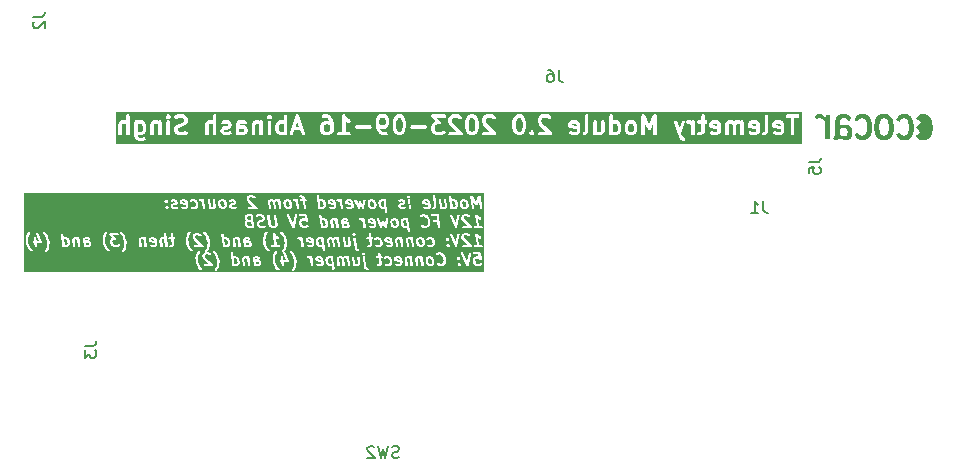
<source format=gbr>
%TF.GenerationSoftware,KiCad,Pcbnew,7.0.6*%
%TF.CreationDate,2023-10-08T21:10:44-06:00*%
%TF.ProjectId,CAN-USB RF Module,43414e2d-5553-4422-9052-46204d6f6475,2.0*%
%TF.SameCoordinates,Original*%
%TF.FileFunction,Legend,Bot*%
%TF.FilePolarity,Positive*%
%FSLAX46Y46*%
G04 Gerber Fmt 4.6, Leading zero omitted, Abs format (unit mm)*
G04 Created by KiCad (PCBNEW 7.0.6) date 2023-10-08 21:10:44*
%MOMM*%
%LPD*%
G01*
G04 APERTURE LIST*
%ADD10C,0.200000*%
%ADD11C,0.300000*%
%ADD12C,0.150000*%
G04 APERTURE END LIST*
D10*
G36*
X125372688Y-97867208D02*
G01*
X125428755Y-98315739D01*
X125422231Y-98319219D01*
X125279108Y-98319219D01*
X125211209Y-98287266D01*
X125179171Y-98258787D01*
X125138960Y-98194450D01*
X125109038Y-97955072D01*
X125129711Y-97899942D01*
X125147342Y-97879793D01*
X125198421Y-97852552D01*
X125341544Y-97852552D01*
X125372688Y-97867208D01*
G37*
G36*
X117361820Y-97884503D02*
G01*
X117393856Y-97912979D01*
X117434070Y-97977321D01*
X117463992Y-98216698D01*
X117443319Y-98271826D01*
X117425687Y-98291977D01*
X117374610Y-98319219D01*
X117231487Y-98319219D01*
X117200341Y-98304562D01*
X117144275Y-97856031D01*
X117150800Y-97852552D01*
X117293923Y-97852552D01*
X117361820Y-97884503D01*
G37*
G36*
X119241119Y-98163837D02*
G01*
X119273356Y-98215416D01*
X119279469Y-98264317D01*
X119265662Y-98301133D01*
X119231753Y-98319219D01*
X119041011Y-98319219D01*
X119009865Y-98304562D01*
X118989078Y-98138266D01*
X119186780Y-98138266D01*
X119241119Y-98163837D01*
G37*
G36*
X124491121Y-97878123D02*
G01*
X124523358Y-97929702D01*
X124527307Y-97961296D01*
X124246311Y-97906468D01*
X124259748Y-97870637D01*
X124293659Y-97852552D01*
X124436782Y-97852552D01*
X124491121Y-97878123D01*
G37*
G36*
X131157788Y-97878123D02*
G01*
X131190025Y-97929702D01*
X131193974Y-97961296D01*
X130912978Y-97906468D01*
X130926415Y-97870637D01*
X130960326Y-97852552D01*
X131103449Y-97852552D01*
X131157788Y-97878123D01*
G37*
G36*
X133838013Y-97884503D02*
G01*
X133870049Y-97912979D01*
X133910263Y-97977321D01*
X133940185Y-98216698D01*
X133919512Y-98271826D01*
X133901880Y-98291977D01*
X133850803Y-98319219D01*
X133755299Y-98319219D01*
X133687400Y-98287266D01*
X133655362Y-98258787D01*
X133615151Y-98194450D01*
X133585229Y-97955072D01*
X133605902Y-97899942D01*
X133623533Y-97879793D01*
X133674612Y-97852552D01*
X133770116Y-97852552D01*
X133838013Y-97884503D01*
G37*
G36*
X124563164Y-96257208D02*
G01*
X124619231Y-96705739D01*
X124612707Y-96709219D01*
X124469584Y-96709219D01*
X124401685Y-96677266D01*
X124369647Y-96648787D01*
X124329436Y-96584450D01*
X124299514Y-96345072D01*
X124320187Y-96289942D01*
X124337818Y-96269793D01*
X124388897Y-96242552D01*
X124532020Y-96242552D01*
X124563164Y-96257208D01*
G37*
G36*
X102980864Y-96274503D02*
G01*
X103012900Y-96302979D01*
X103053114Y-96367321D01*
X103083036Y-96606698D01*
X103062363Y-96661826D01*
X103044731Y-96681977D01*
X102993654Y-96709219D01*
X102850531Y-96709219D01*
X102819385Y-96694562D01*
X102763319Y-96246031D01*
X102769844Y-96242552D01*
X102912967Y-96242552D01*
X102980864Y-96274503D01*
G37*
G36*
X104860163Y-96553837D02*
G01*
X104892400Y-96605416D01*
X104898513Y-96654317D01*
X104884706Y-96691133D01*
X104850797Y-96709219D01*
X104660055Y-96709219D01*
X104628909Y-96694562D01*
X104608122Y-96528266D01*
X104805824Y-96528266D01*
X104860163Y-96553837D01*
G37*
G36*
X110395879Y-96268123D02*
G01*
X110428116Y-96319702D01*
X110432065Y-96351296D01*
X110151069Y-96296468D01*
X110164506Y-96260637D01*
X110198417Y-96242552D01*
X110341540Y-96242552D01*
X110395879Y-96268123D01*
G37*
G36*
X116552296Y-96274503D02*
G01*
X116584332Y-96302979D01*
X116624546Y-96367321D01*
X116654468Y-96606698D01*
X116633795Y-96661826D01*
X116616163Y-96681977D01*
X116565086Y-96709219D01*
X116421963Y-96709219D01*
X116390817Y-96694562D01*
X116334751Y-96246031D01*
X116341276Y-96242552D01*
X116484399Y-96242552D01*
X116552296Y-96274503D01*
G37*
G36*
X118431595Y-96553837D02*
G01*
X118463832Y-96605416D01*
X118469945Y-96654317D01*
X118456138Y-96691133D01*
X118422229Y-96709219D01*
X118231487Y-96709219D01*
X118200341Y-96694562D01*
X118179554Y-96528266D01*
X118377256Y-96528266D01*
X118431595Y-96553837D01*
G37*
G36*
X123681597Y-96268123D02*
G01*
X123713834Y-96319702D01*
X123717783Y-96351296D01*
X123436787Y-96296468D01*
X123450224Y-96260637D01*
X123484135Y-96242552D01*
X123627258Y-96242552D01*
X123681597Y-96268123D01*
G37*
G36*
X130348264Y-96268123D02*
G01*
X130380501Y-96319702D01*
X130384450Y-96351296D01*
X130103454Y-96296468D01*
X130116891Y-96260637D01*
X130150802Y-96242552D01*
X130293925Y-96242552D01*
X130348264Y-96268123D01*
G37*
G36*
X133028489Y-96274503D02*
G01*
X133060525Y-96302979D01*
X133100739Y-96367321D01*
X133130661Y-96606698D01*
X133109988Y-96661826D01*
X133092356Y-96681977D01*
X133041279Y-96709219D01*
X132945775Y-96709219D01*
X132877876Y-96677266D01*
X132845838Y-96648787D01*
X132805627Y-96584450D01*
X132775705Y-96345072D01*
X132796378Y-96289942D01*
X132814009Y-96269793D01*
X132865088Y-96242552D01*
X132960592Y-96242552D01*
X133028489Y-96274503D01*
G37*
G36*
X131753640Y-94647208D02*
G01*
X131809707Y-95095739D01*
X131803183Y-95099219D01*
X131660060Y-95099219D01*
X131592161Y-95067266D01*
X131560123Y-95038787D01*
X131519912Y-94974450D01*
X131489990Y-94735072D01*
X131510663Y-94679942D01*
X131528294Y-94659793D01*
X131579373Y-94632552D01*
X131722496Y-94632552D01*
X131753640Y-94647208D01*
G37*
G36*
X118667284Y-95099219D02*
G01*
X118421963Y-95099219D01*
X118354064Y-95067266D01*
X118322026Y-95038787D01*
X118281815Y-94974450D01*
X118269750Y-94877928D01*
X118290423Y-94822799D01*
X118302684Y-94808787D01*
X118398648Y-94775409D01*
X118626807Y-94775409D01*
X118667284Y-95099219D01*
G37*
G36*
X118601807Y-94575409D02*
G01*
X118404106Y-94575409D01*
X118336204Y-94543455D01*
X118304171Y-94514981D01*
X118263957Y-94450639D01*
X118257845Y-94401738D01*
X118278518Y-94346610D01*
X118296149Y-94326460D01*
X118347228Y-94299219D01*
X118567284Y-94299219D01*
X118601807Y-94575409D01*
G37*
G36*
X124838011Y-94664503D02*
G01*
X124870047Y-94692979D01*
X124910261Y-94757321D01*
X124940183Y-94996698D01*
X124919510Y-95051826D01*
X124901878Y-95071977D01*
X124850801Y-95099219D01*
X124707678Y-95099219D01*
X124676532Y-95084562D01*
X124620466Y-94636031D01*
X124626991Y-94632552D01*
X124770114Y-94632552D01*
X124838011Y-94664503D01*
G37*
G36*
X126717310Y-94943837D02*
G01*
X126749547Y-94995416D01*
X126755660Y-95044317D01*
X126741853Y-95081133D01*
X126707944Y-95099219D01*
X126517202Y-95099219D01*
X126486056Y-95084562D01*
X126465269Y-94918266D01*
X126662971Y-94918266D01*
X126717310Y-94943837D01*
G37*
G36*
X128919692Y-94658123D02*
G01*
X128951929Y-94709702D01*
X128955878Y-94741296D01*
X128674882Y-94686468D01*
X128688319Y-94650637D01*
X128722230Y-94632552D01*
X128865353Y-94632552D01*
X128919692Y-94658123D01*
G37*
G36*
X130838012Y-94664503D02*
G01*
X130870048Y-94692979D01*
X130910262Y-94757321D01*
X130940184Y-94996698D01*
X130919511Y-95051826D01*
X130901879Y-95071977D01*
X130850802Y-95099219D01*
X130755298Y-95099219D01*
X130687399Y-95067266D01*
X130655361Y-95038787D01*
X130615150Y-94974450D01*
X130585228Y-94735072D01*
X130605901Y-94679942D01*
X130623532Y-94659793D01*
X130674611Y-94632552D01*
X130770115Y-94632552D01*
X130838012Y-94664503D01*
G37*
G36*
X129848878Y-93037208D02*
G01*
X129904945Y-93485739D01*
X129898421Y-93489219D01*
X129755298Y-93489219D01*
X129687399Y-93457266D01*
X129655361Y-93428787D01*
X129615150Y-93364450D01*
X129585228Y-93125072D01*
X129605901Y-93069942D01*
X129623532Y-93049793D01*
X129674611Y-93022552D01*
X129817734Y-93022552D01*
X129848878Y-93037208D01*
G37*
G36*
X113014927Y-93048123D02*
G01*
X113047164Y-93099702D01*
X113051113Y-93131296D01*
X112770117Y-93076468D01*
X112783554Y-93040637D01*
X112817465Y-93022552D01*
X112960588Y-93022552D01*
X113014927Y-93048123D01*
G37*
G36*
X116266581Y-93054503D02*
G01*
X116298617Y-93082979D01*
X116338831Y-93147321D01*
X116368753Y-93386698D01*
X116348080Y-93441826D01*
X116330448Y-93461977D01*
X116279371Y-93489219D01*
X116183867Y-93489219D01*
X116115968Y-93457266D01*
X116083930Y-93428787D01*
X116043719Y-93364450D01*
X116013797Y-93125072D01*
X116034470Y-93069942D01*
X116052101Y-93049793D01*
X116103180Y-93022552D01*
X116198684Y-93022552D01*
X116266581Y-93054503D01*
G37*
G36*
X121790391Y-93054503D02*
G01*
X121822427Y-93082979D01*
X121862641Y-93147321D01*
X121892563Y-93386698D01*
X121871890Y-93441826D01*
X121854258Y-93461977D01*
X121803181Y-93489219D01*
X121707677Y-93489219D01*
X121639778Y-93457266D01*
X121607740Y-93428787D01*
X121567529Y-93364450D01*
X121537607Y-93125072D01*
X121558280Y-93069942D01*
X121575911Y-93049793D01*
X121626990Y-93022552D01*
X121722494Y-93022552D01*
X121790391Y-93054503D01*
G37*
G36*
X124647535Y-93054503D02*
G01*
X124679571Y-93082979D01*
X124719785Y-93147321D01*
X124749707Y-93386698D01*
X124729034Y-93441826D01*
X124711402Y-93461977D01*
X124660325Y-93489219D01*
X124517202Y-93489219D01*
X124486056Y-93474562D01*
X124429990Y-93026031D01*
X124436515Y-93022552D01*
X124579638Y-93022552D01*
X124647535Y-93054503D01*
G37*
G36*
X125538739Y-93048123D02*
G01*
X125570976Y-93099702D01*
X125574925Y-93131296D01*
X125293929Y-93076468D01*
X125307366Y-93040637D01*
X125341277Y-93022552D01*
X125484400Y-93022552D01*
X125538739Y-93048123D01*
G37*
G36*
X127014930Y-93048123D02*
G01*
X127047167Y-93099702D01*
X127051116Y-93131296D01*
X126770120Y-93076468D01*
X126783557Y-93040637D01*
X126817468Y-93022552D01*
X126960591Y-93022552D01*
X127014930Y-93048123D01*
G37*
G36*
X128933250Y-93054503D02*
G01*
X128965286Y-93082979D01*
X129005500Y-93147321D01*
X129035422Y-93386698D01*
X129014749Y-93441826D01*
X128997117Y-93461977D01*
X128946040Y-93489219D01*
X128850536Y-93489219D01*
X128782637Y-93457266D01*
X128750599Y-93428787D01*
X128710388Y-93364450D01*
X128680466Y-93125072D01*
X128701139Y-93069942D01*
X128718770Y-93049793D01*
X128769849Y-93022552D01*
X128865353Y-93022552D01*
X128933250Y-93054503D01*
G37*
G36*
X133538740Y-93048123D02*
G01*
X133570977Y-93099702D01*
X133574926Y-93131296D01*
X133293930Y-93076468D01*
X133307367Y-93040637D01*
X133341278Y-93022552D01*
X133484401Y-93022552D01*
X133538740Y-93048123D01*
G37*
G36*
X135838013Y-93054503D02*
G01*
X135870049Y-93082979D01*
X135910263Y-93147321D01*
X135940185Y-93386698D01*
X135919512Y-93441826D01*
X135901880Y-93461977D01*
X135850803Y-93489219D01*
X135707680Y-93489219D01*
X135676534Y-93474562D01*
X135620468Y-93026031D01*
X135626993Y-93022552D01*
X135770116Y-93022552D01*
X135838013Y-93054503D01*
G37*
G36*
X136742775Y-93054503D02*
G01*
X136774811Y-93082979D01*
X136815025Y-93147321D01*
X136844947Y-93386698D01*
X136824274Y-93441826D01*
X136806642Y-93461977D01*
X136755565Y-93489219D01*
X136660061Y-93489219D01*
X136592162Y-93457266D01*
X136560124Y-93428787D01*
X136519913Y-93364450D01*
X136489991Y-93125072D01*
X136510664Y-93069942D01*
X136528295Y-93049793D01*
X136579374Y-93022552D01*
X136674878Y-93022552D01*
X136742775Y-93054503D01*
G37*
G36*
X138351861Y-99042546D02*
G01*
X99383219Y-99042546D01*
X99383219Y-97935549D01*
X113907032Y-97935549D01*
X113909444Y-97945435D01*
X113907524Y-97955431D01*
X113931333Y-98145907D01*
X113935457Y-98154701D01*
X113935458Y-98164413D01*
X114012839Y-98402509D01*
X114016346Y-98407336D01*
X114017035Y-98413265D01*
X114082511Y-98556122D01*
X114087010Y-98561010D01*
X114088618Y-98567457D01*
X114148142Y-98662695D01*
X114152539Y-98666384D01*
X114154537Y-98671765D01*
X114267632Y-98814622D01*
X114275079Y-98819576D01*
X114279601Y-98827293D01*
X114333173Y-98874913D01*
X114389794Y-98899689D01*
X114450163Y-98886452D01*
X114491223Y-98840259D01*
X114497290Y-98778754D01*
X114466045Y-98725430D01*
X114419012Y-98683624D01*
X114314796Y-98551982D01*
X114261635Y-98466924D01*
X114201255Y-98335185D01*
X114128608Y-98111653D01*
X114107219Y-97940540D01*
X114123840Y-97718929D01*
X114144013Y-97622098D01*
X114484905Y-97622098D01*
X114496809Y-97717336D01*
X114503353Y-97731290D01*
X114505131Y-97746599D01*
X114570608Y-97889456D01*
X114584619Y-97904680D01*
X114595078Y-97922531D01*
X115041352Y-98319219D01*
X114685323Y-98319219D01*
X114626544Y-98338317D01*
X114590217Y-98388317D01*
X114590217Y-98450121D01*
X114626544Y-98500121D01*
X114685323Y-98519219D01*
X115304371Y-98519219D01*
X115329311Y-98511115D01*
X115354924Y-98505500D01*
X115358306Y-98501694D01*
X115363150Y-98500121D01*
X115378564Y-98478904D01*
X115395984Y-98459308D01*
X115396483Y-98454240D01*
X115399477Y-98450121D01*
X115399476Y-98423897D01*
X115402051Y-98397803D01*
X115399476Y-98393409D01*
X115399477Y-98388317D01*
X115384059Y-98367097D01*
X115370807Y-98344478D01*
X114743661Y-97787014D01*
X114693356Y-97677259D01*
X114686416Y-97621738D01*
X114707089Y-97566610D01*
X114724720Y-97546460D01*
X114775799Y-97519219D01*
X114966541Y-97519219D01*
X115034439Y-97551171D01*
X115077220Y-97589198D01*
X115133839Y-97613975D01*
X115194209Y-97600739D01*
X115235269Y-97554546D01*
X115241337Y-97493041D01*
X115210093Y-97439716D01*
X115156522Y-97392097D01*
X115143235Y-97386282D01*
X115132665Y-97376356D01*
X115031475Y-97328737D01*
X115009733Y-97325989D01*
X114988895Y-97319219D01*
X114750799Y-97319219D01*
X114727676Y-97326731D01*
X114703740Y-97330984D01*
X114614455Y-97378603D01*
X114601855Y-97391683D01*
X114586257Y-97400987D01*
X114544590Y-97448606D01*
X114537475Y-97465215D01*
X114526214Y-97479345D01*
X114490500Y-97574583D01*
X114489430Y-97598543D01*
X114484905Y-97622098D01*
X114144013Y-97622098D01*
X114150702Y-97589992D01*
X114181298Y-97508402D01*
X114250076Y-97381427D01*
X114284390Y-97342212D01*
X114303422Y-97297778D01*
X115349548Y-97297778D01*
X115380792Y-97351102D01*
X115427826Y-97392910D01*
X115532040Y-97524550D01*
X115585199Y-97609605D01*
X115645580Y-97741345D01*
X115718228Y-97964878D01*
X115739617Y-98135991D01*
X115722996Y-98357604D01*
X115696134Y-98486540D01*
X115665538Y-98568130D01*
X115596760Y-98695104D01*
X115562447Y-98734320D01*
X115538113Y-98791132D01*
X115551820Y-98851396D01*
X115598332Y-98892094D01*
X115659882Y-98897681D01*
X115712961Y-98866022D01*
X115754628Y-98818403D01*
X115759089Y-98807987D01*
X115767300Y-98800180D01*
X115844681Y-98657324D01*
X115845966Y-98650351D01*
X115850385Y-98644807D01*
X115886099Y-98549569D01*
X115886450Y-98541695D01*
X115890364Y-98534853D01*
X115920126Y-98391996D01*
X115919395Y-98385305D01*
X115921948Y-98379079D01*
X115939805Y-98140983D01*
X115937392Y-98131095D01*
X115939313Y-98121101D01*
X115915504Y-97930625D01*
X115911379Y-97921830D01*
X115911379Y-97912119D01*
X115833998Y-97674024D01*
X115830489Y-97669195D01*
X115829801Y-97663267D01*
X115764326Y-97520411D01*
X115759826Y-97515522D01*
X115758219Y-97509076D01*
X115709810Y-97431622D01*
X116889667Y-97431622D01*
X117014667Y-98431622D01*
X117040908Y-98487579D01*
X117095028Y-98517423D01*
X117156355Y-98509757D01*
X117159805Y-98506525D01*
X117166553Y-98509701D01*
X117188294Y-98512448D01*
X117209133Y-98519219D01*
X117399610Y-98519219D01*
X117422732Y-98511706D01*
X117446669Y-98507454D01*
X117535954Y-98459835D01*
X117548554Y-98446754D01*
X117564153Y-98437450D01*
X117605820Y-98389830D01*
X117612934Y-98373220D01*
X117624195Y-98359092D01*
X117659909Y-98263854D01*
X117660978Y-98239894D01*
X117665504Y-98216338D01*
X117629790Y-97930625D01*
X117620599Y-97911027D01*
X117619797Y-97907812D01*
X117853953Y-97907812D01*
X117919429Y-98431622D01*
X117945670Y-98487578D01*
X117999790Y-98517423D01*
X118061117Y-98509757D01*
X118106225Y-98467509D01*
X118117885Y-98406815D01*
X118055464Y-97907452D01*
X118069270Y-97870637D01*
X118103181Y-97852552D01*
X118198685Y-97852552D01*
X118266582Y-97884503D01*
X118281239Y-97897531D01*
X118348001Y-98431622D01*
X118374242Y-98487579D01*
X118428362Y-98517423D01*
X118489689Y-98509757D01*
X118534797Y-98467509D01*
X118546457Y-98406815D01*
X118484081Y-97907812D01*
X118758715Y-97907812D01*
X118824191Y-98431622D01*
X118850432Y-98487578D01*
X118904552Y-98517423D01*
X118965879Y-98509757D01*
X118969329Y-98506525D01*
X118976077Y-98509701D01*
X118997818Y-98512448D01*
X119018657Y-98519219D01*
X119256753Y-98519219D01*
X119279875Y-98511706D01*
X119303812Y-98507454D01*
X119393097Y-98459835D01*
X119396466Y-98456336D01*
X119401150Y-98455043D01*
X119417630Y-98434366D01*
X119435974Y-98415323D01*
X119436644Y-98410510D01*
X119439671Y-98406713D01*
X119475386Y-98311474D01*
X119476456Y-98287510D01*
X119480981Y-98263957D01*
X119469076Y-98168719D01*
X119459885Y-98149122D01*
X119454648Y-98128123D01*
X119395124Y-98032885D01*
X119373487Y-98014733D01*
X119352904Y-97995403D01*
X119251714Y-97947784D01*
X119229972Y-97945036D01*
X119209134Y-97938266D01*
X118993392Y-97938266D01*
X118987618Y-97935549D01*
X120430843Y-97935549D01*
X120433255Y-97945435D01*
X120431335Y-97955431D01*
X120455144Y-98145907D01*
X120459268Y-98154701D01*
X120459269Y-98164413D01*
X120536650Y-98402509D01*
X120540157Y-98407336D01*
X120540846Y-98413265D01*
X120606322Y-98556122D01*
X120610821Y-98561010D01*
X120612429Y-98567457D01*
X120671953Y-98662695D01*
X120676350Y-98666384D01*
X120678348Y-98671765D01*
X120791443Y-98814622D01*
X120798890Y-98819576D01*
X120803412Y-98827293D01*
X120856984Y-98874913D01*
X120913605Y-98899689D01*
X120973974Y-98886452D01*
X121015034Y-98840259D01*
X121021101Y-98778754D01*
X120989856Y-98725430D01*
X120942823Y-98683624D01*
X120838607Y-98551982D01*
X120785446Y-98466924D01*
X120725066Y-98335185D01*
X120654088Y-98116787D01*
X121024742Y-98116787D01*
X121061069Y-98166787D01*
X121119848Y-98185885D01*
X121174427Y-98185885D01*
X121205144Y-98431622D01*
X121231385Y-98487579D01*
X121285505Y-98517423D01*
X121346832Y-98509758D01*
X121391940Y-98467509D01*
X121403600Y-98406815D01*
X121375984Y-98185885D01*
X121738896Y-98185885D01*
X121744574Y-98184039D01*
X121750430Y-98185218D01*
X121773518Y-98174635D01*
X121797675Y-98166787D01*
X121801185Y-98161954D01*
X121806614Y-98159467D01*
X121819072Y-98137336D01*
X121834002Y-98116787D01*
X121834001Y-98110814D01*
X121836932Y-98105610D01*
X121834002Y-98080382D01*
X121834002Y-98054983D01*
X121830490Y-98050150D01*
X121829802Y-98044219D01*
X121502421Y-97329934D01*
X121472828Y-97297778D01*
X121873359Y-97297778D01*
X121904603Y-97351102D01*
X121951637Y-97392910D01*
X122055851Y-97524550D01*
X122109010Y-97609605D01*
X122169391Y-97741345D01*
X122242039Y-97964878D01*
X122263428Y-98135991D01*
X122246807Y-98357604D01*
X122219945Y-98486540D01*
X122189349Y-98568130D01*
X122120571Y-98695104D01*
X122086258Y-98734320D01*
X122061924Y-98791132D01*
X122075631Y-98851396D01*
X122122143Y-98892094D01*
X122183693Y-98897681D01*
X122236772Y-98866022D01*
X122278439Y-98818403D01*
X122282900Y-98807987D01*
X122291111Y-98800180D01*
X122368492Y-98657324D01*
X122369777Y-98650351D01*
X122374196Y-98644807D01*
X122409910Y-98549569D01*
X122410261Y-98541695D01*
X122414175Y-98534853D01*
X122443937Y-98391996D01*
X122443206Y-98385305D01*
X122445759Y-98379079D01*
X122463616Y-98140983D01*
X122461203Y-98131095D01*
X122463124Y-98121101D01*
X122439315Y-97930625D01*
X122435190Y-97921830D01*
X122435190Y-97912119D01*
X122393374Y-97783454D01*
X123316410Y-97783454D01*
X123352737Y-97833454D01*
X123411516Y-97852552D01*
X123484401Y-97852552D01*
X123552298Y-97884503D01*
X123584334Y-97912979D01*
X123624547Y-97977320D01*
X123681336Y-98431622D01*
X123707577Y-98487579D01*
X123761697Y-98517423D01*
X123823024Y-98509757D01*
X123868132Y-98467509D01*
X123879792Y-98406815D01*
X123817416Y-97907813D01*
X124044431Y-97907813D01*
X124056336Y-98003051D01*
X124069305Y-98030706D01*
X124082379Y-98058795D01*
X124082513Y-98058869D01*
X124082578Y-98059007D01*
X124109481Y-98073843D01*
X124136413Y-98088796D01*
X124553415Y-98170162D01*
X124565185Y-98264317D01*
X124551378Y-98301133D01*
X124517469Y-98319219D01*
X124374346Y-98319219D01*
X124293382Y-98281118D01*
X124232066Y-98273370D01*
X124177906Y-98303143D01*
X124151590Y-98359065D01*
X124163170Y-98419774D01*
X124208222Y-98462082D01*
X124309412Y-98509701D01*
X124331153Y-98512448D01*
X124351992Y-98519219D01*
X124542469Y-98519219D01*
X124565591Y-98511706D01*
X124589528Y-98507454D01*
X124678813Y-98459835D01*
X124682182Y-98456336D01*
X124686866Y-98455043D01*
X124703346Y-98434366D01*
X124721690Y-98415323D01*
X124722360Y-98410510D01*
X124725387Y-98406713D01*
X124761102Y-98311474D01*
X124762171Y-98287512D01*
X124766697Y-98263958D01*
X124728131Y-97955432D01*
X124907526Y-97955432D01*
X124943241Y-98241146D01*
X124952430Y-98260741D01*
X124957669Y-98281741D01*
X125017192Y-98376980D01*
X125028254Y-98386260D01*
X125035555Y-98398721D01*
X125089127Y-98446340D01*
X125102411Y-98452153D01*
X125112984Y-98462082D01*
X125214174Y-98509701D01*
X125235915Y-98512448D01*
X125256754Y-98519219D01*
X125447231Y-98519219D01*
X125453918Y-98517046D01*
X125484907Y-98764955D01*
X125511148Y-98820912D01*
X125565268Y-98850756D01*
X125626595Y-98843090D01*
X125671703Y-98800842D01*
X125683363Y-98740148D01*
X125579321Y-97907812D01*
X125853955Y-97907812D01*
X125919431Y-98431622D01*
X125945672Y-98487578D01*
X125999792Y-98517423D01*
X126061119Y-98509757D01*
X126106227Y-98467509D01*
X126117887Y-98406815D01*
X126055466Y-97907452D01*
X126069272Y-97870637D01*
X126103183Y-97852552D01*
X126198686Y-97852552D01*
X126253025Y-97878123D01*
X126285262Y-97929702D01*
X126348002Y-98431622D01*
X126374243Y-98487578D01*
X126428363Y-98517423D01*
X126489690Y-98509757D01*
X126534798Y-98467509D01*
X126546458Y-98406815D01*
X126484037Y-97907452D01*
X126497843Y-97870637D01*
X126531754Y-97852552D01*
X126627258Y-97852552D01*
X126695155Y-97884503D01*
X126709812Y-97897531D01*
X126776574Y-98431622D01*
X126802815Y-98487579D01*
X126856935Y-98517423D01*
X126918262Y-98509757D01*
X126963370Y-98467509D01*
X126975030Y-98406815D01*
X126894797Y-97764955D01*
X127169431Y-97764955D01*
X127252764Y-98431622D01*
X127279005Y-98487579D01*
X127333125Y-98517423D01*
X127394452Y-98509758D01*
X127413827Y-98491610D01*
X127452269Y-98509701D01*
X127474010Y-98512448D01*
X127494849Y-98519219D01*
X127637707Y-98519219D01*
X127660829Y-98511706D01*
X127684766Y-98507454D01*
X127774051Y-98459835D01*
X127777420Y-98456336D01*
X127782104Y-98455043D01*
X127798584Y-98434366D01*
X127816928Y-98415323D01*
X127817598Y-98410510D01*
X127820625Y-98406713D01*
X127856340Y-98311474D01*
X127857409Y-98287512D01*
X127861935Y-98263958D01*
X127799559Y-97764955D01*
X128074192Y-97764955D01*
X128181335Y-98622098D01*
X128190524Y-98641693D01*
X128195763Y-98662695D01*
X128255287Y-98757933D01*
X128276918Y-98776080D01*
X128297507Y-98795415D01*
X128398697Y-98843034D01*
X128420438Y-98845781D01*
X128441277Y-98852552D01*
X128488897Y-98852552D01*
X128547676Y-98833454D01*
X128584003Y-98783454D01*
X128584003Y-98721650D01*
X128547676Y-98671650D01*
X128488897Y-98652552D01*
X128463631Y-98652552D01*
X128409291Y-98626980D01*
X128377054Y-98575401D01*
X128278061Y-97783454D01*
X129173553Y-97783454D01*
X129209880Y-97833454D01*
X129268659Y-97852552D01*
X129418476Y-97852552D01*
X129469947Y-98264317D01*
X129456140Y-98301133D01*
X129422231Y-98319219D01*
X129351992Y-98319219D01*
X129293213Y-98338317D01*
X129256886Y-98388317D01*
X129256886Y-98450121D01*
X129293213Y-98500121D01*
X129351992Y-98519219D01*
X129447231Y-98519219D01*
X129470353Y-98511706D01*
X129494290Y-98507454D01*
X129583575Y-98459835D01*
X129586944Y-98456336D01*
X129591628Y-98455043D01*
X129608108Y-98434366D01*
X129626452Y-98415323D01*
X129627122Y-98410510D01*
X129630149Y-98406713D01*
X129665864Y-98311474D01*
X129666934Y-98287510D01*
X129671459Y-98263957D01*
X129620033Y-97852552D01*
X129649611Y-97852552D01*
X129708390Y-97833454D01*
X129719865Y-97817660D01*
X129842819Y-97817660D01*
X129871903Y-97872193D01*
X129927486Y-97899216D01*
X129988337Y-97888406D01*
X130055564Y-97852552D01*
X130198687Y-97852552D01*
X130266584Y-97884503D01*
X130298620Y-97912979D01*
X130338834Y-97977321D01*
X130368756Y-98216698D01*
X130348083Y-98271826D01*
X130330451Y-98291977D01*
X130279374Y-98319219D01*
X130136251Y-98319219D01*
X130055287Y-98281118D01*
X129993971Y-98273370D01*
X129939811Y-98303143D01*
X129913495Y-98359065D01*
X129925075Y-98419774D01*
X129970127Y-98462082D01*
X130071317Y-98509701D01*
X130093058Y-98512448D01*
X130113897Y-98519219D01*
X130304374Y-98519219D01*
X130327496Y-98511706D01*
X130351433Y-98507454D01*
X130440718Y-98459835D01*
X130453318Y-98446754D01*
X130468917Y-98437450D01*
X130510584Y-98389830D01*
X130517698Y-98373220D01*
X130528959Y-98359092D01*
X130564673Y-98263854D01*
X130565742Y-98239894D01*
X130570268Y-98216338D01*
X130534554Y-97930625D01*
X130525363Y-97911027D01*
X130524561Y-97907813D01*
X130711098Y-97907813D01*
X130723003Y-98003051D01*
X130735972Y-98030706D01*
X130749046Y-98058795D01*
X130749180Y-98058869D01*
X130749245Y-98059007D01*
X130776148Y-98073843D01*
X130803080Y-98088796D01*
X131220082Y-98170162D01*
X131231852Y-98264317D01*
X131218045Y-98301133D01*
X131184136Y-98319219D01*
X131041013Y-98319219D01*
X130960049Y-98281118D01*
X130898733Y-98273370D01*
X130844573Y-98303143D01*
X130818257Y-98359065D01*
X130829837Y-98419774D01*
X130874889Y-98462082D01*
X130976079Y-98509701D01*
X130997820Y-98512448D01*
X131018659Y-98519219D01*
X131209136Y-98519219D01*
X131232258Y-98511706D01*
X131256195Y-98507454D01*
X131345480Y-98459835D01*
X131348849Y-98456336D01*
X131353533Y-98455043D01*
X131370013Y-98434366D01*
X131388357Y-98415323D01*
X131389027Y-98410510D01*
X131392054Y-98406713D01*
X131427769Y-98311474D01*
X131428838Y-98287512D01*
X131433364Y-98263958D01*
X131388846Y-97907812D01*
X131615860Y-97907812D01*
X131681336Y-98431622D01*
X131707577Y-98487578D01*
X131761697Y-98517423D01*
X131823024Y-98509757D01*
X131868132Y-98467509D01*
X131879792Y-98406815D01*
X131817371Y-97907452D01*
X131831177Y-97870637D01*
X131865088Y-97852552D01*
X131960592Y-97852552D01*
X132028489Y-97884503D01*
X132043146Y-97897531D01*
X132109908Y-98431622D01*
X132136149Y-98487579D01*
X132190269Y-98517423D01*
X132251596Y-98509757D01*
X132296704Y-98467509D01*
X132308364Y-98406815D01*
X132245988Y-97907812D01*
X132520622Y-97907812D01*
X132586098Y-98431622D01*
X132612339Y-98487578D01*
X132666459Y-98517423D01*
X132727786Y-98509757D01*
X132772894Y-98467509D01*
X132784554Y-98406815D01*
X132722133Y-97907452D01*
X132735939Y-97870637D01*
X132769850Y-97852552D01*
X132865354Y-97852552D01*
X132933251Y-97884503D01*
X132947908Y-97897531D01*
X133014670Y-98431622D01*
X133040911Y-98487579D01*
X133095031Y-98517423D01*
X133156358Y-98509757D01*
X133201466Y-98467509D01*
X133213126Y-98406815D01*
X133156703Y-97955432D01*
X133383717Y-97955432D01*
X133419432Y-98241146D01*
X133428621Y-98260741D01*
X133433860Y-98281741D01*
X133493383Y-98376980D01*
X133504445Y-98386260D01*
X133511746Y-98398721D01*
X133565318Y-98446340D01*
X133578602Y-98452153D01*
X133589175Y-98462082D01*
X133690365Y-98509701D01*
X133712106Y-98512448D01*
X133732945Y-98519219D01*
X133875803Y-98519219D01*
X133898925Y-98511706D01*
X133922862Y-98507454D01*
X134012147Y-98459835D01*
X134024747Y-98446754D01*
X134040346Y-98437450D01*
X134082013Y-98389830D01*
X134089127Y-98373220D01*
X134100388Y-98359092D01*
X134136102Y-98263854D01*
X134137171Y-98239894D01*
X134141697Y-98216338D01*
X134105983Y-97930625D01*
X134096792Y-97911027D01*
X134091555Y-97890028D01*
X134032031Y-97794790D01*
X134020968Y-97785509D01*
X134013668Y-97773049D01*
X133960097Y-97725430D01*
X133946810Y-97719615D01*
X133936240Y-97709689D01*
X133835048Y-97662070D01*
X133813308Y-97659322D01*
X133792469Y-97652552D01*
X133649612Y-97652552D01*
X133626492Y-97660063D01*
X133602554Y-97664316D01*
X133513267Y-97711936D01*
X133500666Y-97725016D01*
X133485068Y-97734321D01*
X133443402Y-97781940D01*
X133436288Y-97798547D01*
X133425027Y-97812677D01*
X133389312Y-97907915D01*
X133388241Y-97931878D01*
X133383717Y-97955432D01*
X133156703Y-97955432D01*
X133129792Y-97740148D01*
X133103551Y-97684192D01*
X133049431Y-97654347D01*
X132988104Y-97662013D01*
X132968728Y-97680160D01*
X132930286Y-97662070D01*
X132908546Y-97659322D01*
X132887707Y-97652552D01*
X132744850Y-97652552D01*
X132721730Y-97660063D01*
X132697792Y-97664316D01*
X132608505Y-97711936D01*
X132605135Y-97715434D01*
X132600452Y-97716728D01*
X132583973Y-97737402D01*
X132565629Y-97756447D01*
X132564958Y-97761260D01*
X132561931Y-97765059D01*
X132526217Y-97860297D01*
X132525147Y-97884258D01*
X132520622Y-97907812D01*
X132245988Y-97907812D01*
X132225030Y-97740148D01*
X132198789Y-97684192D01*
X132144669Y-97654347D01*
X132083342Y-97662013D01*
X132063966Y-97680160D01*
X132025524Y-97662070D01*
X132003784Y-97659322D01*
X131982945Y-97652552D01*
X131840088Y-97652552D01*
X131816968Y-97660063D01*
X131793030Y-97664316D01*
X131703743Y-97711936D01*
X131700373Y-97715434D01*
X131695690Y-97716728D01*
X131679211Y-97737402D01*
X131660867Y-97756447D01*
X131660196Y-97761260D01*
X131657169Y-97765059D01*
X131621455Y-97860297D01*
X131620385Y-97884258D01*
X131615860Y-97907812D01*
X131388846Y-97907812D01*
X131385745Y-97883006D01*
X131376554Y-97863408D01*
X131371317Y-97842409D01*
X131311793Y-97747171D01*
X131290157Y-97729019D01*
X131269573Y-97709689D01*
X131168381Y-97662070D01*
X131146641Y-97659322D01*
X131125802Y-97652552D01*
X130935326Y-97652552D01*
X130912206Y-97660063D01*
X130888268Y-97664316D01*
X130798981Y-97711936D01*
X130795611Y-97715434D01*
X130790928Y-97716728D01*
X130774449Y-97737402D01*
X130756105Y-97756447D01*
X130755434Y-97761260D01*
X130752407Y-97765059D01*
X130716693Y-97860297D01*
X130715623Y-97884258D01*
X130711098Y-97907813D01*
X130524561Y-97907813D01*
X130520126Y-97890028D01*
X130460602Y-97794790D01*
X130449539Y-97785509D01*
X130442239Y-97773049D01*
X130388668Y-97725430D01*
X130375381Y-97719615D01*
X130364811Y-97709689D01*
X130263619Y-97662070D01*
X130241879Y-97659322D01*
X130221040Y-97652552D01*
X130030564Y-97652552D01*
X130007444Y-97660063D01*
X129983506Y-97664316D01*
X129894219Y-97711936D01*
X129851343Y-97756447D01*
X129842819Y-97817660D01*
X129719865Y-97817660D01*
X129744717Y-97783454D01*
X129744717Y-97721650D01*
X129708390Y-97671650D01*
X129649611Y-97652552D01*
X129595033Y-97652552D01*
X129576641Y-97505418D01*
X134234545Y-97505418D01*
X134248252Y-97565682D01*
X134294764Y-97606380D01*
X134356314Y-97611967D01*
X134409393Y-97580308D01*
X134433639Y-97552597D01*
X134529603Y-97519219D01*
X134592337Y-97519219D01*
X134706129Y-97555632D01*
X134786717Y-97627267D01*
X134833309Y-97701813D01*
X134897082Y-97871876D01*
X134911928Y-97990647D01*
X134891130Y-98157034D01*
X134865940Y-98224208D01*
X134812012Y-98285840D01*
X134716049Y-98319219D01*
X134653318Y-98319219D01*
X134539525Y-98282805D01*
X134501763Y-98249239D01*
X134445143Y-98224462D01*
X134384773Y-98237698D01*
X134343713Y-98283891D01*
X134337646Y-98345396D01*
X134368889Y-98398721D01*
X134422461Y-98446340D01*
X134441525Y-98454682D01*
X134458420Y-98466842D01*
X134607229Y-98514461D01*
X134622849Y-98514391D01*
X134637707Y-98519219D01*
X134732945Y-98519219D01*
X134748959Y-98514015D01*
X134765797Y-98513669D01*
X134902702Y-98466050D01*
X134923111Y-98450570D01*
X134945108Y-98437450D01*
X135010634Y-98362562D01*
X136103592Y-98362562D01*
X136107020Y-98377634D01*
X136105503Y-98393017D01*
X136113701Y-98407009D01*
X136117299Y-98422826D01*
X136128933Y-98433006D01*
X136136747Y-98446341D01*
X136190319Y-98493961D01*
X136205178Y-98500463D01*
X136217384Y-98511143D01*
X136228295Y-98512133D01*
X136237888Y-98517423D01*
X136242593Y-98516834D01*
X136246940Y-98518737D01*
X136262782Y-98515263D01*
X136278934Y-98516729D01*
X136288344Y-98511115D01*
X136299215Y-98509757D01*
X136302675Y-98506516D01*
X136307309Y-98505500D01*
X136318085Y-98493376D01*
X136332013Y-98485069D01*
X136373679Y-98437450D01*
X136379764Y-98423241D01*
X136390033Y-98411690D01*
X136391625Y-98395549D01*
X136398012Y-98380638D01*
X136394583Y-98365565D01*
X136396101Y-98350185D01*
X136387901Y-98336190D01*
X136384304Y-98320374D01*
X136372671Y-98310195D01*
X136364858Y-98296860D01*
X136311287Y-98249240D01*
X136296429Y-98242738D01*
X136284221Y-98232056D01*
X136273311Y-98231065D01*
X136263717Y-98225775D01*
X136259010Y-98226363D01*
X136254668Y-98224463D01*
X136238825Y-98227936D01*
X136222671Y-98226470D01*
X136213262Y-98232081D01*
X136202390Y-98233441D01*
X136198928Y-98236682D01*
X136194298Y-98237698D01*
X136183520Y-98249821D01*
X136169592Y-98258130D01*
X136127925Y-98305750D01*
X136121839Y-98319957D01*
X136111569Y-98331512D01*
X136109976Y-98347654D01*
X136103592Y-98362562D01*
X135010634Y-98362562D01*
X135028441Y-98342211D01*
X135035554Y-98325603D01*
X135046816Y-98311474D01*
X135082531Y-98216236D01*
X135083062Y-98204322D01*
X135088126Y-98193526D01*
X135111935Y-98003050D01*
X135109552Y-97990647D01*
X135111935Y-97978244D01*
X135094498Y-97838751D01*
X136038116Y-97838751D01*
X136041544Y-97853823D01*
X136040027Y-97869206D01*
X136048225Y-97883199D01*
X136051823Y-97899015D01*
X136063455Y-97909193D01*
X136071270Y-97922531D01*
X136124842Y-97970150D01*
X136139700Y-97976652D01*
X136151906Y-97987332D01*
X136162816Y-97988322D01*
X136172410Y-97993613D01*
X136177114Y-97993024D01*
X136181461Y-97994927D01*
X136197305Y-97991453D01*
X136213456Y-97992919D01*
X136222865Y-97987306D01*
X136233737Y-97985948D01*
X136237197Y-97982706D01*
X136241831Y-97981691D01*
X136252607Y-97969566D01*
X136266535Y-97961260D01*
X136308202Y-97913641D01*
X136314287Y-97899433D01*
X136324558Y-97887879D01*
X136326150Y-97871736D01*
X136332536Y-97856829D01*
X136329108Y-97841758D01*
X136330626Y-97826374D01*
X136322425Y-97812378D01*
X136318829Y-97796565D01*
X136307196Y-97786386D01*
X136299382Y-97773049D01*
X136245811Y-97725430D01*
X136230952Y-97718927D01*
X136218746Y-97708247D01*
X136207833Y-97707256D01*
X136198242Y-97701967D01*
X136193537Y-97702555D01*
X136189191Y-97700653D01*
X136173346Y-97704126D01*
X136157196Y-97702661D01*
X136147786Y-97708273D01*
X136136915Y-97709632D01*
X136133454Y-97712873D01*
X136128821Y-97713889D01*
X136118044Y-97726013D01*
X136104117Y-97734320D01*
X136062450Y-97781939D01*
X136056364Y-97796146D01*
X136046094Y-97807701D01*
X136044501Y-97823842D01*
X136038116Y-97838751D01*
X135094498Y-97838751D01*
X135094078Y-97835387D01*
X135089014Y-97824589D01*
X135088483Y-97812678D01*
X135017055Y-97622202D01*
X135010692Y-97614219D01*
X135008222Y-97604314D01*
X134948698Y-97509076D01*
X134937633Y-97499793D01*
X134930334Y-97487335D01*
X134831512Y-97399493D01*
X136367052Y-97399493D01*
X136374182Y-97460884D01*
X136832514Y-98460884D01*
X136853199Y-98483361D01*
X136873771Y-98506023D01*
X136874122Y-98506096D01*
X136874366Y-98506361D01*
X136904349Y-98512394D01*
X136934276Y-98518629D01*
X136934603Y-98518481D01*
X136934955Y-98518552D01*
X136962677Y-98505845D01*
X136990634Y-98493263D01*
X136990812Y-98492950D01*
X136991139Y-98492801D01*
X137006158Y-98466119D01*
X137021319Y-98439614D01*
X137227464Y-97450121D01*
X137369982Y-97450121D01*
X137406309Y-97500121D01*
X137465088Y-97519219D01*
X137861279Y-97519219D01*
X137902650Y-97703092D01*
X137893660Y-97700171D01*
X137655564Y-97700171D01*
X137632441Y-97707683D01*
X137608505Y-97711936D01*
X137519220Y-97759555D01*
X137506620Y-97772635D01*
X137491022Y-97781939D01*
X137449355Y-97829558D01*
X137442240Y-97846167D01*
X137430979Y-97860297D01*
X137395265Y-97955535D01*
X137394195Y-97979496D01*
X137389670Y-98003051D01*
X137419432Y-98241146D01*
X137428622Y-98260743D01*
X137433860Y-98281741D01*
X137493383Y-98376980D01*
X137504445Y-98386260D01*
X137511746Y-98398721D01*
X137565318Y-98446340D01*
X137578602Y-98452153D01*
X137589175Y-98462082D01*
X137690365Y-98509701D01*
X137712106Y-98512448D01*
X137732945Y-98519219D01*
X137971041Y-98519219D01*
X137994163Y-98511706D01*
X138018100Y-98507454D01*
X138107385Y-98459835D01*
X138119985Y-98446754D01*
X138135584Y-98437450D01*
X138177251Y-98389830D01*
X138201585Y-98333018D01*
X138187877Y-98272754D01*
X138141364Y-98232056D01*
X138079814Y-98226470D01*
X138026735Y-98258130D01*
X137997118Y-98291977D01*
X137946041Y-98319219D01*
X137755299Y-98319219D01*
X137687400Y-98287266D01*
X137655362Y-98258787D01*
X137615151Y-98194450D01*
X137591181Y-98002689D01*
X137611854Y-97947562D01*
X137629485Y-97927412D01*
X137680564Y-97900171D01*
X137871306Y-97900171D01*
X137939206Y-97932124D01*
X137981986Y-97970151D01*
X137982248Y-97970266D01*
X137982396Y-97970514D01*
X138010585Y-97982665D01*
X138038607Y-97994927D01*
X138038887Y-97994865D01*
X138039151Y-97994979D01*
X138068999Y-97988262D01*
X138098976Y-97981690D01*
X138099167Y-97981474D01*
X138099447Y-97981412D01*
X138119695Y-97958380D01*
X138140036Y-97935497D01*
X138140064Y-97935211D01*
X138140254Y-97934996D01*
X138143084Y-97904596D01*
X138146103Y-97873992D01*
X138145956Y-97873742D01*
X138145983Y-97873458D01*
X138038840Y-97397268D01*
X138036385Y-97393130D01*
X138036385Y-97388317D01*
X138020815Y-97366887D01*
X138007305Y-97344115D01*
X138002886Y-97342210D01*
X138000058Y-97338317D01*
X137974872Y-97330133D01*
X137950550Y-97319649D01*
X137945854Y-97320705D01*
X137941279Y-97319219D01*
X137465088Y-97319219D01*
X137406309Y-97338317D01*
X137369982Y-97388317D01*
X137369982Y-97450121D01*
X137227464Y-97450121D01*
X137229653Y-97439615D01*
X137222945Y-97378176D01*
X137181405Y-97332415D01*
X137120900Y-97319810D01*
X137064542Y-97345175D01*
X137033857Y-97398824D01*
X136887571Y-98100994D01*
X136555994Y-97377554D01*
X136514143Y-97332077D01*
X136453554Y-97319886D01*
X136397370Y-97345637D01*
X136367052Y-97399493D01*
X134831512Y-97399493D01*
X134823191Y-97392097D01*
X134804124Y-97383753D01*
X134787232Y-97371595D01*
X134638422Y-97323977D01*
X134622802Y-97324046D01*
X134607945Y-97319219D01*
X134512707Y-97319219D01*
X134496692Y-97324422D01*
X134479855Y-97324769D01*
X134342951Y-97372388D01*
X134322542Y-97387867D01*
X134300546Y-97400987D01*
X134258879Y-97448606D01*
X134234545Y-97505418D01*
X129576641Y-97505418D01*
X129564316Y-97406815D01*
X129538075Y-97350859D01*
X129483955Y-97321014D01*
X129422628Y-97328680D01*
X129377520Y-97370929D01*
X129365860Y-97431623D01*
X129393476Y-97652552D01*
X129268659Y-97652552D01*
X129209880Y-97671650D01*
X129173553Y-97721650D01*
X129173553Y-97783454D01*
X128278061Y-97783454D01*
X128272648Y-97740149D01*
X128246407Y-97684192D01*
X128192287Y-97654347D01*
X128130960Y-97662013D01*
X128085852Y-97704262D01*
X128074192Y-97764955D01*
X127799559Y-97764955D01*
X127796458Y-97740148D01*
X127770217Y-97684192D01*
X127716097Y-97654347D01*
X127654770Y-97662013D01*
X127609662Y-97704262D01*
X127598002Y-97764956D01*
X127660423Y-98264317D01*
X127646616Y-98301133D01*
X127612707Y-98319219D01*
X127517203Y-98319219D01*
X127449304Y-98287266D01*
X127434647Y-98274238D01*
X127367887Y-97740149D01*
X127341646Y-97684192D01*
X127287526Y-97654348D01*
X127226199Y-97662013D01*
X127181091Y-97704262D01*
X127169431Y-97764955D01*
X126894797Y-97764955D01*
X126891696Y-97740148D01*
X126865455Y-97684192D01*
X126811335Y-97654347D01*
X126750008Y-97662013D01*
X126730632Y-97680160D01*
X126692190Y-97662070D01*
X126670450Y-97659322D01*
X126649611Y-97652552D01*
X126506754Y-97652552D01*
X126483634Y-97660063D01*
X126459696Y-97664316D01*
X126370409Y-97711936D01*
X126368886Y-97713516D01*
X126364810Y-97709689D01*
X126263620Y-97662070D01*
X126241878Y-97659322D01*
X126221040Y-97652552D01*
X126078183Y-97652552D01*
X126055063Y-97660063D01*
X126031125Y-97664316D01*
X125941838Y-97711936D01*
X125938468Y-97715434D01*
X125933785Y-97716728D01*
X125917306Y-97737402D01*
X125898962Y-97756447D01*
X125898291Y-97761260D01*
X125895264Y-97765059D01*
X125859550Y-97860297D01*
X125858480Y-97884258D01*
X125853955Y-97907812D01*
X125579321Y-97907812D01*
X125558363Y-97740149D01*
X125532122Y-97684192D01*
X125478002Y-97654347D01*
X125416675Y-97662013D01*
X125413223Y-97665245D01*
X125406476Y-97662070D01*
X125384736Y-97659322D01*
X125363897Y-97652552D01*
X125173421Y-97652552D01*
X125150301Y-97660063D01*
X125126363Y-97664316D01*
X125037076Y-97711936D01*
X125024475Y-97725016D01*
X125008877Y-97734321D01*
X124967211Y-97781940D01*
X124960097Y-97798547D01*
X124948836Y-97812677D01*
X124913121Y-97907915D01*
X124912050Y-97931878D01*
X124907526Y-97955432D01*
X124728131Y-97955432D01*
X124719078Y-97883006D01*
X124709887Y-97863408D01*
X124704650Y-97842409D01*
X124645126Y-97747171D01*
X124623490Y-97729019D01*
X124602906Y-97709689D01*
X124501714Y-97662070D01*
X124479974Y-97659322D01*
X124459135Y-97652552D01*
X124268659Y-97652552D01*
X124245539Y-97660063D01*
X124221601Y-97664316D01*
X124132314Y-97711936D01*
X124128944Y-97715434D01*
X124124261Y-97716728D01*
X124107782Y-97737402D01*
X124089438Y-97756447D01*
X124088767Y-97761260D01*
X124085740Y-97765059D01*
X124050026Y-97860297D01*
X124048956Y-97884258D01*
X124044431Y-97907813D01*
X123817416Y-97907813D01*
X123796458Y-97740148D01*
X123770217Y-97684192D01*
X123716097Y-97654347D01*
X123654770Y-97662013D01*
X123619470Y-97695075D01*
X123549333Y-97662070D01*
X123527593Y-97659322D01*
X123506754Y-97652552D01*
X123411516Y-97652552D01*
X123352737Y-97671650D01*
X123316410Y-97721650D01*
X123316410Y-97783454D01*
X122393374Y-97783454D01*
X122357809Y-97674024D01*
X122354300Y-97669195D01*
X122353612Y-97663267D01*
X122288137Y-97520411D01*
X122283637Y-97515522D01*
X122282030Y-97509076D01*
X122249982Y-97457799D01*
X127990496Y-97457799D01*
X127993924Y-97472871D01*
X127992407Y-97488254D01*
X128000605Y-97502247D01*
X128004203Y-97518063D01*
X128015835Y-97528241D01*
X128023650Y-97541579D01*
X128077222Y-97589198D01*
X128092080Y-97595700D01*
X128104286Y-97606380D01*
X128115196Y-97607370D01*
X128124790Y-97612661D01*
X128129494Y-97612072D01*
X128133841Y-97613975D01*
X128149685Y-97610501D01*
X128165836Y-97611967D01*
X128175245Y-97606354D01*
X128186117Y-97604996D01*
X128189577Y-97601754D01*
X128194211Y-97600739D01*
X128204987Y-97588614D01*
X128218915Y-97580308D01*
X128260582Y-97532689D01*
X128266667Y-97518481D01*
X128276938Y-97506927D01*
X128278530Y-97490784D01*
X128284916Y-97475877D01*
X128281488Y-97460806D01*
X128283006Y-97445422D01*
X128274805Y-97431426D01*
X128271209Y-97415613D01*
X128259576Y-97405434D01*
X128251762Y-97392097D01*
X128198191Y-97344478D01*
X128183332Y-97337975D01*
X128171126Y-97327295D01*
X128160213Y-97326304D01*
X128150622Y-97321015D01*
X128145917Y-97321603D01*
X128141571Y-97319701D01*
X128125726Y-97323174D01*
X128109576Y-97321709D01*
X128100166Y-97327321D01*
X128089295Y-97328680D01*
X128085834Y-97331921D01*
X128081201Y-97332937D01*
X128070424Y-97345061D01*
X128056497Y-97353368D01*
X128014830Y-97400987D01*
X128008744Y-97415194D01*
X127998474Y-97426749D01*
X127996881Y-97442890D01*
X127990496Y-97457799D01*
X122249982Y-97457799D01*
X122222506Y-97413838D01*
X122218108Y-97410148D01*
X122216111Y-97404768D01*
X122103016Y-97261910D01*
X122095568Y-97256955D01*
X122091047Y-97249239D01*
X122037475Y-97201620D01*
X121980855Y-97176843D01*
X121920486Y-97190080D01*
X121879425Y-97236273D01*
X121873359Y-97297778D01*
X121472828Y-97297778D01*
X121460570Y-97284458D01*
X121400004Y-97272271D01*
X121427248Y-97256022D01*
X121468915Y-97208403D01*
X121473376Y-97197987D01*
X121481587Y-97190180D01*
X121558968Y-97047324D01*
X121560253Y-97040351D01*
X121564672Y-97034807D01*
X121600386Y-96939569D01*
X121600737Y-96931695D01*
X121604651Y-96924853D01*
X121634413Y-96781996D01*
X121633682Y-96775305D01*
X121636235Y-96769079D01*
X121654092Y-96530983D01*
X121651679Y-96521095D01*
X121653600Y-96511101D01*
X121629791Y-96320625D01*
X121625666Y-96311830D01*
X121625666Y-96302119D01*
X121583850Y-96173454D01*
X122506886Y-96173454D01*
X122543213Y-96223454D01*
X122601992Y-96242552D01*
X122674877Y-96242552D01*
X122742774Y-96274503D01*
X122774810Y-96302979D01*
X122815023Y-96367320D01*
X122871812Y-96821622D01*
X122898053Y-96877579D01*
X122952173Y-96907423D01*
X123013500Y-96899757D01*
X123058608Y-96857509D01*
X123070268Y-96796815D01*
X123007892Y-96297813D01*
X123234907Y-96297813D01*
X123246812Y-96393051D01*
X123259781Y-96420706D01*
X123272855Y-96448795D01*
X123272989Y-96448869D01*
X123273054Y-96449007D01*
X123299957Y-96463843D01*
X123326889Y-96478796D01*
X123743891Y-96560162D01*
X123755661Y-96654317D01*
X123741854Y-96691133D01*
X123707945Y-96709219D01*
X123564822Y-96709219D01*
X123483858Y-96671118D01*
X123422542Y-96663370D01*
X123368382Y-96693143D01*
X123342066Y-96749065D01*
X123353646Y-96809774D01*
X123398698Y-96852082D01*
X123499888Y-96899701D01*
X123521629Y-96902448D01*
X123542468Y-96909219D01*
X123732945Y-96909219D01*
X123756067Y-96901706D01*
X123780004Y-96897454D01*
X123869289Y-96849835D01*
X123872658Y-96846336D01*
X123877342Y-96845043D01*
X123893822Y-96824366D01*
X123912166Y-96805323D01*
X123912836Y-96800510D01*
X123915863Y-96796713D01*
X123951578Y-96701474D01*
X123952647Y-96677512D01*
X123957173Y-96653958D01*
X123918607Y-96345432D01*
X124098002Y-96345432D01*
X124133717Y-96631146D01*
X124142906Y-96650741D01*
X124148145Y-96671741D01*
X124207668Y-96766980D01*
X124218730Y-96776260D01*
X124226031Y-96788721D01*
X124279603Y-96836340D01*
X124292887Y-96842153D01*
X124303460Y-96852082D01*
X124404650Y-96899701D01*
X124426391Y-96902448D01*
X124447230Y-96909219D01*
X124637707Y-96909219D01*
X124644394Y-96907046D01*
X124675383Y-97154955D01*
X124701624Y-97210912D01*
X124755744Y-97240756D01*
X124817071Y-97233090D01*
X124862179Y-97190842D01*
X124873839Y-97130148D01*
X124769797Y-96297812D01*
X125044431Y-96297812D01*
X125109907Y-96821622D01*
X125136148Y-96877578D01*
X125190268Y-96907423D01*
X125251595Y-96899757D01*
X125296703Y-96857509D01*
X125308363Y-96796815D01*
X125245942Y-96297452D01*
X125259748Y-96260637D01*
X125293659Y-96242552D01*
X125389162Y-96242552D01*
X125443501Y-96268123D01*
X125475738Y-96319702D01*
X125538478Y-96821622D01*
X125564719Y-96877578D01*
X125618839Y-96907423D01*
X125680166Y-96899757D01*
X125725274Y-96857509D01*
X125736934Y-96796815D01*
X125674513Y-96297452D01*
X125688319Y-96260637D01*
X125722230Y-96242552D01*
X125817734Y-96242552D01*
X125885631Y-96274503D01*
X125900288Y-96287531D01*
X125967050Y-96821622D01*
X125993291Y-96877579D01*
X126047411Y-96907423D01*
X126108738Y-96899757D01*
X126153846Y-96857509D01*
X126165506Y-96796815D01*
X126085273Y-96154955D01*
X126359907Y-96154955D01*
X126443240Y-96821622D01*
X126469481Y-96877579D01*
X126523601Y-96907423D01*
X126584928Y-96899758D01*
X126604303Y-96881610D01*
X126642745Y-96899701D01*
X126664486Y-96902448D01*
X126685325Y-96909219D01*
X126828183Y-96909219D01*
X126851305Y-96901706D01*
X126875242Y-96897454D01*
X126964527Y-96849835D01*
X126967896Y-96846336D01*
X126972580Y-96845043D01*
X126989060Y-96824366D01*
X127007404Y-96805323D01*
X127008074Y-96800510D01*
X127011101Y-96796713D01*
X127046816Y-96701474D01*
X127047885Y-96677512D01*
X127052411Y-96653958D01*
X126990035Y-96154955D01*
X127264668Y-96154955D01*
X127371811Y-97012098D01*
X127381000Y-97031693D01*
X127386239Y-97052695D01*
X127445763Y-97147933D01*
X127467394Y-97166080D01*
X127487983Y-97185415D01*
X127589173Y-97233034D01*
X127610914Y-97235781D01*
X127631753Y-97242552D01*
X127679373Y-97242552D01*
X127738152Y-97223454D01*
X127774479Y-97173454D01*
X127774479Y-97111650D01*
X127738152Y-97061650D01*
X127679373Y-97042552D01*
X127654107Y-97042552D01*
X127599767Y-97016980D01*
X127567530Y-96965401D01*
X127468537Y-96173454D01*
X128364029Y-96173454D01*
X128400356Y-96223454D01*
X128459135Y-96242552D01*
X128608952Y-96242552D01*
X128660423Y-96654317D01*
X128646616Y-96691133D01*
X128612707Y-96709219D01*
X128542468Y-96709219D01*
X128483689Y-96728317D01*
X128447362Y-96778317D01*
X128447362Y-96840121D01*
X128483689Y-96890121D01*
X128542468Y-96909219D01*
X128637707Y-96909219D01*
X128660829Y-96901706D01*
X128684766Y-96897454D01*
X128774051Y-96849835D01*
X128777420Y-96846336D01*
X128782104Y-96845043D01*
X128798584Y-96824366D01*
X128816928Y-96805323D01*
X128817598Y-96800510D01*
X128820625Y-96796713D01*
X128856340Y-96701474D01*
X128857410Y-96677510D01*
X128861935Y-96653957D01*
X128810509Y-96242552D01*
X128840087Y-96242552D01*
X128898866Y-96223454D01*
X128910341Y-96207660D01*
X129033295Y-96207660D01*
X129062379Y-96262193D01*
X129117962Y-96289216D01*
X129178813Y-96278406D01*
X129246040Y-96242552D01*
X129389163Y-96242552D01*
X129457060Y-96274503D01*
X129489096Y-96302979D01*
X129529310Y-96367321D01*
X129559232Y-96606698D01*
X129538559Y-96661826D01*
X129520927Y-96681977D01*
X129469850Y-96709219D01*
X129326727Y-96709219D01*
X129245763Y-96671118D01*
X129184447Y-96663370D01*
X129130287Y-96693143D01*
X129103971Y-96749065D01*
X129115551Y-96809774D01*
X129160603Y-96852082D01*
X129261793Y-96899701D01*
X129283534Y-96902448D01*
X129304373Y-96909219D01*
X129494850Y-96909219D01*
X129517972Y-96901706D01*
X129541909Y-96897454D01*
X129631194Y-96849835D01*
X129643794Y-96836754D01*
X129659393Y-96827450D01*
X129701060Y-96779830D01*
X129708174Y-96763220D01*
X129719435Y-96749092D01*
X129755149Y-96653854D01*
X129756218Y-96629894D01*
X129760744Y-96606338D01*
X129725030Y-96320625D01*
X129715839Y-96301027D01*
X129715037Y-96297813D01*
X129901574Y-96297813D01*
X129913479Y-96393051D01*
X129926448Y-96420706D01*
X129939522Y-96448795D01*
X129939656Y-96448869D01*
X129939721Y-96449007D01*
X129966624Y-96463843D01*
X129993556Y-96478796D01*
X130410558Y-96560162D01*
X130422328Y-96654317D01*
X130408521Y-96691133D01*
X130374612Y-96709219D01*
X130231489Y-96709219D01*
X130150525Y-96671118D01*
X130089209Y-96663370D01*
X130035049Y-96693143D01*
X130008733Y-96749065D01*
X130020313Y-96809774D01*
X130065365Y-96852082D01*
X130166555Y-96899701D01*
X130188296Y-96902448D01*
X130209135Y-96909219D01*
X130399612Y-96909219D01*
X130422734Y-96901706D01*
X130446671Y-96897454D01*
X130535956Y-96849835D01*
X130539325Y-96846336D01*
X130544009Y-96845043D01*
X130560489Y-96824366D01*
X130578833Y-96805323D01*
X130579503Y-96800510D01*
X130582530Y-96796713D01*
X130618245Y-96701474D01*
X130619314Y-96677512D01*
X130623840Y-96653958D01*
X130579322Y-96297812D01*
X130806336Y-96297812D01*
X130871812Y-96821622D01*
X130898053Y-96877578D01*
X130952173Y-96907423D01*
X131013500Y-96899757D01*
X131058608Y-96857509D01*
X131070268Y-96796815D01*
X131007847Y-96297452D01*
X131021653Y-96260637D01*
X131055564Y-96242552D01*
X131151068Y-96242552D01*
X131218965Y-96274503D01*
X131233622Y-96287531D01*
X131300384Y-96821622D01*
X131326625Y-96877579D01*
X131380745Y-96907423D01*
X131442072Y-96899757D01*
X131487180Y-96857509D01*
X131498840Y-96796815D01*
X131436464Y-96297812D01*
X131711098Y-96297812D01*
X131776574Y-96821622D01*
X131802815Y-96877578D01*
X131856935Y-96907423D01*
X131918262Y-96899757D01*
X131963370Y-96857509D01*
X131975030Y-96796815D01*
X131912609Y-96297452D01*
X131926415Y-96260637D01*
X131960326Y-96242552D01*
X132055830Y-96242552D01*
X132123727Y-96274503D01*
X132138384Y-96287531D01*
X132205146Y-96821622D01*
X132231387Y-96877579D01*
X132285507Y-96907423D01*
X132346834Y-96899757D01*
X132391942Y-96857509D01*
X132403602Y-96796815D01*
X132347179Y-96345432D01*
X132574193Y-96345432D01*
X132609908Y-96631146D01*
X132619097Y-96650741D01*
X132624336Y-96671741D01*
X132683859Y-96766980D01*
X132694921Y-96776260D01*
X132702222Y-96788721D01*
X132755794Y-96836340D01*
X132769078Y-96842153D01*
X132779651Y-96852082D01*
X132880841Y-96899701D01*
X132902582Y-96902448D01*
X132923421Y-96909219D01*
X133066279Y-96909219D01*
X133089401Y-96901706D01*
X133113338Y-96897454D01*
X133202623Y-96849835D01*
X133215223Y-96836754D01*
X133230822Y-96827450D01*
X133272489Y-96779830D01*
X133279603Y-96763220D01*
X133290864Y-96749092D01*
X133326578Y-96653854D01*
X133327647Y-96629894D01*
X133332173Y-96606338D01*
X133296459Y-96320625D01*
X133287268Y-96301027D01*
X133282031Y-96280028D01*
X133236801Y-96207660D01*
X133461867Y-96207660D01*
X133490951Y-96262193D01*
X133546534Y-96289216D01*
X133607385Y-96278406D01*
X133674612Y-96242552D01*
X133817735Y-96242552D01*
X133885632Y-96274503D01*
X133917668Y-96302979D01*
X133957882Y-96367321D01*
X133987804Y-96606698D01*
X133967131Y-96661826D01*
X133949499Y-96681977D01*
X133898422Y-96709219D01*
X133755299Y-96709219D01*
X133674335Y-96671118D01*
X133613019Y-96663370D01*
X133558859Y-96693143D01*
X133532543Y-96749065D01*
X133544123Y-96809774D01*
X133589175Y-96852082D01*
X133690365Y-96899701D01*
X133712106Y-96902448D01*
X133732945Y-96909219D01*
X133923422Y-96909219D01*
X133946544Y-96901706D01*
X133970481Y-96897454D01*
X134059766Y-96849835D01*
X134072366Y-96836754D01*
X134087965Y-96827450D01*
X134129632Y-96779830D01*
X134136746Y-96763220D01*
X134145241Y-96752562D01*
X135151211Y-96752562D01*
X135154639Y-96767634D01*
X135153122Y-96783017D01*
X135161320Y-96797009D01*
X135164918Y-96812826D01*
X135176552Y-96823006D01*
X135184366Y-96836341D01*
X135237938Y-96883961D01*
X135252797Y-96890463D01*
X135265003Y-96901143D01*
X135275914Y-96902133D01*
X135285507Y-96907423D01*
X135290212Y-96906834D01*
X135294559Y-96908737D01*
X135310401Y-96905263D01*
X135326553Y-96906729D01*
X135335963Y-96901115D01*
X135346834Y-96899757D01*
X135350294Y-96896516D01*
X135354928Y-96895500D01*
X135365704Y-96883376D01*
X135379632Y-96875069D01*
X135421298Y-96827450D01*
X135427383Y-96813241D01*
X135437652Y-96801690D01*
X135439244Y-96785549D01*
X135445631Y-96770638D01*
X135442202Y-96755565D01*
X135443720Y-96740185D01*
X135435520Y-96726190D01*
X135431923Y-96710374D01*
X135420290Y-96700195D01*
X135412477Y-96686860D01*
X135358906Y-96639240D01*
X135344048Y-96632738D01*
X135331840Y-96622056D01*
X135320930Y-96621065D01*
X135311336Y-96615775D01*
X135306629Y-96616363D01*
X135302287Y-96614463D01*
X135286444Y-96617936D01*
X135270290Y-96616470D01*
X135260881Y-96622081D01*
X135250009Y-96623441D01*
X135246547Y-96626682D01*
X135241917Y-96627698D01*
X135231139Y-96639821D01*
X135217211Y-96648130D01*
X135175544Y-96695750D01*
X135169458Y-96709957D01*
X135159188Y-96721512D01*
X135157595Y-96737654D01*
X135151211Y-96752562D01*
X134145241Y-96752562D01*
X134148007Y-96749092D01*
X134183721Y-96653854D01*
X134184790Y-96629894D01*
X134189316Y-96606338D01*
X134153602Y-96320625D01*
X134144411Y-96301027D01*
X134139174Y-96280028D01*
X134107126Y-96228751D01*
X135085735Y-96228751D01*
X135089163Y-96243823D01*
X135087646Y-96259206D01*
X135095844Y-96273199D01*
X135099442Y-96289015D01*
X135111074Y-96299193D01*
X135118889Y-96312531D01*
X135172461Y-96360150D01*
X135187319Y-96366652D01*
X135199525Y-96377332D01*
X135210435Y-96378322D01*
X135220029Y-96383613D01*
X135224733Y-96383024D01*
X135229080Y-96384927D01*
X135244924Y-96381453D01*
X135261075Y-96382919D01*
X135270484Y-96377306D01*
X135281356Y-96375948D01*
X135284816Y-96372706D01*
X135289450Y-96371691D01*
X135300226Y-96359566D01*
X135314154Y-96351260D01*
X135355821Y-96303641D01*
X135361906Y-96289433D01*
X135372177Y-96277879D01*
X135373769Y-96261736D01*
X135380155Y-96246829D01*
X135376727Y-96231758D01*
X135378245Y-96216374D01*
X135370044Y-96202378D01*
X135366448Y-96186565D01*
X135354815Y-96176386D01*
X135347001Y-96163049D01*
X135293430Y-96115430D01*
X135278571Y-96108927D01*
X135266365Y-96098247D01*
X135255452Y-96097256D01*
X135245861Y-96091967D01*
X135241156Y-96092555D01*
X135236810Y-96090653D01*
X135220965Y-96094126D01*
X135204815Y-96092661D01*
X135195405Y-96098273D01*
X135184534Y-96099632D01*
X135181073Y-96102873D01*
X135176440Y-96103889D01*
X135165663Y-96116013D01*
X135151736Y-96124320D01*
X135110069Y-96171939D01*
X135103983Y-96186146D01*
X135093713Y-96197701D01*
X135092120Y-96213842D01*
X135085735Y-96228751D01*
X134107126Y-96228751D01*
X134079650Y-96184790D01*
X134068587Y-96175509D01*
X134061287Y-96163049D01*
X134007716Y-96115430D01*
X133994429Y-96109615D01*
X133983859Y-96099689D01*
X133882667Y-96052070D01*
X133860927Y-96049322D01*
X133840088Y-96042552D01*
X133649612Y-96042552D01*
X133626492Y-96050063D01*
X133602554Y-96054316D01*
X133513267Y-96101936D01*
X133470391Y-96146447D01*
X133461867Y-96207660D01*
X133236801Y-96207660D01*
X133222507Y-96184790D01*
X133211444Y-96175509D01*
X133204144Y-96163049D01*
X133150573Y-96115430D01*
X133137286Y-96109615D01*
X133126716Y-96099689D01*
X133025524Y-96052070D01*
X133003784Y-96049322D01*
X132982945Y-96042552D01*
X132840088Y-96042552D01*
X132816968Y-96050063D01*
X132793030Y-96054316D01*
X132703743Y-96101936D01*
X132691142Y-96115016D01*
X132675544Y-96124321D01*
X132633878Y-96171940D01*
X132626764Y-96188547D01*
X132615503Y-96202677D01*
X132579788Y-96297915D01*
X132578717Y-96321878D01*
X132574193Y-96345432D01*
X132347179Y-96345432D01*
X132320268Y-96130148D01*
X132294027Y-96074192D01*
X132239907Y-96044347D01*
X132178580Y-96052013D01*
X132159204Y-96070160D01*
X132120762Y-96052070D01*
X132099022Y-96049322D01*
X132078183Y-96042552D01*
X131935326Y-96042552D01*
X131912206Y-96050063D01*
X131888268Y-96054316D01*
X131798981Y-96101936D01*
X131795611Y-96105434D01*
X131790928Y-96106728D01*
X131774449Y-96127402D01*
X131756105Y-96146447D01*
X131755434Y-96151260D01*
X131752407Y-96155059D01*
X131716693Y-96250297D01*
X131715623Y-96274258D01*
X131711098Y-96297812D01*
X131436464Y-96297812D01*
X131415506Y-96130148D01*
X131389265Y-96074192D01*
X131335145Y-96044347D01*
X131273818Y-96052013D01*
X131254442Y-96070160D01*
X131216000Y-96052070D01*
X131194260Y-96049322D01*
X131173421Y-96042552D01*
X131030564Y-96042552D01*
X131007444Y-96050063D01*
X130983506Y-96054316D01*
X130894219Y-96101936D01*
X130890849Y-96105434D01*
X130886166Y-96106728D01*
X130869687Y-96127402D01*
X130851343Y-96146447D01*
X130850672Y-96151260D01*
X130847645Y-96155059D01*
X130811931Y-96250297D01*
X130810861Y-96274258D01*
X130806336Y-96297812D01*
X130579322Y-96297812D01*
X130576221Y-96273006D01*
X130567030Y-96253408D01*
X130561793Y-96232409D01*
X130502269Y-96137171D01*
X130480633Y-96119019D01*
X130460049Y-96099689D01*
X130358857Y-96052070D01*
X130337117Y-96049322D01*
X130316278Y-96042552D01*
X130125802Y-96042552D01*
X130102682Y-96050063D01*
X130078744Y-96054316D01*
X129989457Y-96101936D01*
X129986087Y-96105434D01*
X129981404Y-96106728D01*
X129964925Y-96127402D01*
X129946581Y-96146447D01*
X129945910Y-96151260D01*
X129942883Y-96155059D01*
X129907169Y-96250297D01*
X129906099Y-96274258D01*
X129901574Y-96297813D01*
X129715037Y-96297813D01*
X129710602Y-96280028D01*
X129651078Y-96184790D01*
X129640015Y-96175509D01*
X129632715Y-96163049D01*
X129579144Y-96115430D01*
X129565857Y-96109615D01*
X129555287Y-96099689D01*
X129454095Y-96052070D01*
X129432355Y-96049322D01*
X129411516Y-96042552D01*
X129221040Y-96042552D01*
X129197920Y-96050063D01*
X129173982Y-96054316D01*
X129084695Y-96101936D01*
X129041819Y-96146447D01*
X129033295Y-96207660D01*
X128910341Y-96207660D01*
X128935193Y-96173454D01*
X128935193Y-96111650D01*
X128898866Y-96061650D01*
X128840087Y-96042552D01*
X128785509Y-96042552D01*
X128754792Y-95796815D01*
X128751358Y-95789493D01*
X135414671Y-95789493D01*
X135421801Y-95850884D01*
X135880133Y-96850884D01*
X135900818Y-96873361D01*
X135921390Y-96896023D01*
X135921741Y-96896096D01*
X135921985Y-96896361D01*
X135951968Y-96902394D01*
X135981895Y-96908629D01*
X135982222Y-96908481D01*
X135982574Y-96908552D01*
X136010296Y-96895845D01*
X136038253Y-96883263D01*
X136038431Y-96882950D01*
X136038758Y-96882801D01*
X136053777Y-96856119D01*
X136068938Y-96829614D01*
X136239255Y-96012098D01*
X136389670Y-96012098D01*
X136401574Y-96107336D01*
X136408118Y-96121290D01*
X136409896Y-96136599D01*
X136475373Y-96279456D01*
X136489384Y-96294680D01*
X136499843Y-96312531D01*
X136946117Y-96709219D01*
X136590088Y-96709219D01*
X136531309Y-96728317D01*
X136494982Y-96778317D01*
X136494982Y-96840121D01*
X136531309Y-96890121D01*
X136590088Y-96909219D01*
X137209136Y-96909219D01*
X137234076Y-96901115D01*
X137259689Y-96895500D01*
X137263071Y-96891694D01*
X137267915Y-96890121D01*
X137283329Y-96868904D01*
X137300749Y-96849308D01*
X137301248Y-96844240D01*
X137304242Y-96840121D01*
X137447363Y-96840121D01*
X137483690Y-96890121D01*
X137542469Y-96909219D01*
X138113898Y-96909219D01*
X138172677Y-96890121D01*
X138209004Y-96840121D01*
X138209004Y-96778317D01*
X138172677Y-96728317D01*
X138113898Y-96709219D01*
X137916461Y-96709219D01*
X137841326Y-96108135D01*
X137856985Y-96122055D01*
X137870270Y-96127868D01*
X137880842Y-96137796D01*
X137982032Y-96185415D01*
X138043349Y-96193163D01*
X138097508Y-96163390D01*
X138123824Y-96107468D01*
X138112245Y-96046760D01*
X138067192Y-96004451D01*
X137979065Y-95962979D01*
X137889254Y-95883147D01*
X137781587Y-95747148D01*
X137778000Y-95744762D01*
X137776170Y-95740859D01*
X137752563Y-95727841D01*
X137730129Y-95712917D01*
X137725823Y-95713095D01*
X137722050Y-95711014D01*
X137695303Y-95714357D01*
X137668379Y-95715471D01*
X137665001Y-95718145D01*
X137660723Y-95718680D01*
X137641046Y-95737109D01*
X137619922Y-95753833D01*
X137618760Y-95757982D01*
X137615615Y-95760929D01*
X137610530Y-95787397D01*
X137603268Y-95813350D01*
X137604767Y-95817390D01*
X137603955Y-95821622D01*
X137714905Y-96709219D01*
X137542469Y-96709219D01*
X137483690Y-96728317D01*
X137447363Y-96778317D01*
X137447363Y-96840121D01*
X137304242Y-96840121D01*
X137304242Y-96813897D01*
X137306816Y-96787803D01*
X137304242Y-96783409D01*
X137304242Y-96778317D01*
X137288824Y-96757097D01*
X137275572Y-96734478D01*
X136648426Y-96177014D01*
X136598121Y-96067259D01*
X136591181Y-96011738D01*
X136611854Y-95956610D01*
X136629485Y-95936460D01*
X136680564Y-95909219D01*
X136871306Y-95909219D01*
X136939204Y-95941171D01*
X136981985Y-95979198D01*
X137038604Y-96003975D01*
X137098974Y-95990739D01*
X137140034Y-95944546D01*
X137146102Y-95883041D01*
X137114858Y-95829716D01*
X137061287Y-95782097D01*
X137048000Y-95776282D01*
X137037430Y-95766356D01*
X136936240Y-95718737D01*
X136914498Y-95715989D01*
X136893660Y-95709219D01*
X136655564Y-95709219D01*
X136632441Y-95716731D01*
X136608505Y-95720984D01*
X136519220Y-95768603D01*
X136506620Y-95781683D01*
X136491022Y-95790987D01*
X136449355Y-95838606D01*
X136442240Y-95855215D01*
X136430979Y-95869345D01*
X136395265Y-95964583D01*
X136394195Y-95988543D01*
X136389670Y-96012098D01*
X136239255Y-96012098D01*
X136277272Y-95829615D01*
X136270564Y-95768176D01*
X136229024Y-95722415D01*
X136168519Y-95709810D01*
X136112161Y-95735175D01*
X136081476Y-95788824D01*
X135935190Y-96490994D01*
X135603613Y-95767554D01*
X135561762Y-95722077D01*
X135501173Y-95709886D01*
X135444989Y-95735637D01*
X135414671Y-95789493D01*
X128751358Y-95789493D01*
X128728551Y-95740859D01*
X128674431Y-95711014D01*
X128613104Y-95718680D01*
X128567996Y-95760929D01*
X128556336Y-95821623D01*
X128583952Y-96042552D01*
X128459135Y-96042552D01*
X128400356Y-96061650D01*
X128364029Y-96111650D01*
X128364029Y-96173454D01*
X127468537Y-96173454D01*
X127463124Y-96130149D01*
X127436883Y-96074192D01*
X127382763Y-96044347D01*
X127321436Y-96052013D01*
X127276328Y-96094262D01*
X127264668Y-96154955D01*
X126990035Y-96154955D01*
X126986934Y-96130148D01*
X126960693Y-96074192D01*
X126906573Y-96044347D01*
X126845246Y-96052013D01*
X126800138Y-96094262D01*
X126788478Y-96154956D01*
X126850899Y-96654317D01*
X126837092Y-96691133D01*
X126803183Y-96709219D01*
X126707679Y-96709219D01*
X126639780Y-96677266D01*
X126625123Y-96664238D01*
X126558363Y-96130149D01*
X126532122Y-96074192D01*
X126478002Y-96044348D01*
X126416675Y-96052013D01*
X126371567Y-96094262D01*
X126359907Y-96154955D01*
X126085273Y-96154955D01*
X126082172Y-96130148D01*
X126055931Y-96074192D01*
X126001811Y-96044347D01*
X125940484Y-96052013D01*
X125921108Y-96070160D01*
X125882666Y-96052070D01*
X125860926Y-96049322D01*
X125840087Y-96042552D01*
X125697230Y-96042552D01*
X125674110Y-96050063D01*
X125650172Y-96054316D01*
X125560885Y-96101936D01*
X125559362Y-96103516D01*
X125555286Y-96099689D01*
X125454096Y-96052070D01*
X125432354Y-96049322D01*
X125411516Y-96042552D01*
X125268659Y-96042552D01*
X125245539Y-96050063D01*
X125221601Y-96054316D01*
X125132314Y-96101936D01*
X125128944Y-96105434D01*
X125124261Y-96106728D01*
X125107782Y-96127402D01*
X125089438Y-96146447D01*
X125088767Y-96151260D01*
X125085740Y-96155059D01*
X125050026Y-96250297D01*
X125048956Y-96274258D01*
X125044431Y-96297812D01*
X124769797Y-96297812D01*
X124748839Y-96130149D01*
X124722598Y-96074192D01*
X124668478Y-96044347D01*
X124607151Y-96052013D01*
X124603699Y-96055245D01*
X124596952Y-96052070D01*
X124575212Y-96049322D01*
X124554373Y-96042552D01*
X124363897Y-96042552D01*
X124340777Y-96050063D01*
X124316839Y-96054316D01*
X124227552Y-96101936D01*
X124214951Y-96115016D01*
X124199353Y-96124321D01*
X124157687Y-96171940D01*
X124150573Y-96188547D01*
X124139312Y-96202677D01*
X124103597Y-96297915D01*
X124102526Y-96321878D01*
X124098002Y-96345432D01*
X123918607Y-96345432D01*
X123909554Y-96273006D01*
X123900363Y-96253408D01*
X123895126Y-96232409D01*
X123835602Y-96137171D01*
X123813966Y-96119019D01*
X123793382Y-96099689D01*
X123692190Y-96052070D01*
X123670450Y-96049322D01*
X123649611Y-96042552D01*
X123459135Y-96042552D01*
X123436015Y-96050063D01*
X123412077Y-96054316D01*
X123322790Y-96101936D01*
X123319420Y-96105434D01*
X123314737Y-96106728D01*
X123298258Y-96127402D01*
X123279914Y-96146447D01*
X123279243Y-96151260D01*
X123276216Y-96155059D01*
X123240502Y-96250297D01*
X123239432Y-96274258D01*
X123234907Y-96297813D01*
X123007892Y-96297813D01*
X122986934Y-96130148D01*
X122960693Y-96074192D01*
X122906573Y-96044347D01*
X122845246Y-96052013D01*
X122809946Y-96085075D01*
X122739809Y-96052070D01*
X122718069Y-96049322D01*
X122697230Y-96042552D01*
X122601992Y-96042552D01*
X122543213Y-96061650D01*
X122506886Y-96111650D01*
X122506886Y-96173454D01*
X121583850Y-96173454D01*
X121548285Y-96064024D01*
X121544776Y-96059195D01*
X121544088Y-96053267D01*
X121478613Y-95910411D01*
X121474113Y-95905522D01*
X121472506Y-95899076D01*
X121440458Y-95847799D01*
X127180972Y-95847799D01*
X127184400Y-95862871D01*
X127182883Y-95878254D01*
X127191081Y-95892247D01*
X127194679Y-95908063D01*
X127206311Y-95918241D01*
X127214126Y-95931579D01*
X127267698Y-95979198D01*
X127282556Y-95985700D01*
X127294762Y-95996380D01*
X127305672Y-95997370D01*
X127315266Y-96002661D01*
X127319970Y-96002072D01*
X127324317Y-96003975D01*
X127340161Y-96000501D01*
X127356312Y-96001967D01*
X127365721Y-95996354D01*
X127376593Y-95994996D01*
X127380053Y-95991754D01*
X127384687Y-95990739D01*
X127395463Y-95978614D01*
X127409391Y-95970308D01*
X127451058Y-95922689D01*
X127457143Y-95908481D01*
X127467414Y-95896927D01*
X127469006Y-95880784D01*
X127475392Y-95865877D01*
X127471964Y-95850806D01*
X127473482Y-95835422D01*
X127465281Y-95821426D01*
X127461685Y-95805613D01*
X127450052Y-95795434D01*
X127442238Y-95782097D01*
X127388667Y-95734478D01*
X127373808Y-95727975D01*
X127361602Y-95717295D01*
X127350689Y-95716304D01*
X127341098Y-95711015D01*
X127336393Y-95711603D01*
X127332047Y-95709701D01*
X127316202Y-95713174D01*
X127300052Y-95711709D01*
X127290642Y-95717321D01*
X127279771Y-95718680D01*
X127276310Y-95721921D01*
X127271677Y-95722937D01*
X127260900Y-95735061D01*
X127246973Y-95743368D01*
X127205306Y-95790987D01*
X127199220Y-95805194D01*
X127188950Y-95816749D01*
X127187357Y-95832890D01*
X127180972Y-95847799D01*
X121440458Y-95847799D01*
X121412982Y-95803838D01*
X121408584Y-95800148D01*
X121406587Y-95794768D01*
X121293492Y-95651910D01*
X121286044Y-95646955D01*
X121281523Y-95639239D01*
X121227951Y-95591620D01*
X121171331Y-95566843D01*
X121110962Y-95580080D01*
X121069901Y-95626273D01*
X121063835Y-95687778D01*
X121095079Y-95741102D01*
X121142113Y-95782910D01*
X121246327Y-95914550D01*
X121299486Y-95999605D01*
X121359867Y-96131345D01*
X121432515Y-96354878D01*
X121453904Y-96525991D01*
X121437283Y-96747604D01*
X121410421Y-96876540D01*
X121379825Y-96958130D01*
X121311047Y-97085104D01*
X121276734Y-97124320D01*
X121252400Y-97181132D01*
X121266107Y-97241396D01*
X121312619Y-97282094D01*
X121367642Y-97287088D01*
X121343797Y-97298018D01*
X121313479Y-97351874D01*
X121320609Y-97413266D01*
X121583059Y-97985885D01*
X121350984Y-97985885D01*
X121320267Y-97740149D01*
X121294026Y-97684192D01*
X121239906Y-97654348D01*
X121178579Y-97662013D01*
X121133471Y-97704262D01*
X121121811Y-97764955D01*
X121149427Y-97985885D01*
X121119848Y-97985885D01*
X121061069Y-98004983D01*
X121024742Y-98054983D01*
X121024742Y-98116787D01*
X120654088Y-98116787D01*
X120652419Y-98111653D01*
X120631030Y-97940540D01*
X120647651Y-97718929D01*
X120674513Y-97589992D01*
X120705109Y-97508402D01*
X120773887Y-97381427D01*
X120808201Y-97342212D01*
X120832535Y-97285400D01*
X120818828Y-97225136D01*
X120772316Y-97184437D01*
X120710766Y-97178851D01*
X120657687Y-97210510D01*
X120616020Y-97258129D01*
X120611558Y-97268544D01*
X120603348Y-97276352D01*
X120525967Y-97419210D01*
X120524681Y-97426181D01*
X120520263Y-97431726D01*
X120484549Y-97526964D01*
X120484197Y-97534838D01*
X120480284Y-97541681D01*
X120450522Y-97684537D01*
X120451252Y-97691227D01*
X120448700Y-97697454D01*
X120430843Y-97935549D01*
X118987618Y-97935549D01*
X118962246Y-97923609D01*
X118960226Y-97907452D01*
X118974032Y-97870637D01*
X119007943Y-97852552D01*
X119151066Y-97852552D01*
X119232031Y-97890653D01*
X119293347Y-97898401D01*
X119347506Y-97868628D01*
X119373822Y-97812706D01*
X119362242Y-97751997D01*
X119317190Y-97709689D01*
X119215998Y-97662070D01*
X119194258Y-97659322D01*
X119173419Y-97652552D01*
X118982943Y-97652552D01*
X118959823Y-97660063D01*
X118935885Y-97664316D01*
X118846598Y-97711936D01*
X118843228Y-97715434D01*
X118838545Y-97716728D01*
X118822066Y-97737402D01*
X118803722Y-97756447D01*
X118803051Y-97761260D01*
X118800024Y-97765059D01*
X118764310Y-97860297D01*
X118763240Y-97884258D01*
X118758715Y-97907812D01*
X118484081Y-97907812D01*
X118463123Y-97740148D01*
X118436882Y-97684192D01*
X118382762Y-97654347D01*
X118321435Y-97662013D01*
X118302059Y-97680160D01*
X118263617Y-97662070D01*
X118241877Y-97659322D01*
X118221038Y-97652552D01*
X118078181Y-97652552D01*
X118055061Y-97660063D01*
X118031123Y-97664316D01*
X117941836Y-97711936D01*
X117938466Y-97715434D01*
X117933783Y-97716728D01*
X117917304Y-97737402D01*
X117898960Y-97756447D01*
X117898289Y-97761260D01*
X117895262Y-97765059D01*
X117859548Y-97860297D01*
X117858478Y-97884258D01*
X117853953Y-97907812D01*
X117619797Y-97907812D01*
X117615362Y-97890028D01*
X117555838Y-97794790D01*
X117544775Y-97785509D01*
X117537475Y-97773049D01*
X117483904Y-97725430D01*
X117470617Y-97719615D01*
X117460047Y-97709689D01*
X117358855Y-97662070D01*
X117337115Y-97659322D01*
X117316276Y-97652552D01*
X117125800Y-97652552D01*
X117119111Y-97654725D01*
X117088123Y-97406816D01*
X117061882Y-97350859D01*
X117007762Y-97321014D01*
X116946435Y-97328680D01*
X116901327Y-97370929D01*
X116889667Y-97431622D01*
X115709810Y-97431622D01*
X115698695Y-97413838D01*
X115694297Y-97410148D01*
X115692300Y-97404768D01*
X115579205Y-97261910D01*
X115571757Y-97256955D01*
X115567236Y-97249239D01*
X115513664Y-97201620D01*
X115457044Y-97176843D01*
X115396675Y-97190080D01*
X115355614Y-97236273D01*
X115349548Y-97297778D01*
X114303422Y-97297778D01*
X114308724Y-97285400D01*
X114295017Y-97225136D01*
X114248505Y-97184437D01*
X114186955Y-97178851D01*
X114133876Y-97210510D01*
X114092209Y-97258129D01*
X114087747Y-97268544D01*
X114079537Y-97276352D01*
X114002156Y-97419210D01*
X114000870Y-97426181D01*
X113996452Y-97431726D01*
X113960738Y-97526964D01*
X113960386Y-97534838D01*
X113956473Y-97541681D01*
X113926711Y-97684537D01*
X113927441Y-97691227D01*
X113924889Y-97697454D01*
X113907032Y-97935549D01*
X99383219Y-97935549D01*
X99383219Y-96325549D01*
X99526076Y-96325549D01*
X99528488Y-96335435D01*
X99526568Y-96345431D01*
X99550377Y-96535907D01*
X99554501Y-96544701D01*
X99554502Y-96554413D01*
X99631883Y-96792509D01*
X99635390Y-96797336D01*
X99636079Y-96803265D01*
X99701555Y-96946122D01*
X99706054Y-96951010D01*
X99707662Y-96957457D01*
X99767186Y-97052695D01*
X99771583Y-97056384D01*
X99773581Y-97061765D01*
X99886676Y-97204622D01*
X99894123Y-97209576D01*
X99898645Y-97217293D01*
X99952217Y-97264913D01*
X100008838Y-97289689D01*
X100069207Y-97276452D01*
X100110267Y-97230259D01*
X100116334Y-97168754D01*
X100085089Y-97115430D01*
X100038056Y-97073624D01*
X99933840Y-96941982D01*
X99880679Y-96856924D01*
X99820299Y-96725185D01*
X99749321Y-96506787D01*
X100119975Y-96506787D01*
X100156302Y-96556787D01*
X100215081Y-96575885D01*
X100269660Y-96575885D01*
X100300377Y-96821622D01*
X100326618Y-96877579D01*
X100380738Y-96907423D01*
X100442065Y-96899758D01*
X100487173Y-96857509D01*
X100498833Y-96796815D01*
X100471217Y-96575885D01*
X100834129Y-96575885D01*
X100839807Y-96574039D01*
X100845663Y-96575218D01*
X100868751Y-96564635D01*
X100892908Y-96556787D01*
X100896418Y-96551954D01*
X100901847Y-96549467D01*
X100914305Y-96527336D01*
X100929235Y-96506787D01*
X100929235Y-96500814D01*
X100932165Y-96495610D01*
X100929235Y-96470382D01*
X100929235Y-96444983D01*
X100925723Y-96440150D01*
X100925035Y-96434219D01*
X100597654Y-95719934D01*
X100568061Y-95687778D01*
X100968592Y-95687778D01*
X100999836Y-95741102D01*
X101046870Y-95782910D01*
X101151084Y-95914550D01*
X101204243Y-95999605D01*
X101264624Y-96131345D01*
X101337272Y-96354878D01*
X101358661Y-96525991D01*
X101342040Y-96747604D01*
X101315178Y-96876540D01*
X101284582Y-96958130D01*
X101215804Y-97085104D01*
X101181491Y-97124320D01*
X101157157Y-97181132D01*
X101170864Y-97241396D01*
X101217376Y-97282094D01*
X101278926Y-97287681D01*
X101332005Y-97256022D01*
X101373672Y-97208403D01*
X101378133Y-97197987D01*
X101386344Y-97190180D01*
X101463725Y-97047324D01*
X101465010Y-97040351D01*
X101469429Y-97034807D01*
X101505143Y-96939569D01*
X101505494Y-96931695D01*
X101509408Y-96924853D01*
X101539170Y-96781996D01*
X101538439Y-96775305D01*
X101540992Y-96769079D01*
X101558849Y-96530983D01*
X101556436Y-96521095D01*
X101558357Y-96511101D01*
X101534548Y-96320625D01*
X101530423Y-96311830D01*
X101530423Y-96302119D01*
X101453042Y-96064024D01*
X101449533Y-96059195D01*
X101448845Y-96053267D01*
X101383370Y-95910411D01*
X101378870Y-95905522D01*
X101377263Y-95899076D01*
X101328854Y-95821622D01*
X102508711Y-95821622D01*
X102633711Y-96821622D01*
X102659952Y-96877579D01*
X102714072Y-96907423D01*
X102775399Y-96899757D01*
X102778849Y-96896525D01*
X102785597Y-96899701D01*
X102807338Y-96902448D01*
X102828177Y-96909219D01*
X103018654Y-96909219D01*
X103041776Y-96901706D01*
X103065713Y-96897454D01*
X103154998Y-96849835D01*
X103167598Y-96836754D01*
X103183197Y-96827450D01*
X103224864Y-96779830D01*
X103231978Y-96763220D01*
X103243239Y-96749092D01*
X103278953Y-96653854D01*
X103280022Y-96629894D01*
X103284548Y-96606338D01*
X103248834Y-96320625D01*
X103239643Y-96301027D01*
X103238841Y-96297812D01*
X103472997Y-96297812D01*
X103538473Y-96821622D01*
X103564714Y-96877578D01*
X103618834Y-96907423D01*
X103680161Y-96899757D01*
X103725269Y-96857509D01*
X103736929Y-96796815D01*
X103674508Y-96297452D01*
X103688314Y-96260637D01*
X103722225Y-96242552D01*
X103817729Y-96242552D01*
X103885626Y-96274503D01*
X103900283Y-96287531D01*
X103967045Y-96821622D01*
X103993286Y-96877579D01*
X104047406Y-96907423D01*
X104108733Y-96899757D01*
X104153841Y-96857509D01*
X104165501Y-96796815D01*
X104103125Y-96297812D01*
X104377759Y-96297812D01*
X104443235Y-96821622D01*
X104469476Y-96877578D01*
X104523596Y-96907423D01*
X104584923Y-96899757D01*
X104588373Y-96896525D01*
X104595121Y-96899701D01*
X104616862Y-96902448D01*
X104637701Y-96909219D01*
X104875797Y-96909219D01*
X104898919Y-96901706D01*
X104922856Y-96897454D01*
X105012141Y-96849835D01*
X105015510Y-96846336D01*
X105020194Y-96845043D01*
X105036674Y-96824366D01*
X105055018Y-96805323D01*
X105055688Y-96800510D01*
X105058715Y-96796713D01*
X105094430Y-96701474D01*
X105095500Y-96677510D01*
X105100025Y-96653957D01*
X105088120Y-96558719D01*
X105078929Y-96539122D01*
X105073692Y-96518123D01*
X105014168Y-96422885D01*
X104992531Y-96404733D01*
X104971948Y-96385403D01*
X104870758Y-96337784D01*
X104849016Y-96335036D01*
X104828178Y-96328266D01*
X104612436Y-96328266D01*
X104606662Y-96325549D01*
X106049887Y-96325549D01*
X106052299Y-96335435D01*
X106050379Y-96345431D01*
X106074188Y-96535907D01*
X106078312Y-96544701D01*
X106078313Y-96554413D01*
X106155694Y-96792509D01*
X106159201Y-96797336D01*
X106159890Y-96803265D01*
X106225366Y-96946122D01*
X106229865Y-96951010D01*
X106231473Y-96957457D01*
X106290997Y-97052695D01*
X106295394Y-97056384D01*
X106297392Y-97061765D01*
X106410487Y-97204622D01*
X106417934Y-97209576D01*
X106422456Y-97217293D01*
X106476028Y-97264913D01*
X106532649Y-97289689D01*
X106593018Y-97276452D01*
X106634078Y-97230259D01*
X106640145Y-97168754D01*
X106608900Y-97115430D01*
X106561867Y-97073624D01*
X106457651Y-96941982D01*
X106404490Y-96856924D01*
X106344110Y-96725185D01*
X106271463Y-96501653D01*
X106250074Y-96330540D01*
X106266695Y-96108929D01*
X106293557Y-95979992D01*
X106324153Y-95898402D01*
X106363987Y-95824862D01*
X106604409Y-95824862D01*
X106608072Y-95832051D01*
X106608072Y-95840121D01*
X106621836Y-95859066D01*
X106632467Y-95879930D01*
X106868296Y-96115758D01*
X106804929Y-96149555D01*
X106792329Y-96162635D01*
X106776731Y-96171939D01*
X106735064Y-96219558D01*
X106727949Y-96236167D01*
X106716688Y-96250297D01*
X106680974Y-96345535D01*
X106679904Y-96369496D01*
X106675379Y-96393051D01*
X106705141Y-96631146D01*
X106714331Y-96650743D01*
X106719569Y-96671741D01*
X106779092Y-96766980D01*
X106790154Y-96776260D01*
X106797455Y-96788721D01*
X106851027Y-96836340D01*
X106864311Y-96842153D01*
X106874884Y-96852082D01*
X106976074Y-96899701D01*
X106997815Y-96902448D01*
X107018654Y-96909219D01*
X107304369Y-96909219D01*
X107327491Y-96901706D01*
X107351428Y-96897454D01*
X107440713Y-96849835D01*
X107453313Y-96836754D01*
X107468912Y-96827450D01*
X107510579Y-96779830D01*
X107534913Y-96723018D01*
X107521205Y-96662754D01*
X107474692Y-96622056D01*
X107413142Y-96616470D01*
X107360063Y-96648130D01*
X107330446Y-96681977D01*
X107279369Y-96709219D01*
X107041008Y-96709219D01*
X106973109Y-96677266D01*
X106941071Y-96648787D01*
X106900860Y-96584450D01*
X106876890Y-96392689D01*
X106897563Y-96337562D01*
X106915194Y-96317412D01*
X106966273Y-96290171D01*
X107084131Y-96290171D01*
X107106400Y-96282935D01*
X107129530Y-96279272D01*
X107135235Y-96273566D01*
X107142910Y-96271073D01*
X107156675Y-96252126D01*
X107173232Y-96235570D01*
X107174494Y-96227601D01*
X107179237Y-96221073D01*
X107179237Y-96197654D01*
X107182900Y-96174527D01*
X107179237Y-96167338D01*
X107179237Y-96159269D01*
X107165470Y-96140321D01*
X107154841Y-96119460D01*
X106944600Y-95909219D01*
X107322226Y-95909219D01*
X107381005Y-95890121D01*
X107417332Y-95840121D01*
X107417332Y-95778317D01*
X107381005Y-95728317D01*
X107322226Y-95709219D01*
X106703178Y-95709219D01*
X106680908Y-95716454D01*
X106657779Y-95720118D01*
X106652073Y-95725823D01*
X106644399Y-95728317D01*
X106630633Y-95747263D01*
X106614077Y-95763820D01*
X106612814Y-95771789D01*
X106608072Y-95778317D01*
X106608072Y-95801734D01*
X106604409Y-95824862D01*
X106363987Y-95824862D01*
X106392931Y-95771427D01*
X106427245Y-95732212D01*
X106446277Y-95687778D01*
X107492403Y-95687778D01*
X107523647Y-95741102D01*
X107570681Y-95782910D01*
X107674895Y-95914550D01*
X107728054Y-95999605D01*
X107788435Y-96131345D01*
X107861083Y-96354878D01*
X107882472Y-96525991D01*
X107865851Y-96747604D01*
X107838989Y-96876540D01*
X107808393Y-96958130D01*
X107739615Y-97085104D01*
X107705302Y-97124320D01*
X107680968Y-97181132D01*
X107694675Y-97241396D01*
X107741187Y-97282094D01*
X107802737Y-97287681D01*
X107855816Y-97256022D01*
X107897483Y-97208403D01*
X107901944Y-97197987D01*
X107910155Y-97190180D01*
X107987536Y-97047324D01*
X107988821Y-97040351D01*
X107993240Y-97034807D01*
X108028954Y-96939569D01*
X108029305Y-96931695D01*
X108033219Y-96924853D01*
X108062981Y-96781996D01*
X108062250Y-96775305D01*
X108064803Y-96769079D01*
X108082660Y-96530983D01*
X108080247Y-96521095D01*
X108082168Y-96511101D01*
X108058359Y-96320625D01*
X108054234Y-96311830D01*
X108054234Y-96302119D01*
X108052834Y-96297812D01*
X109092046Y-96297812D01*
X109157522Y-96821622D01*
X109183763Y-96877578D01*
X109237883Y-96907423D01*
X109299210Y-96899757D01*
X109344318Y-96857509D01*
X109355978Y-96796815D01*
X109293557Y-96297452D01*
X109307363Y-96260637D01*
X109341274Y-96242552D01*
X109436778Y-96242552D01*
X109504675Y-96274503D01*
X109519332Y-96287531D01*
X109586094Y-96821622D01*
X109612335Y-96877579D01*
X109666455Y-96907423D01*
X109727782Y-96899757D01*
X109772890Y-96857509D01*
X109784550Y-96796815D01*
X109722174Y-96297813D01*
X109949189Y-96297813D01*
X109961094Y-96393051D01*
X109974063Y-96420706D01*
X109987137Y-96448795D01*
X109987271Y-96448869D01*
X109987336Y-96449007D01*
X110014239Y-96463843D01*
X110041171Y-96478796D01*
X110458173Y-96560162D01*
X110469943Y-96654317D01*
X110456136Y-96691133D01*
X110422227Y-96709219D01*
X110279104Y-96709219D01*
X110198140Y-96671118D01*
X110136824Y-96663370D01*
X110082664Y-96693143D01*
X110056348Y-96749065D01*
X110067928Y-96809774D01*
X110112980Y-96852082D01*
X110214170Y-96899701D01*
X110235911Y-96902448D01*
X110256750Y-96909219D01*
X110447227Y-96909219D01*
X110470349Y-96901706D01*
X110494286Y-96897454D01*
X110583571Y-96849835D01*
X110586940Y-96846336D01*
X110591624Y-96845043D01*
X110608104Y-96824366D01*
X110626448Y-96805323D01*
X110627118Y-96800510D01*
X110630145Y-96796713D01*
X110665860Y-96701474D01*
X110666929Y-96677512D01*
X110671455Y-96653958D01*
X110626937Y-96297812D01*
X110853951Y-96297812D01*
X110919427Y-96821622D01*
X110945668Y-96877578D01*
X110999788Y-96907423D01*
X111061115Y-96899757D01*
X111106223Y-96857509D01*
X111117883Y-96796815D01*
X111055462Y-96297452D01*
X111069268Y-96260637D01*
X111103179Y-96242552D01*
X111198683Y-96242552D01*
X111266580Y-96274503D01*
X111281237Y-96287531D01*
X111347999Y-96821622D01*
X111374240Y-96877579D01*
X111428360Y-96907423D01*
X111489687Y-96899757D01*
X111534795Y-96857509D01*
X111546455Y-96796815D01*
X111468535Y-96173454D01*
X111602121Y-96173454D01*
X111638448Y-96223454D01*
X111697227Y-96242552D01*
X111847044Y-96242552D01*
X111898515Y-96654317D01*
X111884708Y-96691133D01*
X111850799Y-96709219D01*
X111780560Y-96709219D01*
X111721781Y-96728317D01*
X111685454Y-96778317D01*
X111685454Y-96840121D01*
X111721781Y-96890121D01*
X111780560Y-96909219D01*
X111875799Y-96909219D01*
X111898921Y-96901706D01*
X111922858Y-96897454D01*
X112012143Y-96849835D01*
X112015512Y-96846336D01*
X112020196Y-96845043D01*
X112036676Y-96824366D01*
X112055020Y-96805323D01*
X112055690Y-96800510D01*
X112058717Y-96796713D01*
X112094432Y-96701474D01*
X112095502Y-96677510D01*
X112100027Y-96653957D01*
X112058976Y-96325549D01*
X113097508Y-96325549D01*
X113099920Y-96335435D01*
X113098000Y-96345431D01*
X113121809Y-96535907D01*
X113125933Y-96544701D01*
X113125934Y-96554413D01*
X113203315Y-96792509D01*
X113206822Y-96797336D01*
X113207511Y-96803265D01*
X113272987Y-96946122D01*
X113277486Y-96951010D01*
X113279094Y-96957457D01*
X113338618Y-97052695D01*
X113343015Y-97056384D01*
X113345013Y-97061765D01*
X113458108Y-97204622D01*
X113465555Y-97209576D01*
X113470077Y-97217293D01*
X113523649Y-97264913D01*
X113580270Y-97289689D01*
X113640639Y-97276452D01*
X113681699Y-97230259D01*
X113687766Y-97168754D01*
X113656521Y-97115430D01*
X113609488Y-97073624D01*
X113505272Y-96941982D01*
X113452111Y-96856924D01*
X113391731Y-96725185D01*
X113319084Y-96501653D01*
X113297695Y-96330540D01*
X113314316Y-96108929D01*
X113334489Y-96012098D01*
X113675381Y-96012098D01*
X113687285Y-96107336D01*
X113693829Y-96121290D01*
X113695607Y-96136599D01*
X113761084Y-96279456D01*
X113775095Y-96294680D01*
X113785554Y-96312531D01*
X114231828Y-96709219D01*
X113875799Y-96709219D01*
X113817020Y-96728317D01*
X113780693Y-96778317D01*
X113780693Y-96840121D01*
X113817020Y-96890121D01*
X113875799Y-96909219D01*
X114494847Y-96909219D01*
X114519787Y-96901115D01*
X114545400Y-96895500D01*
X114548782Y-96891694D01*
X114553626Y-96890121D01*
X114569040Y-96868904D01*
X114586460Y-96849308D01*
X114586959Y-96844240D01*
X114589953Y-96840121D01*
X114589952Y-96813897D01*
X114592527Y-96787803D01*
X114589952Y-96783409D01*
X114589953Y-96778317D01*
X114574535Y-96757097D01*
X114561283Y-96734478D01*
X113934137Y-96177014D01*
X113883832Y-96067259D01*
X113876892Y-96011738D01*
X113897565Y-95956610D01*
X113915196Y-95936460D01*
X113966275Y-95909219D01*
X114157017Y-95909219D01*
X114224915Y-95941171D01*
X114267696Y-95979198D01*
X114324315Y-96003975D01*
X114384685Y-95990739D01*
X114425745Y-95944546D01*
X114431813Y-95883041D01*
X114400569Y-95829716D01*
X114346998Y-95782097D01*
X114333711Y-95776282D01*
X114323141Y-95766356D01*
X114221951Y-95718737D01*
X114200209Y-95715989D01*
X114179371Y-95709219D01*
X113941275Y-95709219D01*
X113918152Y-95716731D01*
X113894216Y-95720984D01*
X113804931Y-95768603D01*
X113792331Y-95781683D01*
X113776733Y-95790987D01*
X113735066Y-95838606D01*
X113727951Y-95855215D01*
X113716690Y-95869345D01*
X113680976Y-95964583D01*
X113679906Y-95988543D01*
X113675381Y-96012098D01*
X113334489Y-96012098D01*
X113341178Y-95979992D01*
X113371774Y-95898402D01*
X113440552Y-95771427D01*
X113474866Y-95732212D01*
X113493898Y-95687778D01*
X114540024Y-95687778D01*
X114571268Y-95741102D01*
X114618302Y-95782910D01*
X114722516Y-95914550D01*
X114775675Y-95999605D01*
X114836056Y-96131345D01*
X114908704Y-96354878D01*
X114930093Y-96525991D01*
X114913472Y-96747604D01*
X114886610Y-96876540D01*
X114856014Y-96958130D01*
X114787236Y-97085104D01*
X114752923Y-97124320D01*
X114728589Y-97181132D01*
X114742296Y-97241396D01*
X114788808Y-97282094D01*
X114850358Y-97287681D01*
X114903437Y-97256022D01*
X114945104Y-97208403D01*
X114949565Y-97197987D01*
X114957776Y-97190180D01*
X115035157Y-97047324D01*
X115036442Y-97040351D01*
X115040861Y-97034807D01*
X115076575Y-96939569D01*
X115076926Y-96931695D01*
X115080840Y-96924853D01*
X115110602Y-96781996D01*
X115109871Y-96775305D01*
X115112424Y-96769079D01*
X115130281Y-96530983D01*
X115127868Y-96521095D01*
X115129789Y-96511101D01*
X115105980Y-96320625D01*
X115101855Y-96311830D01*
X115101855Y-96302119D01*
X115024474Y-96064024D01*
X115020965Y-96059195D01*
X115020277Y-96053267D01*
X114954802Y-95910411D01*
X114950302Y-95905522D01*
X114948695Y-95899076D01*
X114900286Y-95821622D01*
X116080143Y-95821622D01*
X116205143Y-96821622D01*
X116231384Y-96877579D01*
X116285504Y-96907423D01*
X116346831Y-96899757D01*
X116350281Y-96896525D01*
X116357029Y-96899701D01*
X116378770Y-96902448D01*
X116399609Y-96909219D01*
X116590086Y-96909219D01*
X116613208Y-96901706D01*
X116637145Y-96897454D01*
X116726430Y-96849835D01*
X116739030Y-96836754D01*
X116754629Y-96827450D01*
X116796296Y-96779830D01*
X116803410Y-96763220D01*
X116814671Y-96749092D01*
X116850385Y-96653854D01*
X116851454Y-96629894D01*
X116855980Y-96606338D01*
X116820266Y-96320625D01*
X116811075Y-96301027D01*
X116810273Y-96297812D01*
X117044429Y-96297812D01*
X117109905Y-96821622D01*
X117136146Y-96877578D01*
X117190266Y-96907423D01*
X117251593Y-96899757D01*
X117296701Y-96857509D01*
X117308361Y-96796815D01*
X117245940Y-96297452D01*
X117259746Y-96260637D01*
X117293657Y-96242552D01*
X117389161Y-96242552D01*
X117457058Y-96274503D01*
X117471715Y-96287531D01*
X117538477Y-96821622D01*
X117564718Y-96877579D01*
X117618838Y-96907423D01*
X117680165Y-96899757D01*
X117725273Y-96857509D01*
X117736933Y-96796815D01*
X117674557Y-96297812D01*
X117949191Y-96297812D01*
X118014667Y-96821622D01*
X118040908Y-96877578D01*
X118095028Y-96907423D01*
X118156355Y-96899757D01*
X118159805Y-96896525D01*
X118166553Y-96899701D01*
X118188294Y-96902448D01*
X118209133Y-96909219D01*
X118447229Y-96909219D01*
X118470351Y-96901706D01*
X118494288Y-96897454D01*
X118583573Y-96849835D01*
X118586942Y-96846336D01*
X118591626Y-96845043D01*
X118608106Y-96824366D01*
X118626450Y-96805323D01*
X118627120Y-96800510D01*
X118630147Y-96796713D01*
X118665862Y-96701474D01*
X118666932Y-96677510D01*
X118671457Y-96653957D01*
X118659552Y-96558719D01*
X118650361Y-96539122D01*
X118645124Y-96518123D01*
X118585600Y-96422885D01*
X118563963Y-96404733D01*
X118543380Y-96385403D01*
X118442190Y-96337784D01*
X118420448Y-96335036D01*
X118399610Y-96328266D01*
X118183868Y-96328266D01*
X118178094Y-96325549D01*
X119621319Y-96325549D01*
X119623731Y-96335435D01*
X119621811Y-96345431D01*
X119645620Y-96535907D01*
X119649744Y-96544701D01*
X119649745Y-96554413D01*
X119727126Y-96792509D01*
X119730633Y-96797336D01*
X119731322Y-96803265D01*
X119796798Y-96946122D01*
X119801297Y-96951010D01*
X119802905Y-96957457D01*
X119862429Y-97052695D01*
X119866826Y-97056384D01*
X119868824Y-97061765D01*
X119981919Y-97204622D01*
X119989366Y-97209576D01*
X119993888Y-97217293D01*
X120047460Y-97264913D01*
X120104081Y-97289689D01*
X120164450Y-97276452D01*
X120205510Y-97230259D01*
X120211577Y-97168754D01*
X120180332Y-97115430D01*
X120133299Y-97073624D01*
X120029083Y-96941982D01*
X119975922Y-96856924D01*
X119968221Y-96840121D01*
X120304504Y-96840121D01*
X120340831Y-96890121D01*
X120399610Y-96909219D01*
X120971039Y-96909219D01*
X121029818Y-96890121D01*
X121066145Y-96840121D01*
X121066145Y-96778317D01*
X121029818Y-96728317D01*
X120971039Y-96709219D01*
X120773602Y-96709219D01*
X120698467Y-96108135D01*
X120714126Y-96122055D01*
X120727411Y-96127868D01*
X120737983Y-96137796D01*
X120839173Y-96185415D01*
X120900490Y-96193163D01*
X120954649Y-96163390D01*
X120980965Y-96107468D01*
X120969386Y-96046760D01*
X120924333Y-96004451D01*
X120836206Y-95962979D01*
X120746395Y-95883147D01*
X120638728Y-95747148D01*
X120635141Y-95744762D01*
X120633311Y-95740859D01*
X120609704Y-95727841D01*
X120587270Y-95712917D01*
X120582964Y-95713095D01*
X120579191Y-95711014D01*
X120552444Y-95714357D01*
X120525520Y-95715471D01*
X120522142Y-95718145D01*
X120517864Y-95718680D01*
X120498187Y-95737109D01*
X120477063Y-95753833D01*
X120475901Y-95757982D01*
X120472756Y-95760929D01*
X120467671Y-95787397D01*
X120460409Y-95813350D01*
X120461908Y-95817390D01*
X120461096Y-95821622D01*
X120572046Y-96709219D01*
X120399610Y-96709219D01*
X120340831Y-96728317D01*
X120304504Y-96778317D01*
X120304504Y-96840121D01*
X119968221Y-96840121D01*
X119915542Y-96725185D01*
X119842895Y-96501653D01*
X119821506Y-96330540D01*
X119838127Y-96108929D01*
X119864989Y-95979992D01*
X119895585Y-95898402D01*
X119964363Y-95771427D01*
X119998677Y-95732212D01*
X120023011Y-95675400D01*
X120009304Y-95615136D01*
X119962792Y-95574437D01*
X119901242Y-95568851D01*
X119848163Y-95600510D01*
X119806496Y-95648129D01*
X119802034Y-95658544D01*
X119793824Y-95666352D01*
X119716443Y-95809210D01*
X119715157Y-95816181D01*
X119710739Y-95821726D01*
X119675025Y-95916964D01*
X119674673Y-95924838D01*
X119670760Y-95931681D01*
X119640998Y-96074537D01*
X119641728Y-96081227D01*
X119639176Y-96087454D01*
X119621319Y-96325549D01*
X118178094Y-96325549D01*
X118152722Y-96313609D01*
X118150702Y-96297452D01*
X118164508Y-96260637D01*
X118198419Y-96242552D01*
X118341542Y-96242552D01*
X118422507Y-96280653D01*
X118483823Y-96288401D01*
X118537982Y-96258628D01*
X118564298Y-96202706D01*
X118552718Y-96141997D01*
X118507666Y-96099689D01*
X118406474Y-96052070D01*
X118384734Y-96049322D01*
X118363895Y-96042552D01*
X118173419Y-96042552D01*
X118150299Y-96050063D01*
X118126361Y-96054316D01*
X118037074Y-96101936D01*
X118033704Y-96105434D01*
X118029021Y-96106728D01*
X118012542Y-96127402D01*
X117994198Y-96146447D01*
X117993527Y-96151260D01*
X117990500Y-96155059D01*
X117954786Y-96250297D01*
X117953716Y-96274258D01*
X117949191Y-96297812D01*
X117674557Y-96297812D01*
X117653599Y-96130148D01*
X117627358Y-96074192D01*
X117573238Y-96044347D01*
X117511911Y-96052013D01*
X117492535Y-96070160D01*
X117454093Y-96052070D01*
X117432353Y-96049322D01*
X117411514Y-96042552D01*
X117268657Y-96042552D01*
X117245537Y-96050063D01*
X117221599Y-96054316D01*
X117132312Y-96101936D01*
X117128942Y-96105434D01*
X117124259Y-96106728D01*
X117107780Y-96127402D01*
X117089436Y-96146447D01*
X117088765Y-96151260D01*
X117085738Y-96155059D01*
X117050024Y-96250297D01*
X117048954Y-96274258D01*
X117044429Y-96297812D01*
X116810273Y-96297812D01*
X116805838Y-96280028D01*
X116746314Y-96184790D01*
X116735251Y-96175509D01*
X116727951Y-96163049D01*
X116674380Y-96115430D01*
X116661093Y-96109615D01*
X116650523Y-96099689D01*
X116549331Y-96052070D01*
X116527591Y-96049322D01*
X116506752Y-96042552D01*
X116316276Y-96042552D01*
X116309587Y-96044725D01*
X116278599Y-95796816D01*
X116252358Y-95740859D01*
X116198238Y-95711014D01*
X116136911Y-95718680D01*
X116091803Y-95760929D01*
X116080143Y-95821622D01*
X114900286Y-95821622D01*
X114889171Y-95803838D01*
X114884773Y-95800148D01*
X114882776Y-95794768D01*
X114769681Y-95651910D01*
X114762233Y-95646955D01*
X114757712Y-95639239D01*
X114704140Y-95591620D01*
X114647520Y-95566843D01*
X114587151Y-95580080D01*
X114546090Y-95626273D01*
X114540024Y-95687778D01*
X113493898Y-95687778D01*
X113499200Y-95675400D01*
X113485493Y-95615136D01*
X113438981Y-95574437D01*
X113377431Y-95568851D01*
X113324352Y-95600510D01*
X113282685Y-95648129D01*
X113278223Y-95658544D01*
X113270013Y-95666352D01*
X113192632Y-95809210D01*
X113191346Y-95816181D01*
X113186928Y-95821726D01*
X113151214Y-95916964D01*
X113150862Y-95924838D01*
X113146949Y-95931681D01*
X113117187Y-96074537D01*
X113117917Y-96081227D01*
X113115365Y-96087454D01*
X113097508Y-96325549D01*
X112058976Y-96325549D01*
X112048601Y-96242552D01*
X112078179Y-96242552D01*
X112136958Y-96223454D01*
X112173285Y-96173454D01*
X112173285Y-96111650D01*
X112136958Y-96061650D01*
X112078179Y-96042552D01*
X112023601Y-96042552D01*
X111992884Y-95796815D01*
X111966643Y-95740859D01*
X111912523Y-95711014D01*
X111851196Y-95718680D01*
X111806088Y-95760929D01*
X111794428Y-95821623D01*
X111822044Y-96042552D01*
X111697227Y-96042552D01*
X111638448Y-96061650D01*
X111602121Y-96111650D01*
X111602121Y-96173454D01*
X111468535Y-96173454D01*
X111421455Y-95796816D01*
X111395214Y-95740859D01*
X111341094Y-95711014D01*
X111279767Y-95718680D01*
X111234659Y-95760929D01*
X111222999Y-95821622D01*
X111251615Y-96050553D01*
X111241875Y-96049322D01*
X111221036Y-96042552D01*
X111078179Y-96042552D01*
X111055059Y-96050063D01*
X111031121Y-96054316D01*
X110941834Y-96101936D01*
X110938464Y-96105434D01*
X110933781Y-96106728D01*
X110917302Y-96127402D01*
X110898958Y-96146447D01*
X110898287Y-96151260D01*
X110895260Y-96155059D01*
X110859546Y-96250297D01*
X110858476Y-96274258D01*
X110853951Y-96297812D01*
X110626937Y-96297812D01*
X110623836Y-96273006D01*
X110614645Y-96253408D01*
X110609408Y-96232409D01*
X110549884Y-96137171D01*
X110528248Y-96119019D01*
X110507664Y-96099689D01*
X110406472Y-96052070D01*
X110384732Y-96049322D01*
X110363893Y-96042552D01*
X110173417Y-96042552D01*
X110150297Y-96050063D01*
X110126359Y-96054316D01*
X110037072Y-96101936D01*
X110033702Y-96105434D01*
X110029019Y-96106728D01*
X110012540Y-96127402D01*
X109994196Y-96146447D01*
X109993525Y-96151260D01*
X109990498Y-96155059D01*
X109954784Y-96250297D01*
X109953714Y-96274258D01*
X109949189Y-96297813D01*
X109722174Y-96297813D01*
X109701216Y-96130148D01*
X109674975Y-96074192D01*
X109620855Y-96044347D01*
X109559528Y-96052013D01*
X109540152Y-96070160D01*
X109501710Y-96052070D01*
X109479970Y-96049322D01*
X109459131Y-96042552D01*
X109316274Y-96042552D01*
X109293154Y-96050063D01*
X109269216Y-96054316D01*
X109179929Y-96101936D01*
X109176559Y-96105434D01*
X109171876Y-96106728D01*
X109155397Y-96127402D01*
X109137053Y-96146447D01*
X109136382Y-96151260D01*
X109133355Y-96155059D01*
X109097641Y-96250297D01*
X109096571Y-96274258D01*
X109092046Y-96297812D01*
X108052834Y-96297812D01*
X107976853Y-96064024D01*
X107973344Y-96059195D01*
X107972656Y-96053267D01*
X107907181Y-95910411D01*
X107902681Y-95905522D01*
X107901074Y-95899076D01*
X107841550Y-95803838D01*
X107837152Y-95800148D01*
X107835155Y-95794768D01*
X107722060Y-95651910D01*
X107714612Y-95646955D01*
X107710091Y-95639239D01*
X107656519Y-95591620D01*
X107599899Y-95566843D01*
X107539530Y-95580080D01*
X107498469Y-95626273D01*
X107492403Y-95687778D01*
X106446277Y-95687778D01*
X106451579Y-95675400D01*
X106437872Y-95615136D01*
X106391360Y-95574437D01*
X106329810Y-95568851D01*
X106276731Y-95600510D01*
X106235064Y-95648129D01*
X106230602Y-95658544D01*
X106222392Y-95666352D01*
X106145011Y-95809210D01*
X106143725Y-95816181D01*
X106139307Y-95821726D01*
X106103593Y-95916964D01*
X106103241Y-95924838D01*
X106099328Y-95931681D01*
X106069566Y-96074537D01*
X106070296Y-96081227D01*
X106067744Y-96087454D01*
X106049887Y-96325549D01*
X104606662Y-96325549D01*
X104581290Y-96313609D01*
X104579270Y-96297452D01*
X104593076Y-96260637D01*
X104626987Y-96242552D01*
X104770110Y-96242552D01*
X104851075Y-96280653D01*
X104912391Y-96288401D01*
X104966550Y-96258628D01*
X104992866Y-96202706D01*
X104981286Y-96141997D01*
X104936234Y-96099689D01*
X104835042Y-96052070D01*
X104813302Y-96049322D01*
X104792463Y-96042552D01*
X104601987Y-96042552D01*
X104578867Y-96050063D01*
X104554929Y-96054316D01*
X104465642Y-96101936D01*
X104462272Y-96105434D01*
X104457589Y-96106728D01*
X104441110Y-96127402D01*
X104422766Y-96146447D01*
X104422095Y-96151260D01*
X104419068Y-96155059D01*
X104383354Y-96250297D01*
X104382284Y-96274258D01*
X104377759Y-96297812D01*
X104103125Y-96297812D01*
X104082167Y-96130148D01*
X104055926Y-96074192D01*
X104001806Y-96044347D01*
X103940479Y-96052013D01*
X103921103Y-96070160D01*
X103882661Y-96052070D01*
X103860921Y-96049322D01*
X103840082Y-96042552D01*
X103697225Y-96042552D01*
X103674105Y-96050063D01*
X103650167Y-96054316D01*
X103560880Y-96101936D01*
X103557510Y-96105434D01*
X103552827Y-96106728D01*
X103536348Y-96127402D01*
X103518004Y-96146447D01*
X103517333Y-96151260D01*
X103514306Y-96155059D01*
X103478592Y-96250297D01*
X103477522Y-96274258D01*
X103472997Y-96297812D01*
X103238841Y-96297812D01*
X103234406Y-96280028D01*
X103174882Y-96184790D01*
X103163819Y-96175509D01*
X103156519Y-96163049D01*
X103102948Y-96115430D01*
X103089661Y-96109615D01*
X103079091Y-96099689D01*
X102977899Y-96052070D01*
X102956159Y-96049322D01*
X102935320Y-96042552D01*
X102744844Y-96042552D01*
X102738155Y-96044725D01*
X102707167Y-95796816D01*
X102680926Y-95740859D01*
X102626806Y-95711014D01*
X102565479Y-95718680D01*
X102520371Y-95760929D01*
X102508711Y-95821622D01*
X101328854Y-95821622D01*
X101317739Y-95803838D01*
X101313341Y-95800148D01*
X101311344Y-95794768D01*
X101198249Y-95651910D01*
X101190801Y-95646955D01*
X101186280Y-95639239D01*
X101132708Y-95591620D01*
X101076088Y-95566843D01*
X101015719Y-95580080D01*
X100974658Y-95626273D01*
X100968592Y-95687778D01*
X100568061Y-95687778D01*
X100555803Y-95674458D01*
X100495214Y-95662267D01*
X100439030Y-95688018D01*
X100408712Y-95741874D01*
X100415842Y-95803266D01*
X100678292Y-96375885D01*
X100446217Y-96375885D01*
X100415500Y-96130149D01*
X100389259Y-96074192D01*
X100335139Y-96044348D01*
X100273812Y-96052013D01*
X100228704Y-96094262D01*
X100217044Y-96154955D01*
X100244660Y-96375885D01*
X100215081Y-96375885D01*
X100156302Y-96394983D01*
X100119975Y-96444983D01*
X100119975Y-96506787D01*
X99749321Y-96506787D01*
X99747652Y-96501653D01*
X99726263Y-96330540D01*
X99742884Y-96108929D01*
X99769746Y-95979992D01*
X99800342Y-95898402D01*
X99869120Y-95771427D01*
X99903434Y-95732212D01*
X99927768Y-95675400D01*
X99914061Y-95615136D01*
X99867549Y-95574437D01*
X99805999Y-95568851D01*
X99752920Y-95600510D01*
X99711253Y-95648129D01*
X99706791Y-95658544D01*
X99698581Y-95666352D01*
X99621200Y-95809210D01*
X99619914Y-95816181D01*
X99615496Y-95821726D01*
X99579782Y-95916964D01*
X99579430Y-95924838D01*
X99575517Y-95931681D01*
X99545755Y-96074537D01*
X99546485Y-96081227D01*
X99543933Y-96087454D01*
X99526076Y-96325549D01*
X99383219Y-96325549D01*
X99383219Y-94402098D01*
X118056334Y-94402098D01*
X118068238Y-94497336D01*
X118077427Y-94516931D01*
X118082666Y-94537933D01*
X118142190Y-94633171D01*
X118153253Y-94642452D01*
X118160554Y-94654912D01*
X118166751Y-94660420D01*
X118127923Y-94704797D01*
X118120809Y-94721404D01*
X118109548Y-94735534D01*
X118073833Y-94830772D01*
X118072762Y-94854735D01*
X118068238Y-94878289D01*
X118086096Y-95021146D01*
X118095285Y-95040741D01*
X118100524Y-95061741D01*
X118160047Y-95156980D01*
X118171109Y-95166260D01*
X118178410Y-95178721D01*
X118231982Y-95226340D01*
X118245266Y-95232153D01*
X118255839Y-95242082D01*
X118357029Y-95289701D01*
X118378770Y-95292448D01*
X118399609Y-95299219D01*
X118780562Y-95299219D01*
X118801343Y-95292466D01*
X118823022Y-95289757D01*
X118830106Y-95283121D01*
X118839341Y-95280121D01*
X118852184Y-95262443D01*
X118868130Y-95247509D01*
X118869961Y-95237975D01*
X118875668Y-95230121D01*
X118875668Y-95208271D01*
X118879790Y-95186815D01*
X118762550Y-94248896D01*
X118990107Y-94248896D01*
X119010411Y-94307269D01*
X119061148Y-94342560D01*
X119122938Y-94341288D01*
X119243886Y-94299219D01*
X119442732Y-94299219D01*
X119510630Y-94331171D01*
X119542665Y-94359646D01*
X119582879Y-94423988D01*
X119588992Y-94472890D01*
X119568319Y-94528017D01*
X119550689Y-94548166D01*
X119488075Y-94581560D01*
X119315098Y-94626200D01*
X119304913Y-94632680D01*
X119293028Y-94634792D01*
X119203741Y-94682412D01*
X119191140Y-94695492D01*
X119175543Y-94704796D01*
X119133876Y-94752415D01*
X119126761Y-94769024D01*
X119115500Y-94783154D01*
X119079786Y-94878392D01*
X119078716Y-94902353D01*
X119074191Y-94925908D01*
X119086096Y-95021146D01*
X119095285Y-95040741D01*
X119100524Y-95061741D01*
X119160047Y-95156980D01*
X119171109Y-95166260D01*
X119178410Y-95178721D01*
X119231982Y-95226340D01*
X119245266Y-95232153D01*
X119255839Y-95242082D01*
X119357029Y-95289701D01*
X119378770Y-95292448D01*
X119399609Y-95299219D01*
X119637705Y-95299219D01*
X119653719Y-95294015D01*
X119670557Y-95293669D01*
X119807461Y-95246050D01*
X119856703Y-95208702D01*
X119874588Y-95149542D01*
X119854284Y-95091169D01*
X119803547Y-95055878D01*
X119741757Y-95057150D01*
X119620809Y-95099219D01*
X119421963Y-95099219D01*
X119354064Y-95067266D01*
X119322026Y-95038787D01*
X119281815Y-94974450D01*
X119275702Y-94925546D01*
X119296375Y-94870419D01*
X119314006Y-94850270D01*
X119376619Y-94816876D01*
X119549597Y-94772237D01*
X119559782Y-94765755D01*
X119571668Y-94763644D01*
X119660954Y-94716025D01*
X119673554Y-94702944D01*
X119689152Y-94693641D01*
X119730819Y-94646022D01*
X119737933Y-94629412D01*
X119749195Y-94615283D01*
X119784909Y-94520045D01*
X119785978Y-94496085D01*
X119790504Y-94472529D01*
X119778599Y-94377291D01*
X119769408Y-94357694D01*
X119764171Y-94336695D01*
X119704647Y-94241457D01*
X119693584Y-94232176D01*
X119686284Y-94219716D01*
X119677179Y-94211623D01*
X119984905Y-94211623D01*
X120086096Y-95021146D01*
X120095286Y-95040743D01*
X120100524Y-95061741D01*
X120160047Y-95156980D01*
X120171109Y-95166260D01*
X120178410Y-95178721D01*
X120231982Y-95226340D01*
X120245266Y-95232153D01*
X120255839Y-95242082D01*
X120357029Y-95289701D01*
X120378770Y-95292448D01*
X120399609Y-95299219D01*
X120590085Y-95299219D01*
X120613207Y-95291706D01*
X120637144Y-95287454D01*
X120726430Y-95239835D01*
X120739030Y-95226754D01*
X120754629Y-95217450D01*
X120796296Y-95169830D01*
X120803410Y-95153220D01*
X120814671Y-95139092D01*
X120850385Y-95043854D01*
X120851454Y-95019896D01*
X120855980Y-94996339D01*
X120754790Y-94186816D01*
X120751356Y-94179493D01*
X121652764Y-94179493D01*
X121659894Y-94240884D01*
X122118226Y-95240884D01*
X122138911Y-95263361D01*
X122159483Y-95286023D01*
X122159834Y-95286096D01*
X122160078Y-95286361D01*
X122190061Y-95292394D01*
X122219988Y-95298629D01*
X122220315Y-95298481D01*
X122220667Y-95298552D01*
X122248389Y-95285845D01*
X122276346Y-95273263D01*
X122276524Y-95272950D01*
X122276851Y-95272801D01*
X122291870Y-95246119D01*
X122307031Y-95219614D01*
X122513176Y-94230121D01*
X122655694Y-94230121D01*
X122692021Y-94280121D01*
X122750800Y-94299219D01*
X123146991Y-94299219D01*
X123188362Y-94483092D01*
X123179372Y-94480171D01*
X122941276Y-94480171D01*
X122918153Y-94487683D01*
X122894217Y-94491936D01*
X122804932Y-94539555D01*
X122792332Y-94552635D01*
X122776734Y-94561939D01*
X122735067Y-94609558D01*
X122727952Y-94626167D01*
X122716691Y-94640297D01*
X122680977Y-94735535D01*
X122679907Y-94759496D01*
X122675382Y-94783051D01*
X122705144Y-95021146D01*
X122714334Y-95040743D01*
X122719572Y-95061741D01*
X122779095Y-95156980D01*
X122790157Y-95166260D01*
X122797458Y-95178721D01*
X122851030Y-95226340D01*
X122864314Y-95232153D01*
X122874887Y-95242082D01*
X122976077Y-95289701D01*
X122997818Y-95292448D01*
X123018657Y-95299219D01*
X123256753Y-95299219D01*
X123279875Y-95291706D01*
X123303812Y-95287454D01*
X123393097Y-95239835D01*
X123405697Y-95226754D01*
X123421296Y-95217450D01*
X123462963Y-95169830D01*
X123487297Y-95113018D01*
X123473589Y-95052754D01*
X123427076Y-95012056D01*
X123365526Y-95006470D01*
X123312447Y-95038130D01*
X123282830Y-95071977D01*
X123231753Y-95099219D01*
X123041011Y-95099219D01*
X122973112Y-95067266D01*
X122941074Y-95038787D01*
X122900863Y-94974450D01*
X122876893Y-94782689D01*
X122897566Y-94727562D01*
X122915197Y-94707412D01*
X122966276Y-94680171D01*
X123157018Y-94680171D01*
X123224918Y-94712124D01*
X123267698Y-94750151D01*
X123267960Y-94750266D01*
X123268108Y-94750514D01*
X123296297Y-94762665D01*
X123324319Y-94774927D01*
X123324599Y-94774865D01*
X123324863Y-94774979D01*
X123354711Y-94768262D01*
X123384688Y-94761690D01*
X123384879Y-94761474D01*
X123385159Y-94761412D01*
X123405407Y-94738380D01*
X123425748Y-94715497D01*
X123425776Y-94715211D01*
X123425966Y-94714996D01*
X123428796Y-94684596D01*
X123431815Y-94653992D01*
X123431668Y-94653742D01*
X123431695Y-94653458D01*
X123332282Y-94211622D01*
X124365858Y-94211622D01*
X124490858Y-95211622D01*
X124517099Y-95267579D01*
X124571219Y-95297423D01*
X124632546Y-95289757D01*
X124635996Y-95286525D01*
X124642744Y-95289701D01*
X124664485Y-95292448D01*
X124685324Y-95299219D01*
X124875801Y-95299219D01*
X124898923Y-95291706D01*
X124922860Y-95287454D01*
X125012145Y-95239835D01*
X125024745Y-95226754D01*
X125040344Y-95217450D01*
X125082011Y-95169830D01*
X125089125Y-95153220D01*
X125100386Y-95139092D01*
X125136100Y-95043854D01*
X125137169Y-95019894D01*
X125141695Y-94996338D01*
X125105981Y-94710625D01*
X125096790Y-94691027D01*
X125095988Y-94687812D01*
X125330144Y-94687812D01*
X125395620Y-95211622D01*
X125421861Y-95267578D01*
X125475981Y-95297423D01*
X125537308Y-95289757D01*
X125582416Y-95247509D01*
X125594076Y-95186815D01*
X125531655Y-94687452D01*
X125545461Y-94650637D01*
X125579372Y-94632552D01*
X125674876Y-94632552D01*
X125742773Y-94664503D01*
X125757430Y-94677531D01*
X125824192Y-95211622D01*
X125850433Y-95267579D01*
X125904553Y-95297423D01*
X125965880Y-95289757D01*
X126010988Y-95247509D01*
X126022648Y-95186815D01*
X125960272Y-94687812D01*
X126234906Y-94687812D01*
X126300382Y-95211622D01*
X126326623Y-95267578D01*
X126380743Y-95297423D01*
X126442070Y-95289757D01*
X126445520Y-95286525D01*
X126452268Y-95289701D01*
X126474009Y-95292448D01*
X126494848Y-95299219D01*
X126732944Y-95299219D01*
X126756066Y-95291706D01*
X126780003Y-95287454D01*
X126869288Y-95239835D01*
X126872657Y-95236336D01*
X126877341Y-95235043D01*
X126893821Y-95214366D01*
X126912165Y-95195323D01*
X126912835Y-95190510D01*
X126915862Y-95186713D01*
X126951577Y-95091474D01*
X126952647Y-95067510D01*
X126957172Y-95043957D01*
X126945267Y-94948719D01*
X126936076Y-94929122D01*
X126930839Y-94908123D01*
X126871315Y-94812885D01*
X126849678Y-94794733D01*
X126829095Y-94775403D01*
X126727905Y-94727784D01*
X126706163Y-94725036D01*
X126685325Y-94718266D01*
X126469583Y-94718266D01*
X126438437Y-94703609D01*
X126436417Y-94687452D01*
X126450223Y-94650637D01*
X126484134Y-94632552D01*
X126627257Y-94632552D01*
X126708222Y-94670653D01*
X126769538Y-94678401D01*
X126823697Y-94648628D01*
X126850013Y-94592706D01*
X126844433Y-94563454D01*
X127744981Y-94563454D01*
X127781308Y-94613454D01*
X127840087Y-94632552D01*
X127912972Y-94632552D01*
X127980869Y-94664503D01*
X128012905Y-94692979D01*
X128053118Y-94757320D01*
X128109907Y-95211622D01*
X128136148Y-95267579D01*
X128190268Y-95297423D01*
X128251595Y-95289757D01*
X128296703Y-95247509D01*
X128308363Y-95186815D01*
X128245987Y-94687813D01*
X128473002Y-94687813D01*
X128484907Y-94783051D01*
X128497876Y-94810706D01*
X128510950Y-94838795D01*
X128511084Y-94838869D01*
X128511149Y-94839007D01*
X128538052Y-94853843D01*
X128564984Y-94868796D01*
X128981986Y-94950162D01*
X128993756Y-95044317D01*
X128979949Y-95081133D01*
X128946040Y-95099219D01*
X128802917Y-95099219D01*
X128721953Y-95061118D01*
X128660637Y-95053370D01*
X128606477Y-95083143D01*
X128580161Y-95139065D01*
X128591741Y-95199774D01*
X128636793Y-95242082D01*
X128737983Y-95289701D01*
X128759724Y-95292448D01*
X128780563Y-95299219D01*
X128971040Y-95299219D01*
X128994162Y-95291706D01*
X129018099Y-95287454D01*
X129107384Y-95239835D01*
X129110753Y-95236336D01*
X129115437Y-95235043D01*
X129131917Y-95214366D01*
X129150261Y-95195323D01*
X129150931Y-95190510D01*
X129153958Y-95186713D01*
X129189673Y-95091474D01*
X129190742Y-95067512D01*
X129195268Y-95043958D01*
X129147649Y-94663006D01*
X129138458Y-94643408D01*
X129133221Y-94622409D01*
X129073697Y-94527171D01*
X129052061Y-94509019D01*
X129051951Y-94508916D01*
X129266730Y-94508916D01*
X129271395Y-94570544D01*
X129545204Y-95237210D01*
X129564274Y-95259675D01*
X129582692Y-95282727D01*
X129584193Y-95283139D01*
X129585201Y-95284327D01*
X129613850Y-95291295D01*
X129642284Y-95299115D01*
X129643741Y-95298566D01*
X129645253Y-95298934D01*
X129672497Y-95287743D01*
X129700126Y-95277346D01*
X129700983Y-95276044D01*
X129702423Y-95275453D01*
X129717895Y-95250372D01*
X129734127Y-95225735D01*
X129797896Y-94993848D01*
X129930119Y-95245702D01*
X129951712Y-95266775D01*
X129973057Y-95288217D01*
X129973807Y-95288337D01*
X129974351Y-95288868D01*
X130004267Y-95293232D01*
X130034078Y-95298023D01*
X130034754Y-95297680D01*
X130035507Y-95297790D01*
X130062248Y-95283750D01*
X130089209Y-95270091D01*
X130089555Y-95269413D01*
X130090228Y-95269061D01*
X130103620Y-95241964D01*
X130117392Y-95215087D01*
X130194479Y-94735432D01*
X130383716Y-94735432D01*
X130419431Y-95021146D01*
X130428620Y-95040741D01*
X130433859Y-95061741D01*
X130493382Y-95156980D01*
X130504444Y-95166260D01*
X130511745Y-95178721D01*
X130565317Y-95226340D01*
X130578601Y-95232153D01*
X130589174Y-95242082D01*
X130690364Y-95289701D01*
X130712105Y-95292448D01*
X130732944Y-95299219D01*
X130875802Y-95299219D01*
X130898924Y-95291706D01*
X130922861Y-95287454D01*
X131012146Y-95239835D01*
X131024746Y-95226754D01*
X131040345Y-95217450D01*
X131082012Y-95169830D01*
X131089126Y-95153220D01*
X131100387Y-95139092D01*
X131136101Y-95043854D01*
X131137170Y-95019894D01*
X131141696Y-94996338D01*
X131109083Y-94735432D01*
X131288478Y-94735432D01*
X131324193Y-95021146D01*
X131333382Y-95040741D01*
X131338621Y-95061741D01*
X131398144Y-95156980D01*
X131409206Y-95166260D01*
X131416507Y-95178721D01*
X131470079Y-95226340D01*
X131483363Y-95232153D01*
X131493936Y-95242082D01*
X131595126Y-95289701D01*
X131616867Y-95292448D01*
X131637706Y-95299219D01*
X131828183Y-95299219D01*
X131834870Y-95297046D01*
X131865859Y-95544955D01*
X131892100Y-95600912D01*
X131946220Y-95630756D01*
X132007547Y-95623090D01*
X132052655Y-95580842D01*
X132064315Y-95520148D01*
X131939315Y-94520149D01*
X131913074Y-94464192D01*
X131858954Y-94434347D01*
X131797627Y-94442013D01*
X131794175Y-94445245D01*
X131787428Y-94442070D01*
X131765688Y-94439322D01*
X131744849Y-94432552D01*
X131554373Y-94432552D01*
X131531253Y-94440063D01*
X131507315Y-94444316D01*
X131418028Y-94491936D01*
X131405427Y-94505016D01*
X131389829Y-94514321D01*
X131348163Y-94561940D01*
X131341049Y-94578547D01*
X131329788Y-94592677D01*
X131294073Y-94687915D01*
X131293002Y-94711878D01*
X131288478Y-94735432D01*
X131109083Y-94735432D01*
X131105982Y-94710625D01*
X131096791Y-94691027D01*
X131091554Y-94670028D01*
X131032030Y-94574790D01*
X131020967Y-94565509D01*
X131013667Y-94553049D01*
X130960096Y-94505430D01*
X130946809Y-94499615D01*
X130936239Y-94489689D01*
X130835047Y-94442070D01*
X130813307Y-94439322D01*
X130792468Y-94432552D01*
X130649611Y-94432552D01*
X130626491Y-94440063D01*
X130602553Y-94444316D01*
X130513266Y-94491936D01*
X130500665Y-94505016D01*
X130485067Y-94514321D01*
X130443401Y-94561940D01*
X130436287Y-94578547D01*
X130425026Y-94592677D01*
X130389311Y-94687915D01*
X130388240Y-94711878D01*
X130383716Y-94735432D01*
X130194479Y-94735432D01*
X130224534Y-94548419D01*
X130215005Y-94487355D01*
X130171403Y-94443554D01*
X130110382Y-94433747D01*
X130055251Y-94461680D01*
X130027068Y-94516684D01*
X129967584Y-94886804D01*
X129857199Y-94676545D01*
X129839293Y-94659071D01*
X129823673Y-94639520D01*
X129817528Y-94637830D01*
X129812967Y-94633379D01*
X129788207Y-94629766D01*
X129764081Y-94623132D01*
X129758116Y-94625376D01*
X129751811Y-94624457D01*
X129729660Y-94636086D01*
X129706239Y-94644901D01*
X129702732Y-94650223D01*
X129697090Y-94653186D01*
X129686003Y-94675617D01*
X129672238Y-94696512D01*
X129618941Y-94890316D01*
X129456399Y-94494560D01*
X129416402Y-94447444D01*
X129356349Y-94432837D01*
X129299180Y-94456317D01*
X129266730Y-94508916D01*
X129051951Y-94508916D01*
X129031477Y-94489689D01*
X128930285Y-94442070D01*
X128908545Y-94439322D01*
X128887706Y-94432552D01*
X128697230Y-94432552D01*
X128674110Y-94440063D01*
X128650172Y-94444316D01*
X128560885Y-94491936D01*
X128557515Y-94495434D01*
X128552832Y-94496728D01*
X128536353Y-94517402D01*
X128518009Y-94536447D01*
X128517338Y-94541260D01*
X128514311Y-94545059D01*
X128478597Y-94640297D01*
X128477527Y-94664258D01*
X128473002Y-94687813D01*
X128245987Y-94687813D01*
X128225029Y-94520148D01*
X128198788Y-94464192D01*
X128144668Y-94434347D01*
X128083341Y-94442013D01*
X128048041Y-94475075D01*
X127977904Y-94442070D01*
X127956164Y-94439322D01*
X127935325Y-94432552D01*
X127840087Y-94432552D01*
X127781308Y-94451650D01*
X127744981Y-94501650D01*
X127744981Y-94563454D01*
X126844433Y-94563454D01*
X126838433Y-94531997D01*
X126793381Y-94489689D01*
X126692189Y-94442070D01*
X126670449Y-94439322D01*
X126649610Y-94432552D01*
X126459134Y-94432552D01*
X126436014Y-94440063D01*
X126412076Y-94444316D01*
X126322789Y-94491936D01*
X126319419Y-94495434D01*
X126314736Y-94496728D01*
X126298257Y-94517402D01*
X126279913Y-94536447D01*
X126279242Y-94541260D01*
X126276215Y-94545059D01*
X126240501Y-94640297D01*
X126239431Y-94664258D01*
X126234906Y-94687812D01*
X125960272Y-94687812D01*
X125939314Y-94520148D01*
X125913073Y-94464192D01*
X125858953Y-94434347D01*
X125797626Y-94442013D01*
X125778250Y-94460160D01*
X125739808Y-94442070D01*
X125718068Y-94439322D01*
X125697229Y-94432552D01*
X125554372Y-94432552D01*
X125531252Y-94440063D01*
X125507314Y-94444316D01*
X125418027Y-94491936D01*
X125414657Y-94495434D01*
X125409974Y-94496728D01*
X125393495Y-94517402D01*
X125375151Y-94536447D01*
X125374480Y-94541260D01*
X125371453Y-94545059D01*
X125335739Y-94640297D01*
X125334669Y-94664258D01*
X125330144Y-94687812D01*
X125095988Y-94687812D01*
X125091553Y-94670028D01*
X125032029Y-94574790D01*
X125020966Y-94565509D01*
X125013666Y-94553049D01*
X124960095Y-94505430D01*
X124946808Y-94499615D01*
X124936238Y-94489689D01*
X124835046Y-94442070D01*
X124813306Y-94439322D01*
X124792467Y-94432552D01*
X124601991Y-94432552D01*
X124595302Y-94434725D01*
X124576639Y-94285418D01*
X132901211Y-94285418D01*
X132914918Y-94345682D01*
X132961430Y-94386380D01*
X133022980Y-94391967D01*
X133076059Y-94360308D01*
X133100305Y-94332597D01*
X133196269Y-94299219D01*
X133259003Y-94299219D01*
X133372795Y-94335632D01*
X133453383Y-94407267D01*
X133499975Y-94481813D01*
X133563748Y-94651876D01*
X133578594Y-94770647D01*
X133557796Y-94937034D01*
X133532606Y-95004208D01*
X133478678Y-95065840D01*
X133382715Y-95099219D01*
X133319984Y-95099219D01*
X133206191Y-95062805D01*
X133168429Y-95029239D01*
X133111809Y-95004462D01*
X133051439Y-95017698D01*
X133010379Y-95063891D01*
X133004312Y-95125396D01*
X133035555Y-95178721D01*
X133089127Y-95226340D01*
X133108191Y-95234682D01*
X133125086Y-95246842D01*
X133273895Y-95294461D01*
X133289515Y-95294391D01*
X133304373Y-95299219D01*
X133399611Y-95299219D01*
X133415625Y-95294015D01*
X133432463Y-95293669D01*
X133569368Y-95246050D01*
X133589777Y-95230570D01*
X133611774Y-95217450D01*
X133695107Y-95122211D01*
X133702220Y-95105603D01*
X133713482Y-95091474D01*
X133749197Y-94996236D01*
X133749728Y-94984322D01*
X133754792Y-94973526D01*
X133778601Y-94783050D01*
X133776218Y-94770647D01*
X133778601Y-94758244D01*
X133760744Y-94615387D01*
X133755680Y-94604589D01*
X133755149Y-94592678D01*
X133683721Y-94402202D01*
X133677358Y-94394219D01*
X133674888Y-94384314D01*
X133615364Y-94289076D01*
X133604299Y-94279793D01*
X133597000Y-94267335D01*
X133555134Y-94230121D01*
X133846172Y-94230121D01*
X133882499Y-94280121D01*
X133941278Y-94299219D01*
X134329191Y-94299219D01*
X134363714Y-94575409D01*
X134143659Y-94575409D01*
X134084880Y-94594507D01*
X134048553Y-94644507D01*
X134048553Y-94706311D01*
X134084880Y-94756311D01*
X134143659Y-94775409D01*
X134388714Y-94775409D01*
X134443241Y-95211622D01*
X134469482Y-95267579D01*
X134523602Y-95297423D01*
X134584929Y-95289757D01*
X134630037Y-95247509D01*
X134641697Y-95186815D01*
X134516697Y-94186816D01*
X134513263Y-94179493D01*
X135414671Y-94179493D01*
X135421801Y-94240884D01*
X135880133Y-95240884D01*
X135900818Y-95263361D01*
X135921390Y-95286023D01*
X135921741Y-95286096D01*
X135921985Y-95286361D01*
X135951968Y-95292394D01*
X135981895Y-95298629D01*
X135982222Y-95298481D01*
X135982574Y-95298552D01*
X136010296Y-95285845D01*
X136038253Y-95273263D01*
X136038431Y-95272950D01*
X136038758Y-95272801D01*
X136053777Y-95246119D01*
X136068938Y-95219614D01*
X136239255Y-94402098D01*
X136389670Y-94402098D01*
X136401574Y-94497336D01*
X136408118Y-94511290D01*
X136409896Y-94526599D01*
X136475373Y-94669456D01*
X136489384Y-94684680D01*
X136499843Y-94702531D01*
X136946117Y-95099219D01*
X136590088Y-95099219D01*
X136531309Y-95118317D01*
X136494982Y-95168317D01*
X136494982Y-95230121D01*
X136531309Y-95280121D01*
X136590088Y-95299219D01*
X137209136Y-95299219D01*
X137234076Y-95291115D01*
X137259689Y-95285500D01*
X137263071Y-95281694D01*
X137267915Y-95280121D01*
X137283329Y-95258904D01*
X137300749Y-95239308D01*
X137301248Y-95234240D01*
X137304242Y-95230121D01*
X137447363Y-95230121D01*
X137483690Y-95280121D01*
X137542469Y-95299219D01*
X138113898Y-95299219D01*
X138172677Y-95280121D01*
X138209004Y-95230121D01*
X138209004Y-95168317D01*
X138172677Y-95118317D01*
X138113898Y-95099219D01*
X137916461Y-95099219D01*
X137841326Y-94498135D01*
X137856985Y-94512055D01*
X137870270Y-94517868D01*
X137880842Y-94527796D01*
X137982032Y-94575415D01*
X138043349Y-94583163D01*
X138097508Y-94553390D01*
X138123824Y-94497468D01*
X138112245Y-94436760D01*
X138067192Y-94394451D01*
X137979065Y-94352979D01*
X137889254Y-94273147D01*
X137781587Y-94137148D01*
X137778000Y-94134762D01*
X137776170Y-94130859D01*
X137752563Y-94117841D01*
X137730129Y-94102917D01*
X137725823Y-94103095D01*
X137722050Y-94101014D01*
X137695303Y-94104357D01*
X137668379Y-94105471D01*
X137665001Y-94108145D01*
X137660723Y-94108680D01*
X137641046Y-94127109D01*
X137619922Y-94143833D01*
X137618760Y-94147982D01*
X137615615Y-94150929D01*
X137610530Y-94177397D01*
X137603268Y-94203350D01*
X137604767Y-94207390D01*
X137603955Y-94211622D01*
X137714905Y-95099219D01*
X137542469Y-95099219D01*
X137483690Y-95118317D01*
X137447363Y-95168317D01*
X137447363Y-95230121D01*
X137304242Y-95230121D01*
X137304242Y-95203897D01*
X137306816Y-95177803D01*
X137304242Y-95173409D01*
X137304242Y-95168317D01*
X137288824Y-95147097D01*
X137275572Y-95124478D01*
X136648426Y-94567014D01*
X136598121Y-94457259D01*
X136591181Y-94401738D01*
X136611854Y-94346610D01*
X136629485Y-94326460D01*
X136680564Y-94299219D01*
X136871306Y-94299219D01*
X136939204Y-94331171D01*
X136981985Y-94369198D01*
X137038604Y-94393975D01*
X137098974Y-94380739D01*
X137140034Y-94334546D01*
X137146102Y-94273041D01*
X137114858Y-94219716D01*
X137061287Y-94172097D01*
X137048000Y-94166282D01*
X137037430Y-94156356D01*
X136936240Y-94108737D01*
X136914498Y-94105989D01*
X136893660Y-94099219D01*
X136655564Y-94099219D01*
X136632441Y-94106731D01*
X136608505Y-94110984D01*
X136519220Y-94158603D01*
X136506620Y-94171683D01*
X136491022Y-94180987D01*
X136449355Y-94228606D01*
X136442240Y-94245215D01*
X136430979Y-94259345D01*
X136395265Y-94354583D01*
X136394195Y-94378543D01*
X136389670Y-94402098D01*
X136239255Y-94402098D01*
X136277272Y-94219615D01*
X136270564Y-94158176D01*
X136229024Y-94112415D01*
X136168519Y-94099810D01*
X136112161Y-94125175D01*
X136081476Y-94178824D01*
X135935190Y-94880994D01*
X135603613Y-94157554D01*
X135561762Y-94112077D01*
X135501173Y-94099886D01*
X135444989Y-94125637D01*
X135414671Y-94179493D01*
X134513263Y-94179493D01*
X134512575Y-94178026D01*
X134512575Y-94168317D01*
X134499732Y-94150641D01*
X134490456Y-94130859D01*
X134481953Y-94126170D01*
X134476248Y-94118317D01*
X134455471Y-94111566D01*
X134436336Y-94101014D01*
X134426700Y-94102218D01*
X134417469Y-94099219D01*
X133941278Y-94099219D01*
X133882499Y-94118317D01*
X133846172Y-94168317D01*
X133846172Y-94230121D01*
X133555134Y-94230121D01*
X133489857Y-94172097D01*
X133470790Y-94163753D01*
X133453898Y-94151595D01*
X133305088Y-94103977D01*
X133289468Y-94104046D01*
X133274611Y-94099219D01*
X133179373Y-94099219D01*
X133163358Y-94104422D01*
X133146521Y-94104769D01*
X133009617Y-94152388D01*
X132989208Y-94167867D01*
X132967212Y-94180987D01*
X132925545Y-94228606D01*
X132901211Y-94285418D01*
X124576639Y-94285418D01*
X124564314Y-94186816D01*
X124538073Y-94130859D01*
X124483953Y-94101014D01*
X124422626Y-94108680D01*
X124377518Y-94150929D01*
X124365858Y-94211622D01*
X123332282Y-94211622D01*
X123324552Y-94177268D01*
X123322097Y-94173130D01*
X123322097Y-94168317D01*
X123306527Y-94146887D01*
X123293017Y-94124115D01*
X123288598Y-94122210D01*
X123285770Y-94118317D01*
X123260584Y-94110133D01*
X123236262Y-94099649D01*
X123231566Y-94100705D01*
X123226991Y-94099219D01*
X122750800Y-94099219D01*
X122692021Y-94118317D01*
X122655694Y-94168317D01*
X122655694Y-94230121D01*
X122513176Y-94230121D01*
X122515365Y-94219615D01*
X122508657Y-94158176D01*
X122467117Y-94112415D01*
X122406612Y-94099810D01*
X122350254Y-94125175D01*
X122319569Y-94178824D01*
X122173283Y-94880994D01*
X121841706Y-94157554D01*
X121799855Y-94112077D01*
X121739266Y-94099886D01*
X121683082Y-94125637D01*
X121652764Y-94179493D01*
X120751356Y-94179493D01*
X120728549Y-94130859D01*
X120674429Y-94101015D01*
X120613102Y-94108680D01*
X120567994Y-94150929D01*
X120556334Y-94211622D01*
X120654468Y-94996699D01*
X120633795Y-95051826D01*
X120616164Y-95071976D01*
X120565085Y-95099219D01*
X120421963Y-95099219D01*
X120354064Y-95067266D01*
X120322026Y-95038787D01*
X120281816Y-94974450D01*
X120183361Y-94186815D01*
X120157120Y-94130859D01*
X120103000Y-94101014D01*
X120041673Y-94108680D01*
X119996565Y-94150929D01*
X119984905Y-94211623D01*
X119677179Y-94211623D01*
X119632713Y-94172097D01*
X119619426Y-94166282D01*
X119608856Y-94156356D01*
X119507666Y-94108737D01*
X119485924Y-94105989D01*
X119465086Y-94099219D01*
X119226990Y-94099219D01*
X119210975Y-94104422D01*
X119194138Y-94104769D01*
X119057234Y-94152388D01*
X119007991Y-94189737D01*
X118990107Y-94248896D01*
X118762550Y-94248896D01*
X118754790Y-94186816D01*
X118750667Y-94178026D01*
X118750668Y-94168317D01*
X118737825Y-94150641D01*
X118728549Y-94130859D01*
X118720046Y-94126170D01*
X118714341Y-94118317D01*
X118693564Y-94111566D01*
X118674429Y-94101014D01*
X118664793Y-94102218D01*
X118655562Y-94099219D01*
X118322228Y-94099219D01*
X118299105Y-94106731D01*
X118275169Y-94110984D01*
X118185884Y-94158603D01*
X118173284Y-94171683D01*
X118157686Y-94180987D01*
X118116019Y-94228606D01*
X118108904Y-94245215D01*
X118097643Y-94259345D01*
X118061929Y-94354583D01*
X118060859Y-94378543D01*
X118056334Y-94402098D01*
X99383219Y-94402098D01*
X99383219Y-93532562D01*
X111341683Y-93532562D01*
X111345111Y-93547634D01*
X111343594Y-93563017D01*
X111351792Y-93577009D01*
X111355390Y-93592826D01*
X111367024Y-93603006D01*
X111374838Y-93616341D01*
X111428410Y-93663961D01*
X111443269Y-93670463D01*
X111455475Y-93681143D01*
X111466386Y-93682133D01*
X111475979Y-93687423D01*
X111480684Y-93686834D01*
X111485031Y-93688737D01*
X111500873Y-93685263D01*
X111517025Y-93686729D01*
X111526435Y-93681115D01*
X111537306Y-93679757D01*
X111540766Y-93676516D01*
X111545400Y-93675500D01*
X111556176Y-93663376D01*
X111570104Y-93655069D01*
X111611770Y-93607450D01*
X111617855Y-93593241D01*
X111628124Y-93581690D01*
X111629716Y-93565549D01*
X111636103Y-93550638D01*
X111632674Y-93535565D01*
X111634192Y-93520185D01*
X111625992Y-93506190D01*
X111622395Y-93490374D01*
X111610762Y-93480195D01*
X111602949Y-93466860D01*
X111549378Y-93419240D01*
X111534520Y-93412738D01*
X111522312Y-93402056D01*
X111511402Y-93401065D01*
X111501808Y-93395775D01*
X111497101Y-93396363D01*
X111492759Y-93394463D01*
X111476916Y-93397936D01*
X111460762Y-93396470D01*
X111451353Y-93402081D01*
X111440481Y-93403441D01*
X111437019Y-93406682D01*
X111432389Y-93407698D01*
X111421611Y-93419821D01*
X111407683Y-93428130D01*
X111366016Y-93475750D01*
X111359930Y-93489957D01*
X111349660Y-93501512D01*
X111348067Y-93517654D01*
X111341683Y-93532562D01*
X99383219Y-93532562D01*
X99383219Y-93008751D01*
X111276207Y-93008751D01*
X111279635Y-93023823D01*
X111278118Y-93039206D01*
X111286316Y-93053199D01*
X111289914Y-93069015D01*
X111301546Y-93079193D01*
X111309361Y-93092531D01*
X111362933Y-93140150D01*
X111377791Y-93146652D01*
X111389997Y-93157332D01*
X111400907Y-93158322D01*
X111410501Y-93163613D01*
X111415205Y-93163024D01*
X111419552Y-93164927D01*
X111435396Y-93161453D01*
X111451547Y-93162919D01*
X111460956Y-93157306D01*
X111471828Y-93155948D01*
X111475288Y-93152706D01*
X111479922Y-93151691D01*
X111490698Y-93139566D01*
X111504626Y-93131260D01*
X111546293Y-93083641D01*
X111552378Y-93069433D01*
X111562649Y-93057879D01*
X111564241Y-93041736D01*
X111570627Y-93026829D01*
X111567199Y-93011758D01*
X111568717Y-92996374D01*
X111563611Y-92987660D01*
X111795196Y-92987660D01*
X111824280Y-93042193D01*
X111879863Y-93069216D01*
X111940714Y-93058406D01*
X112007941Y-93022552D01*
X112103445Y-93022552D01*
X112157784Y-93048123D01*
X112190021Y-93099702D01*
X112190181Y-93100984D01*
X112176375Y-93137799D01*
X112142465Y-93155885D01*
X112024608Y-93155885D01*
X112001488Y-93163396D01*
X111977550Y-93167649D01*
X111888263Y-93215269D01*
X111884893Y-93218767D01*
X111880210Y-93220061D01*
X111863731Y-93240735D01*
X111845387Y-93259780D01*
X111844716Y-93264593D01*
X111841689Y-93268392D01*
X111805975Y-93363630D01*
X111804905Y-93387590D01*
X111800380Y-93411145D01*
X111806332Y-93458764D01*
X111815521Y-93478360D01*
X111820760Y-93499361D01*
X111880284Y-93594600D01*
X111901915Y-93612747D01*
X111922504Y-93632082D01*
X112023694Y-93679701D01*
X112045435Y-93682448D01*
X112066274Y-93689219D01*
X112256751Y-93689219D01*
X112279873Y-93681706D01*
X112303810Y-93677454D01*
X112393095Y-93629835D01*
X112435972Y-93585323D01*
X112444495Y-93524110D01*
X112415411Y-93469577D01*
X112359828Y-93442555D01*
X112298977Y-93453365D01*
X112231751Y-93489219D01*
X112088628Y-93489219D01*
X112034288Y-93463647D01*
X112002051Y-93412068D01*
X112001891Y-93410785D01*
X112015697Y-93373970D01*
X112049608Y-93355885D01*
X112167465Y-93355885D01*
X112190587Y-93348372D01*
X112214524Y-93344120D01*
X112303810Y-93296501D01*
X112307179Y-93293002D01*
X112311863Y-93291709D01*
X112328341Y-93271034D01*
X112346687Y-93251989D01*
X112347357Y-93247175D01*
X112350384Y-93243378D01*
X112386098Y-93148140D01*
X112387167Y-93124183D01*
X112391693Y-93100626D01*
X112388842Y-93077813D01*
X112568237Y-93077813D01*
X112580142Y-93173051D01*
X112593111Y-93200706D01*
X112606185Y-93228795D01*
X112606319Y-93228869D01*
X112606384Y-93229007D01*
X112633287Y-93243843D01*
X112660219Y-93258796D01*
X113077221Y-93340162D01*
X113088991Y-93434317D01*
X113075184Y-93471133D01*
X113041275Y-93489219D01*
X112898152Y-93489219D01*
X112817188Y-93451118D01*
X112755872Y-93443370D01*
X112701712Y-93473143D01*
X112675396Y-93529065D01*
X112686976Y-93589774D01*
X112732028Y-93632082D01*
X112833218Y-93679701D01*
X112854959Y-93682448D01*
X112875798Y-93689219D01*
X113066275Y-93689219D01*
X113089397Y-93681706D01*
X113113334Y-93677454D01*
X113202619Y-93629835D01*
X113205988Y-93626336D01*
X113210672Y-93625043D01*
X113227152Y-93604366D01*
X113245496Y-93585323D01*
X113246166Y-93580510D01*
X113249193Y-93576713D01*
X113284908Y-93481474D01*
X113285977Y-93457512D01*
X113290503Y-93433958D01*
X113242884Y-93053006D01*
X113233693Y-93033408D01*
X113228456Y-93012409D01*
X113212988Y-92987660D01*
X113414244Y-92987660D01*
X113443328Y-93042193D01*
X113498911Y-93069216D01*
X113559762Y-93058406D01*
X113626989Y-93022552D01*
X113770112Y-93022552D01*
X113838009Y-93054503D01*
X113870045Y-93082979D01*
X113910259Y-93147321D01*
X113940181Y-93386698D01*
X113919508Y-93441826D01*
X113901876Y-93461977D01*
X113850799Y-93489219D01*
X113707676Y-93489219D01*
X113626712Y-93451118D01*
X113565396Y-93443370D01*
X113511236Y-93473143D01*
X113484920Y-93529065D01*
X113496500Y-93589774D01*
X113541552Y-93632082D01*
X113642742Y-93679701D01*
X113664483Y-93682448D01*
X113685322Y-93689219D01*
X113875799Y-93689219D01*
X113898921Y-93681706D01*
X113922858Y-93677454D01*
X114012143Y-93629835D01*
X114024743Y-93616754D01*
X114040342Y-93607450D01*
X114082009Y-93559830D01*
X114089123Y-93543220D01*
X114100384Y-93529092D01*
X114136098Y-93433854D01*
X114137167Y-93409894D01*
X114141693Y-93386338D01*
X114105979Y-93100625D01*
X114096788Y-93081027D01*
X114091551Y-93060028D01*
X114032027Y-92964790D01*
X114020964Y-92955509D01*
X114019760Y-92953454D01*
X114173550Y-92953454D01*
X114209877Y-93003454D01*
X114268656Y-93022552D01*
X114341541Y-93022552D01*
X114409438Y-93054503D01*
X114441474Y-93082979D01*
X114481687Y-93147320D01*
X114538476Y-93601622D01*
X114564717Y-93657579D01*
X114618837Y-93687423D01*
X114680164Y-93679757D01*
X114725272Y-93637509D01*
X114736932Y-93576815D01*
X114656699Y-92934955D01*
X114931333Y-92934955D01*
X115014666Y-93601622D01*
X115040907Y-93657579D01*
X115095027Y-93687423D01*
X115156354Y-93679758D01*
X115175729Y-93661610D01*
X115214171Y-93679701D01*
X115235912Y-93682448D01*
X115256751Y-93689219D01*
X115399609Y-93689219D01*
X115422731Y-93681706D01*
X115446668Y-93677454D01*
X115535953Y-93629835D01*
X115539322Y-93626336D01*
X115544006Y-93625043D01*
X115560486Y-93604366D01*
X115578830Y-93585323D01*
X115579500Y-93580510D01*
X115582527Y-93576713D01*
X115618242Y-93481474D01*
X115619311Y-93457512D01*
X115623837Y-93433958D01*
X115585271Y-93125432D01*
X115812285Y-93125432D01*
X115848000Y-93411146D01*
X115857189Y-93430741D01*
X115862428Y-93451741D01*
X115921951Y-93546980D01*
X115933013Y-93556260D01*
X115940314Y-93568721D01*
X115993886Y-93616340D01*
X116007170Y-93622153D01*
X116017743Y-93632082D01*
X116118933Y-93679701D01*
X116140674Y-93682448D01*
X116161513Y-93689219D01*
X116304371Y-93689219D01*
X116327493Y-93681706D01*
X116351430Y-93677454D01*
X116440715Y-93629835D01*
X116453315Y-93616754D01*
X116468914Y-93607450D01*
X116510581Y-93559830D01*
X116517695Y-93543220D01*
X116528956Y-93529092D01*
X116564670Y-93433854D01*
X116565739Y-93409894D01*
X116570265Y-93386338D01*
X116534551Y-93100625D01*
X116525360Y-93081027D01*
X116520123Y-93060028D01*
X116474893Y-92987660D01*
X116747578Y-92987660D01*
X116776662Y-93042193D01*
X116832245Y-93069216D01*
X116893096Y-93058406D01*
X116960323Y-93022552D01*
X117055827Y-93022552D01*
X117110166Y-93048123D01*
X117142403Y-93099702D01*
X117142563Y-93100984D01*
X117128757Y-93137799D01*
X117094847Y-93155885D01*
X116976990Y-93155885D01*
X116953870Y-93163396D01*
X116929932Y-93167649D01*
X116840645Y-93215269D01*
X116837275Y-93218767D01*
X116832592Y-93220061D01*
X116816113Y-93240735D01*
X116797769Y-93259780D01*
X116797098Y-93264593D01*
X116794071Y-93268392D01*
X116758357Y-93363630D01*
X116757287Y-93387590D01*
X116752762Y-93411145D01*
X116758714Y-93458764D01*
X116767903Y-93478360D01*
X116773142Y-93499361D01*
X116832666Y-93594600D01*
X116854297Y-93612747D01*
X116874886Y-93632082D01*
X116976076Y-93679701D01*
X116997817Y-93682448D01*
X117018656Y-93689219D01*
X117209133Y-93689219D01*
X117232255Y-93681706D01*
X117256192Y-93677454D01*
X117345477Y-93629835D01*
X117388354Y-93585323D01*
X117396877Y-93524110D01*
X117367793Y-93469577D01*
X117312210Y-93442555D01*
X117251359Y-93453365D01*
X117184133Y-93489219D01*
X117041010Y-93489219D01*
X116986670Y-93463647D01*
X116954433Y-93412068D01*
X116954273Y-93410785D01*
X116968079Y-93373970D01*
X117001990Y-93355885D01*
X117119847Y-93355885D01*
X117142969Y-93348372D01*
X117166906Y-93344120D01*
X117256192Y-93296501D01*
X117259561Y-93293002D01*
X117264245Y-93291709D01*
X117280723Y-93271034D01*
X117299069Y-93251989D01*
X117299739Y-93247175D01*
X117302766Y-93243378D01*
X117338480Y-93148140D01*
X117339549Y-93124183D01*
X117344075Y-93100626D01*
X117338123Y-93053006D01*
X117328933Y-93033409D01*
X117323695Y-93012409D01*
X117264171Y-92917171D01*
X117242535Y-92899019D01*
X117221951Y-92879689D01*
X117120759Y-92832070D01*
X117099019Y-92829322D01*
X117078180Y-92822552D01*
X116935323Y-92822552D01*
X116912203Y-92830063D01*
X116888265Y-92834316D01*
X116798978Y-92881936D01*
X116756102Y-92926447D01*
X116747578Y-92987660D01*
X116474893Y-92987660D01*
X116460599Y-92964790D01*
X116449536Y-92955509D01*
X116442236Y-92943049D01*
X116388665Y-92895430D01*
X116375378Y-92889615D01*
X116364808Y-92879689D01*
X116263616Y-92832070D01*
X116241876Y-92829322D01*
X116221037Y-92822552D01*
X116078180Y-92822552D01*
X116055060Y-92830063D01*
X116031122Y-92834316D01*
X115941835Y-92881936D01*
X115929234Y-92895016D01*
X115913636Y-92904321D01*
X115871970Y-92951940D01*
X115864856Y-92968547D01*
X115853595Y-92982677D01*
X115817880Y-93077915D01*
X115816809Y-93101878D01*
X115812285Y-93125432D01*
X115585271Y-93125432D01*
X115558360Y-92910148D01*
X115532119Y-92854192D01*
X115477999Y-92824347D01*
X115416672Y-92832013D01*
X115371564Y-92874262D01*
X115359904Y-92934956D01*
X115422325Y-93434317D01*
X115408518Y-93471133D01*
X115374609Y-93489219D01*
X115279105Y-93489219D01*
X115211206Y-93457266D01*
X115196549Y-93444238D01*
X115129789Y-92910149D01*
X115103548Y-92854192D01*
X115049428Y-92824348D01*
X114988101Y-92832013D01*
X114942993Y-92874262D01*
X114931333Y-92934955D01*
X114656699Y-92934955D01*
X114653598Y-92910148D01*
X114627357Y-92854192D01*
X114573237Y-92824347D01*
X114511910Y-92832013D01*
X114476610Y-92865075D01*
X114406473Y-92832070D01*
X114384733Y-92829322D01*
X114363894Y-92822552D01*
X114268656Y-92822552D01*
X114209877Y-92841650D01*
X114173550Y-92891650D01*
X114173550Y-92953454D01*
X114019760Y-92953454D01*
X114013664Y-92943049D01*
X113960093Y-92895430D01*
X113946806Y-92889615D01*
X113936236Y-92879689D01*
X113835044Y-92832070D01*
X113813304Y-92829322D01*
X113792465Y-92822552D01*
X113601989Y-92822552D01*
X113578869Y-92830063D01*
X113554931Y-92834316D01*
X113465644Y-92881936D01*
X113422768Y-92926447D01*
X113414244Y-92987660D01*
X113212988Y-92987660D01*
X113168932Y-92917171D01*
X113147296Y-92899019D01*
X113126712Y-92879689D01*
X113025520Y-92832070D01*
X113003780Y-92829322D01*
X112982941Y-92822552D01*
X112792465Y-92822552D01*
X112769345Y-92830063D01*
X112745407Y-92834316D01*
X112656120Y-92881936D01*
X112652750Y-92885434D01*
X112648067Y-92886728D01*
X112631588Y-92907402D01*
X112613244Y-92926447D01*
X112612573Y-92931260D01*
X112609546Y-92935059D01*
X112573832Y-93030297D01*
X112572762Y-93054258D01*
X112568237Y-93077813D01*
X112388842Y-93077813D01*
X112385741Y-93053006D01*
X112376551Y-93033409D01*
X112371313Y-93012409D01*
X112311789Y-92917171D01*
X112290153Y-92899019D01*
X112269569Y-92879689D01*
X112168377Y-92832070D01*
X112146637Y-92829322D01*
X112125798Y-92822552D01*
X111982941Y-92822552D01*
X111959821Y-92830063D01*
X111935883Y-92834316D01*
X111846596Y-92881936D01*
X111803720Y-92926447D01*
X111795196Y-92987660D01*
X111563611Y-92987660D01*
X111560516Y-92982378D01*
X111556920Y-92966565D01*
X111545287Y-92956386D01*
X111537473Y-92943049D01*
X111483902Y-92895430D01*
X111469043Y-92888927D01*
X111456837Y-92878247D01*
X111445924Y-92877256D01*
X111436333Y-92871967D01*
X111431628Y-92872555D01*
X111427282Y-92870653D01*
X111411437Y-92874126D01*
X111395287Y-92872661D01*
X111385877Y-92878273D01*
X111375006Y-92879632D01*
X111371545Y-92882873D01*
X111366912Y-92883889D01*
X111356135Y-92896013D01*
X111342208Y-92904320D01*
X111300541Y-92951939D01*
X111294455Y-92966146D01*
X111284185Y-92977701D01*
X111282592Y-92993842D01*
X111276207Y-93008751D01*
X99383219Y-93008751D01*
X99383219Y-92792098D01*
X118246810Y-92792098D01*
X118258714Y-92887336D01*
X118265258Y-92901290D01*
X118267036Y-92916599D01*
X118332513Y-93059456D01*
X118346524Y-93074680D01*
X118356983Y-93092531D01*
X118803257Y-93489219D01*
X118447228Y-93489219D01*
X118388449Y-93508317D01*
X118352122Y-93558317D01*
X118352122Y-93620121D01*
X118388449Y-93670121D01*
X118447228Y-93689219D01*
X119066276Y-93689219D01*
X119091216Y-93681115D01*
X119116829Y-93675500D01*
X119120211Y-93671694D01*
X119125055Y-93670121D01*
X119140469Y-93648904D01*
X119157889Y-93629308D01*
X119158388Y-93624240D01*
X119161382Y-93620121D01*
X119161382Y-93593897D01*
X119163956Y-93567803D01*
X119161382Y-93563409D01*
X119161382Y-93558317D01*
X119145964Y-93537097D01*
X119132712Y-93514478D01*
X118641464Y-93077812D01*
X120044429Y-93077812D01*
X120109905Y-93601622D01*
X120136146Y-93657578D01*
X120190266Y-93687423D01*
X120251593Y-93679757D01*
X120296701Y-93637509D01*
X120308361Y-93576815D01*
X120245940Y-93077452D01*
X120259746Y-93040637D01*
X120293657Y-93022552D01*
X120389160Y-93022552D01*
X120443499Y-93048123D01*
X120475736Y-93099702D01*
X120538476Y-93601622D01*
X120564717Y-93657578D01*
X120618837Y-93687423D01*
X120680164Y-93679757D01*
X120725272Y-93637509D01*
X120736932Y-93576815D01*
X120674511Y-93077452D01*
X120688317Y-93040637D01*
X120722228Y-93022552D01*
X120817732Y-93022552D01*
X120885629Y-93054503D01*
X120900286Y-93067531D01*
X120967048Y-93601622D01*
X120993289Y-93657579D01*
X121047409Y-93687423D01*
X121108736Y-93679757D01*
X121153844Y-93637509D01*
X121165504Y-93576815D01*
X121109081Y-93125432D01*
X121336095Y-93125432D01*
X121371810Y-93411146D01*
X121380999Y-93430741D01*
X121386238Y-93451741D01*
X121445761Y-93546980D01*
X121456823Y-93556260D01*
X121464124Y-93568721D01*
X121517696Y-93616340D01*
X121530980Y-93622153D01*
X121541553Y-93632082D01*
X121642743Y-93679701D01*
X121664484Y-93682448D01*
X121685323Y-93689219D01*
X121828181Y-93689219D01*
X121851303Y-93681706D01*
X121875240Y-93677454D01*
X121964525Y-93629835D01*
X121977125Y-93616754D01*
X121992724Y-93607450D01*
X122034391Y-93559830D01*
X122041505Y-93543220D01*
X122052766Y-93529092D01*
X122088480Y-93433854D01*
X122089549Y-93409894D01*
X122094075Y-93386338D01*
X122058361Y-93100625D01*
X122049170Y-93081027D01*
X122043933Y-93060028D01*
X121984409Y-92964790D01*
X121973346Y-92955509D01*
X121972142Y-92953454D01*
X122125932Y-92953454D01*
X122162259Y-93003454D01*
X122221038Y-93022552D01*
X122293923Y-93022552D01*
X122361820Y-93054503D01*
X122393856Y-93082979D01*
X122434069Y-93147320D01*
X122490858Y-93601622D01*
X122517099Y-93657579D01*
X122571219Y-93687423D01*
X122632546Y-93679757D01*
X122677654Y-93637509D01*
X122689314Y-93576815D01*
X122605980Y-92910148D01*
X122579739Y-92854192D01*
X122525619Y-92824347D01*
X122464292Y-92832013D01*
X122428992Y-92865075D01*
X122358855Y-92832070D01*
X122337115Y-92829322D01*
X122316276Y-92822552D01*
X122221038Y-92822552D01*
X122162259Y-92841650D01*
X122125932Y-92891650D01*
X122125932Y-92953454D01*
X121972142Y-92953454D01*
X121966046Y-92943049D01*
X121912475Y-92895430D01*
X121899188Y-92889615D01*
X121888618Y-92879689D01*
X121787426Y-92832070D01*
X121765686Y-92829322D01*
X121744847Y-92822552D01*
X121601990Y-92822552D01*
X121578870Y-92830063D01*
X121554932Y-92834316D01*
X121465645Y-92881936D01*
X121453044Y-92895016D01*
X121437446Y-92904321D01*
X121395780Y-92951940D01*
X121388666Y-92968547D01*
X121377405Y-92982677D01*
X121341690Y-93077915D01*
X121340619Y-93101878D01*
X121336095Y-93125432D01*
X121109081Y-93125432D01*
X121082170Y-92910148D01*
X121055929Y-92854192D01*
X121001809Y-92824347D01*
X120940482Y-92832013D01*
X120921106Y-92850160D01*
X120882664Y-92832070D01*
X120860924Y-92829322D01*
X120840085Y-92822552D01*
X120697228Y-92822552D01*
X120674108Y-92830063D01*
X120650170Y-92834316D01*
X120560883Y-92881936D01*
X120559360Y-92883516D01*
X120555284Y-92879689D01*
X120454094Y-92832070D01*
X120432352Y-92829322D01*
X120411514Y-92822552D01*
X120268657Y-92822552D01*
X120245537Y-92830063D01*
X120221599Y-92834316D01*
X120132312Y-92881936D01*
X120128942Y-92885434D01*
X120124259Y-92886728D01*
X120107780Y-92907402D01*
X120089436Y-92926447D01*
X120088765Y-92931260D01*
X120085738Y-92935059D01*
X120050024Y-93030297D01*
X120048954Y-93054258D01*
X120044429Y-93077812D01*
X118641464Y-93077812D01*
X118505566Y-92957014D01*
X118455261Y-92847259D01*
X118448321Y-92791738D01*
X118468994Y-92736610D01*
X118486625Y-92716460D01*
X118537704Y-92689219D01*
X118728446Y-92689219D01*
X118796344Y-92721171D01*
X118839125Y-92759198D01*
X118895744Y-92783975D01*
X118956114Y-92770739D01*
X118997174Y-92724546D01*
X119003242Y-92663041D01*
X118978094Y-92620121D01*
X122703313Y-92620121D01*
X122739640Y-92670121D01*
X122798419Y-92689219D01*
X122871304Y-92689219D01*
X122925643Y-92714790D01*
X122957880Y-92766369D01*
X122964903Y-92822552D01*
X122840086Y-92822552D01*
X122781307Y-92841650D01*
X122744980Y-92891650D01*
X122744980Y-92953454D01*
X122781307Y-93003454D01*
X122840086Y-93022552D01*
X122989903Y-93022552D01*
X123062287Y-93601622D01*
X123088528Y-93657578D01*
X123142648Y-93687423D01*
X123203975Y-93679757D01*
X123249083Y-93637509D01*
X123260743Y-93576815D01*
X123191460Y-93022552D01*
X123221038Y-93022552D01*
X123279817Y-93003454D01*
X123316144Y-92953454D01*
X123316144Y-92891650D01*
X123279817Y-92841650D01*
X123221038Y-92822552D01*
X123166460Y-92822552D01*
X123153600Y-92719673D01*
X123144409Y-92700075D01*
X123139172Y-92679076D01*
X123090763Y-92601622D01*
X124175382Y-92601622D01*
X124300382Y-93601622D01*
X124326623Y-93657579D01*
X124380743Y-93687423D01*
X124442070Y-93679757D01*
X124445520Y-93676525D01*
X124452268Y-93679701D01*
X124474009Y-93682448D01*
X124494848Y-93689219D01*
X124685325Y-93689219D01*
X124708447Y-93681706D01*
X124732384Y-93677454D01*
X124821669Y-93629835D01*
X124834269Y-93616754D01*
X124849868Y-93607450D01*
X124891535Y-93559830D01*
X124898649Y-93543220D01*
X124909910Y-93529092D01*
X124945624Y-93433854D01*
X124946693Y-93409894D01*
X124951219Y-93386338D01*
X124915505Y-93100625D01*
X124906314Y-93081027D01*
X124905512Y-93077813D01*
X125092049Y-93077813D01*
X125103954Y-93173051D01*
X125116923Y-93200706D01*
X125129997Y-93228795D01*
X125130131Y-93228869D01*
X125130196Y-93229007D01*
X125157099Y-93243843D01*
X125184031Y-93258796D01*
X125601033Y-93340162D01*
X125612803Y-93434317D01*
X125598996Y-93471133D01*
X125565087Y-93489219D01*
X125421964Y-93489219D01*
X125341000Y-93451118D01*
X125279684Y-93443370D01*
X125225524Y-93473143D01*
X125199208Y-93529065D01*
X125210788Y-93589774D01*
X125255840Y-93632082D01*
X125357030Y-93679701D01*
X125378771Y-93682448D01*
X125399610Y-93689219D01*
X125590087Y-93689219D01*
X125613209Y-93681706D01*
X125637146Y-93677454D01*
X125726431Y-93629835D01*
X125729800Y-93626336D01*
X125734484Y-93625043D01*
X125750964Y-93604366D01*
X125769308Y-93585323D01*
X125769978Y-93580510D01*
X125773005Y-93576713D01*
X125808720Y-93481474D01*
X125809789Y-93457512D01*
X125814315Y-93433958D01*
X125766696Y-93053006D01*
X125757505Y-93033408D01*
X125752268Y-93012409D01*
X125715421Y-92953454D01*
X125840219Y-92953454D01*
X125876546Y-93003454D01*
X125935325Y-93022552D01*
X126008210Y-93022552D01*
X126076107Y-93054503D01*
X126108143Y-93082979D01*
X126148356Y-93147320D01*
X126205145Y-93601622D01*
X126231386Y-93657579D01*
X126285506Y-93687423D01*
X126346833Y-93679757D01*
X126391941Y-93637509D01*
X126403601Y-93576815D01*
X126341225Y-93077813D01*
X126568240Y-93077813D01*
X126580145Y-93173051D01*
X126593114Y-93200706D01*
X126606188Y-93228795D01*
X126606322Y-93228869D01*
X126606387Y-93229007D01*
X126633290Y-93243843D01*
X126660222Y-93258796D01*
X127077224Y-93340162D01*
X127088994Y-93434317D01*
X127075187Y-93471133D01*
X127041278Y-93489219D01*
X126898155Y-93489219D01*
X126817191Y-93451118D01*
X126755875Y-93443370D01*
X126701715Y-93473143D01*
X126675399Y-93529065D01*
X126686979Y-93589774D01*
X126732031Y-93632082D01*
X126833221Y-93679701D01*
X126854962Y-93682448D01*
X126875801Y-93689219D01*
X127066278Y-93689219D01*
X127089400Y-93681706D01*
X127113337Y-93677454D01*
X127202622Y-93629835D01*
X127205991Y-93626336D01*
X127210675Y-93625043D01*
X127227155Y-93604366D01*
X127245499Y-93585323D01*
X127246169Y-93580510D01*
X127249196Y-93576713D01*
X127284911Y-93481474D01*
X127285980Y-93457512D01*
X127290506Y-93433958D01*
X127242887Y-93053006D01*
X127233696Y-93033408D01*
X127228459Y-93012409D01*
X127168935Y-92917171D01*
X127147299Y-92899019D01*
X127147189Y-92898916D01*
X127361968Y-92898916D01*
X127366633Y-92960544D01*
X127640442Y-93627210D01*
X127659512Y-93649675D01*
X127677930Y-93672727D01*
X127679431Y-93673139D01*
X127680439Y-93674327D01*
X127709088Y-93681295D01*
X127737522Y-93689115D01*
X127738979Y-93688566D01*
X127740491Y-93688934D01*
X127767735Y-93677743D01*
X127795364Y-93667346D01*
X127796221Y-93666044D01*
X127797661Y-93665453D01*
X127813133Y-93640372D01*
X127829365Y-93615735D01*
X127893134Y-93383848D01*
X128025357Y-93635702D01*
X128046950Y-93656775D01*
X128068295Y-93678217D01*
X128069045Y-93678337D01*
X128069589Y-93678868D01*
X128099505Y-93683232D01*
X128129316Y-93688023D01*
X128129992Y-93687680D01*
X128130745Y-93687790D01*
X128157486Y-93673750D01*
X128184447Y-93660091D01*
X128184793Y-93659413D01*
X128185466Y-93659061D01*
X128198858Y-93631964D01*
X128212630Y-93605087D01*
X128289717Y-93125432D01*
X128478954Y-93125432D01*
X128514669Y-93411146D01*
X128523858Y-93430741D01*
X128529097Y-93451741D01*
X128588620Y-93546980D01*
X128599682Y-93556260D01*
X128606983Y-93568721D01*
X128660555Y-93616340D01*
X128673839Y-93622153D01*
X128684412Y-93632082D01*
X128785602Y-93679701D01*
X128807343Y-93682448D01*
X128828182Y-93689219D01*
X128971040Y-93689219D01*
X128994162Y-93681706D01*
X129018099Y-93677454D01*
X129107384Y-93629835D01*
X129119984Y-93616754D01*
X129135583Y-93607450D01*
X129177250Y-93559830D01*
X129184364Y-93543220D01*
X129195625Y-93529092D01*
X129231339Y-93433854D01*
X129232408Y-93409894D01*
X129236934Y-93386338D01*
X129204321Y-93125432D01*
X129383716Y-93125432D01*
X129419431Y-93411146D01*
X129428620Y-93430741D01*
X129433859Y-93451741D01*
X129493382Y-93546980D01*
X129504444Y-93556260D01*
X129511745Y-93568721D01*
X129565317Y-93616340D01*
X129578601Y-93622153D01*
X129589174Y-93632082D01*
X129690364Y-93679701D01*
X129712105Y-93682448D01*
X129732944Y-93689219D01*
X129923421Y-93689219D01*
X129930108Y-93687046D01*
X129961097Y-93934955D01*
X129987338Y-93990912D01*
X130041458Y-94020756D01*
X130102785Y-94013090D01*
X130147893Y-93970842D01*
X130159553Y-93910148D01*
X130044242Y-92987660D01*
X131080914Y-92987660D01*
X131109998Y-93042193D01*
X131165581Y-93069216D01*
X131226432Y-93058406D01*
X131293659Y-93022552D01*
X131389163Y-93022552D01*
X131443502Y-93048123D01*
X131475739Y-93099702D01*
X131475899Y-93100984D01*
X131462093Y-93137799D01*
X131428183Y-93155885D01*
X131310326Y-93155885D01*
X131287206Y-93163396D01*
X131263268Y-93167649D01*
X131173981Y-93215269D01*
X131170611Y-93218767D01*
X131165928Y-93220061D01*
X131149449Y-93240735D01*
X131131105Y-93259780D01*
X131130434Y-93264593D01*
X131127407Y-93268392D01*
X131091693Y-93363630D01*
X131090623Y-93387590D01*
X131086098Y-93411145D01*
X131092050Y-93458764D01*
X131101239Y-93478360D01*
X131106478Y-93499361D01*
X131166002Y-93594600D01*
X131187633Y-93612747D01*
X131208222Y-93632082D01*
X131309412Y-93679701D01*
X131331153Y-93682448D01*
X131351992Y-93689219D01*
X131542469Y-93689219D01*
X131565591Y-93681706D01*
X131589528Y-93677454D01*
X131678813Y-93629835D01*
X131721690Y-93585323D01*
X131730213Y-93524110D01*
X131701129Y-93469577D01*
X131645546Y-93442555D01*
X131584695Y-93453365D01*
X131517469Y-93489219D01*
X131374346Y-93489219D01*
X131320006Y-93463647D01*
X131287769Y-93412068D01*
X131287609Y-93410785D01*
X131301415Y-93373970D01*
X131335326Y-93355885D01*
X131453183Y-93355885D01*
X131476305Y-93348372D01*
X131500242Y-93344120D01*
X131589528Y-93296501D01*
X131592897Y-93293002D01*
X131597581Y-93291709D01*
X131614059Y-93271034D01*
X131632405Y-93251989D01*
X131633075Y-93247175D01*
X131636102Y-93243378D01*
X131671816Y-93148140D01*
X131672885Y-93124183D01*
X131677411Y-93100626D01*
X131671459Y-93053006D01*
X131662269Y-93033409D01*
X131657031Y-93012409D01*
X131608623Y-92934956D01*
X131883716Y-92934956D01*
X131967050Y-93601622D01*
X131993291Y-93657579D01*
X132047411Y-93687423D01*
X132108738Y-93679757D01*
X132153846Y-93637509D01*
X132165506Y-93576815D01*
X132103130Y-93077813D01*
X133092050Y-93077813D01*
X133103955Y-93173051D01*
X133116924Y-93200706D01*
X133129998Y-93228795D01*
X133130132Y-93228869D01*
X133130197Y-93229007D01*
X133157100Y-93243843D01*
X133184032Y-93258796D01*
X133601034Y-93340162D01*
X133612804Y-93434317D01*
X133598997Y-93471133D01*
X133565088Y-93489219D01*
X133421965Y-93489219D01*
X133341001Y-93451118D01*
X133279685Y-93443370D01*
X133225525Y-93473143D01*
X133199209Y-93529065D01*
X133210789Y-93589774D01*
X133255841Y-93632082D01*
X133357031Y-93679701D01*
X133378772Y-93682448D01*
X133399611Y-93689219D01*
X133590088Y-93689219D01*
X133613210Y-93681706D01*
X133637147Y-93677454D01*
X133726432Y-93629835D01*
X133729801Y-93626336D01*
X133734485Y-93625043D01*
X133749098Y-93606709D01*
X133967820Y-93606709D01*
X133996904Y-93661241D01*
X134052487Y-93688264D01*
X134113338Y-93677454D01*
X134202623Y-93629835D01*
X134205992Y-93626336D01*
X134210676Y-93625043D01*
X134227156Y-93604366D01*
X134245500Y-93585323D01*
X134246170Y-93580510D01*
X134249197Y-93576713D01*
X134284912Y-93481474D01*
X134285982Y-93457510D01*
X134290507Y-93433957D01*
X134228132Y-92934955D01*
X134502765Y-92934955D01*
X134586098Y-93601622D01*
X134612339Y-93657579D01*
X134666459Y-93687423D01*
X134727786Y-93679758D01*
X134747161Y-93661610D01*
X134785603Y-93679701D01*
X134807344Y-93682448D01*
X134828183Y-93689219D01*
X134971041Y-93689219D01*
X134994163Y-93681706D01*
X135018100Y-93677454D01*
X135107385Y-93629835D01*
X135110754Y-93626336D01*
X135115438Y-93625043D01*
X135131918Y-93604366D01*
X135150262Y-93585323D01*
X135150932Y-93580510D01*
X135153959Y-93576713D01*
X135189674Y-93481474D01*
X135190743Y-93457512D01*
X135195269Y-93433958D01*
X135129792Y-92910148D01*
X135103551Y-92854192D01*
X135049431Y-92824347D01*
X134988104Y-92832013D01*
X134942996Y-92874262D01*
X134931336Y-92934956D01*
X134993757Y-93434317D01*
X134979950Y-93471133D01*
X134946041Y-93489219D01*
X134850537Y-93489219D01*
X134782638Y-93457266D01*
X134767981Y-93444238D01*
X134701221Y-92910149D01*
X134674980Y-92854192D01*
X134620860Y-92824348D01*
X134559533Y-92832013D01*
X134514425Y-92874262D01*
X134502765Y-92934955D01*
X134228132Y-92934955D01*
X134186465Y-92601622D01*
X135365860Y-92601622D01*
X135490860Y-93601622D01*
X135517101Y-93657579D01*
X135571221Y-93687423D01*
X135632548Y-93679757D01*
X135635998Y-93676525D01*
X135642746Y-93679701D01*
X135664487Y-93682448D01*
X135685326Y-93689219D01*
X135875803Y-93689219D01*
X135898925Y-93681706D01*
X135922862Y-93677454D01*
X136012147Y-93629835D01*
X136024747Y-93616754D01*
X136040346Y-93607450D01*
X136082013Y-93559830D01*
X136089127Y-93543220D01*
X136100388Y-93529092D01*
X136136102Y-93433854D01*
X136137171Y-93409894D01*
X136141697Y-93386338D01*
X136109084Y-93125432D01*
X136288479Y-93125432D01*
X136324194Y-93411146D01*
X136333383Y-93430741D01*
X136338622Y-93451741D01*
X136398145Y-93546980D01*
X136409207Y-93556260D01*
X136416508Y-93568721D01*
X136470080Y-93616340D01*
X136483364Y-93622153D01*
X136493937Y-93632082D01*
X136595127Y-93679701D01*
X136616868Y-93682448D01*
X136637707Y-93689219D01*
X136780565Y-93689219D01*
X136803687Y-93681706D01*
X136827624Y-93677454D01*
X136916909Y-93629835D01*
X136929509Y-93616754D01*
X136945108Y-93607450D01*
X136986775Y-93559830D01*
X136993889Y-93543220D01*
X137005150Y-93529092D01*
X137040864Y-93433854D01*
X137041933Y-93409894D01*
X137046459Y-93386338D01*
X137010745Y-93100625D01*
X137001554Y-93081027D01*
X136996317Y-93060028D01*
X136936793Y-92964790D01*
X136925730Y-92955509D01*
X136918430Y-92943049D01*
X136864859Y-92895430D01*
X136851572Y-92889615D01*
X136841002Y-92879689D01*
X136739810Y-92832070D01*
X136718070Y-92829322D01*
X136697231Y-92822552D01*
X136554374Y-92822552D01*
X136531254Y-92830063D01*
X136507316Y-92834316D01*
X136418029Y-92881936D01*
X136405428Y-92895016D01*
X136389830Y-92904321D01*
X136348164Y-92951940D01*
X136341050Y-92968547D01*
X136329789Y-92982677D01*
X136294074Y-93077915D01*
X136293003Y-93101878D01*
X136288479Y-93125432D01*
X136109084Y-93125432D01*
X136105983Y-93100625D01*
X136096792Y-93081027D01*
X136091555Y-93060028D01*
X136032031Y-92964790D01*
X136020968Y-92955509D01*
X136013668Y-92943049D01*
X135960097Y-92895430D01*
X135946810Y-92889615D01*
X135936240Y-92879689D01*
X135835048Y-92832070D01*
X135813308Y-92829322D01*
X135792469Y-92822552D01*
X135601993Y-92822552D01*
X135595304Y-92824725D01*
X135564692Y-92579828D01*
X137175053Y-92579828D01*
X137177483Y-92590691D01*
X137175384Y-92601622D01*
X137300384Y-93601622D01*
X137326625Y-93657579D01*
X137380745Y-93687423D01*
X137442072Y-93679757D01*
X137487180Y-93637509D01*
X137498840Y-93576815D01*
X137433507Y-93054156D01*
X137611167Y-93354426D01*
X137625919Y-93367427D01*
X137637239Y-93383511D01*
X137648560Y-93387379D01*
X137657535Y-93395288D01*
X137677114Y-93397134D01*
X137695724Y-93403493D01*
X137707154Y-93399968D01*
X137719065Y-93401092D01*
X137735991Y-93391077D01*
X137754784Y-93385283D01*
X137761959Y-93375712D01*
X137772256Y-93369621D01*
X137780064Y-93351567D01*
X137791860Y-93335836D01*
X137895800Y-93031619D01*
X137967051Y-93601622D01*
X137993292Y-93657579D01*
X138047412Y-93687423D01*
X138108739Y-93679757D01*
X138153847Y-93637509D01*
X138165507Y-93576815D01*
X138040507Y-92576816D01*
X138036704Y-92568708D01*
X138036840Y-92559754D01*
X138023849Y-92541294D01*
X138014266Y-92520859D01*
X138006424Y-92516534D01*
X138001271Y-92509212D01*
X137979913Y-92501915D01*
X137960146Y-92491014D01*
X137951259Y-92492124D01*
X137942786Y-92489230D01*
X137921217Y-92495880D01*
X137898819Y-92498680D01*
X137892283Y-92504801D01*
X137883726Y-92507440D01*
X137870185Y-92525499D01*
X137853711Y-92540929D01*
X137852021Y-92549723D01*
X137846650Y-92556887D01*
X137672774Y-93065788D01*
X137360676Y-92538298D01*
X137352326Y-92530939D01*
X137347599Y-92520859D01*
X137329667Y-92510970D01*
X137314309Y-92497435D01*
X137303227Y-92496389D01*
X137293479Y-92491014D01*
X137273161Y-92493553D01*
X137252778Y-92491631D01*
X137243198Y-92497299D01*
X137232152Y-92498680D01*
X137217207Y-92512677D01*
X137199587Y-92523103D01*
X137195168Y-92533319D01*
X137187044Y-92540929D01*
X137183181Y-92561034D01*
X137175053Y-92579828D01*
X135564692Y-92579828D01*
X135564316Y-92576816D01*
X135538075Y-92520859D01*
X135483955Y-92491014D01*
X135422628Y-92498680D01*
X135377520Y-92540929D01*
X135365860Y-92601622D01*
X134186465Y-92601622D01*
X134183364Y-92576815D01*
X134157123Y-92520859D01*
X134103003Y-92491014D01*
X134041676Y-92498680D01*
X133996568Y-92540929D01*
X133984908Y-92601623D01*
X134088995Y-93434317D01*
X134075188Y-93471133D01*
X134019220Y-93500984D01*
X133976344Y-93545496D01*
X133967820Y-93606709D01*
X133749098Y-93606709D01*
X133750965Y-93604366D01*
X133769309Y-93585323D01*
X133769979Y-93580510D01*
X133773006Y-93576713D01*
X133808721Y-93481474D01*
X133809790Y-93457512D01*
X133814316Y-93433958D01*
X133766697Y-93053006D01*
X133757506Y-93033408D01*
X133752269Y-93012409D01*
X133692745Y-92917171D01*
X133671109Y-92899019D01*
X133650525Y-92879689D01*
X133549333Y-92832070D01*
X133527593Y-92829322D01*
X133506754Y-92822552D01*
X133316278Y-92822552D01*
X133293158Y-92830063D01*
X133269220Y-92834316D01*
X133179933Y-92881936D01*
X133176563Y-92885434D01*
X133171880Y-92886728D01*
X133155401Y-92907402D01*
X133137057Y-92926447D01*
X133136386Y-92931260D01*
X133133359Y-92935059D01*
X133097645Y-93030297D01*
X133096575Y-93054258D01*
X133092050Y-93077813D01*
X132103130Y-93077813D01*
X132082172Y-92910148D01*
X132055931Y-92854192D01*
X132001811Y-92824347D01*
X131940484Y-92832013D01*
X131895376Y-92874262D01*
X131883716Y-92934956D01*
X131608623Y-92934956D01*
X131597507Y-92917171D01*
X131575871Y-92899019D01*
X131555287Y-92879689D01*
X131454095Y-92832070D01*
X131432355Y-92829322D01*
X131411516Y-92822552D01*
X131268659Y-92822552D01*
X131245539Y-92830063D01*
X131221601Y-92834316D01*
X131132314Y-92881936D01*
X131089438Y-92926447D01*
X131080914Y-92987660D01*
X130044242Y-92987660D01*
X130034553Y-92910149D01*
X130008312Y-92854192D01*
X129954192Y-92824347D01*
X129892865Y-92832013D01*
X129889413Y-92835245D01*
X129882666Y-92832070D01*
X129860926Y-92829322D01*
X129840087Y-92822552D01*
X129649611Y-92822552D01*
X129626491Y-92830063D01*
X129602553Y-92834316D01*
X129513266Y-92881936D01*
X129500665Y-92895016D01*
X129485067Y-92904321D01*
X129443401Y-92951940D01*
X129436287Y-92968547D01*
X129425026Y-92982677D01*
X129389311Y-93077915D01*
X129388240Y-93101878D01*
X129383716Y-93125432D01*
X129204321Y-93125432D01*
X129201220Y-93100625D01*
X129192029Y-93081027D01*
X129186792Y-93060028D01*
X129127268Y-92964790D01*
X129116205Y-92955509D01*
X129108905Y-92943049D01*
X129055334Y-92895430D01*
X129042047Y-92889615D01*
X129031477Y-92879689D01*
X128930285Y-92832070D01*
X128908545Y-92829322D01*
X128887706Y-92822552D01*
X128744849Y-92822552D01*
X128721729Y-92830063D01*
X128697791Y-92834316D01*
X128608504Y-92881936D01*
X128595903Y-92895016D01*
X128580305Y-92904321D01*
X128538639Y-92951940D01*
X128531525Y-92968547D01*
X128520264Y-92982677D01*
X128484549Y-93077915D01*
X128483478Y-93101878D01*
X128478954Y-93125432D01*
X128289717Y-93125432D01*
X128319772Y-92938419D01*
X128310243Y-92877355D01*
X128266641Y-92833554D01*
X128205620Y-92823747D01*
X128150489Y-92851680D01*
X128122306Y-92906684D01*
X128062822Y-93276804D01*
X127952437Y-93066545D01*
X127934531Y-93049071D01*
X127918911Y-93029520D01*
X127912766Y-93027830D01*
X127908205Y-93023379D01*
X127883445Y-93019766D01*
X127859319Y-93013132D01*
X127853354Y-93015376D01*
X127847049Y-93014457D01*
X127824898Y-93026086D01*
X127801477Y-93034901D01*
X127797970Y-93040223D01*
X127792328Y-93043186D01*
X127781241Y-93065617D01*
X127767476Y-93086512D01*
X127714179Y-93280316D01*
X127551637Y-92884560D01*
X127511640Y-92837444D01*
X127451587Y-92822837D01*
X127394418Y-92846317D01*
X127361968Y-92898916D01*
X127147189Y-92898916D01*
X127126715Y-92879689D01*
X127025523Y-92832070D01*
X127003783Y-92829322D01*
X126982944Y-92822552D01*
X126792468Y-92822552D01*
X126769348Y-92830063D01*
X126745410Y-92834316D01*
X126656123Y-92881936D01*
X126652753Y-92885434D01*
X126648070Y-92886728D01*
X126631591Y-92907402D01*
X126613247Y-92926447D01*
X126612576Y-92931260D01*
X126609549Y-92935059D01*
X126573835Y-93030297D01*
X126572765Y-93054258D01*
X126568240Y-93077813D01*
X126341225Y-93077813D01*
X126320267Y-92910148D01*
X126294026Y-92854192D01*
X126239906Y-92824347D01*
X126178579Y-92832013D01*
X126143279Y-92865075D01*
X126073142Y-92832070D01*
X126051402Y-92829322D01*
X126030563Y-92822552D01*
X125935325Y-92822552D01*
X125876546Y-92841650D01*
X125840219Y-92891650D01*
X125840219Y-92953454D01*
X125715421Y-92953454D01*
X125692744Y-92917171D01*
X125671108Y-92899019D01*
X125650524Y-92879689D01*
X125549332Y-92832070D01*
X125527592Y-92829322D01*
X125506753Y-92822552D01*
X125316277Y-92822552D01*
X125293157Y-92830063D01*
X125269219Y-92834316D01*
X125179932Y-92881936D01*
X125176562Y-92885434D01*
X125171879Y-92886728D01*
X125155400Y-92907402D01*
X125137056Y-92926447D01*
X125136385Y-92931260D01*
X125133358Y-92935059D01*
X125097644Y-93030297D01*
X125096574Y-93054258D01*
X125092049Y-93077813D01*
X124905512Y-93077813D01*
X124901077Y-93060028D01*
X124841553Y-92964790D01*
X124830490Y-92955509D01*
X124823190Y-92943049D01*
X124769619Y-92895430D01*
X124756332Y-92889615D01*
X124745762Y-92879689D01*
X124644570Y-92832070D01*
X124622830Y-92829322D01*
X124601991Y-92822552D01*
X124411515Y-92822552D01*
X124404826Y-92824725D01*
X124380211Y-92627799D01*
X131800020Y-92627799D01*
X131803448Y-92642871D01*
X131801931Y-92658254D01*
X131810129Y-92672247D01*
X131813727Y-92688063D01*
X131825359Y-92698241D01*
X131833174Y-92711579D01*
X131886746Y-92759198D01*
X131901604Y-92765700D01*
X131913810Y-92776380D01*
X131924720Y-92777370D01*
X131934314Y-92782661D01*
X131939018Y-92782072D01*
X131943365Y-92783975D01*
X131959209Y-92780501D01*
X131975360Y-92781967D01*
X131984769Y-92776354D01*
X131995641Y-92774996D01*
X131999101Y-92771754D01*
X132003735Y-92770739D01*
X132014511Y-92758614D01*
X132028439Y-92750308D01*
X132070106Y-92702689D01*
X132076191Y-92688481D01*
X132086462Y-92676927D01*
X132088054Y-92660784D01*
X132094440Y-92645877D01*
X132091012Y-92630806D01*
X132092530Y-92615422D01*
X132084329Y-92601426D01*
X132080733Y-92585613D01*
X132069100Y-92575434D01*
X132061286Y-92562097D01*
X132007715Y-92514478D01*
X131992856Y-92507975D01*
X131980650Y-92497295D01*
X131969737Y-92496304D01*
X131960146Y-92491015D01*
X131955441Y-92491603D01*
X131951095Y-92489701D01*
X131935250Y-92493174D01*
X131919100Y-92491709D01*
X131909690Y-92497321D01*
X131898819Y-92498680D01*
X131895358Y-92501921D01*
X131890725Y-92502937D01*
X131879948Y-92515061D01*
X131866021Y-92523368D01*
X131824354Y-92570987D01*
X131818268Y-92585194D01*
X131807998Y-92596749D01*
X131806405Y-92612890D01*
X131800020Y-92627799D01*
X124380211Y-92627799D01*
X124373838Y-92576816D01*
X124347597Y-92520859D01*
X124293477Y-92491014D01*
X124232150Y-92498680D01*
X124187042Y-92540929D01*
X124175382Y-92601622D01*
X123090763Y-92601622D01*
X123079648Y-92583838D01*
X123058011Y-92565686D01*
X123037428Y-92546356D01*
X122936238Y-92498737D01*
X122914496Y-92495989D01*
X122893658Y-92489219D01*
X122798419Y-92489219D01*
X122739640Y-92508317D01*
X122703313Y-92558317D01*
X122703313Y-92620121D01*
X118978094Y-92620121D01*
X118971998Y-92609716D01*
X118918427Y-92562097D01*
X118905140Y-92556282D01*
X118894570Y-92546356D01*
X118793380Y-92498737D01*
X118771638Y-92495989D01*
X118750800Y-92489219D01*
X118512704Y-92489219D01*
X118489581Y-92496731D01*
X118465645Y-92500984D01*
X118376360Y-92548603D01*
X118363760Y-92561683D01*
X118348162Y-92570987D01*
X118306495Y-92618606D01*
X118299380Y-92635215D01*
X118288119Y-92649345D01*
X118252405Y-92744583D01*
X118251335Y-92768543D01*
X118246810Y-92792098D01*
X99383219Y-92792098D01*
X99383219Y-92346362D01*
X138351861Y-92346362D01*
X138351861Y-99042546D01*
G37*
D11*
G36*
X109369355Y-86498535D02*
G01*
X109406359Y-86535539D01*
X109451064Y-86624951D01*
X109451064Y-86982704D01*
X109406358Y-87072117D01*
X109369353Y-87109122D01*
X109279941Y-87153828D01*
X109065047Y-87153828D01*
X109036780Y-87139694D01*
X109036780Y-86467961D01*
X109065047Y-86453828D01*
X109279941Y-86453828D01*
X109369355Y-86498535D01*
G37*
G36*
X117989262Y-86915630D02*
G01*
X118022494Y-86982094D01*
X118022494Y-87054132D01*
X117989262Y-87120596D01*
X117922799Y-87153828D01*
X117636476Y-87153828D01*
X117608209Y-87139694D01*
X117608209Y-86882400D01*
X117922799Y-86882400D01*
X117989262Y-86915630D01*
G37*
G36*
X121379638Y-86467961D02*
G01*
X121379638Y-87139694D01*
X121351371Y-87153828D01*
X121136476Y-87153828D01*
X121047063Y-87109122D01*
X121010059Y-87072118D01*
X120965352Y-86982703D01*
X120965352Y-86624952D01*
X121010059Y-86535538D01*
X121047063Y-86498534D01*
X121136476Y-86453828D01*
X121351371Y-86453828D01*
X121379638Y-86467961D01*
G37*
G36*
X125226496Y-86569962D02*
G01*
X125263501Y-86606967D01*
X125308208Y-86696380D01*
X125308208Y-86982704D01*
X125263501Y-87072117D01*
X125226496Y-87109122D01*
X125137084Y-87153828D01*
X124922190Y-87153828D01*
X124832776Y-87109121D01*
X124795772Y-87072117D01*
X124751065Y-86982703D01*
X124751065Y-86696381D01*
X124795772Y-86606967D01*
X124832776Y-86569963D01*
X124922190Y-86525257D01*
X125137084Y-86525257D01*
X125226496Y-86569962D01*
G37*
G36*
X129940783Y-85998535D02*
G01*
X129977787Y-86035539D01*
X130022493Y-86124951D01*
X130022493Y-86411275D01*
X129977786Y-86500688D01*
X129940782Y-86537692D01*
X129851369Y-86582400D01*
X129636475Y-86582400D01*
X129547062Y-86537693D01*
X129510057Y-86500688D01*
X129465350Y-86411274D01*
X129465350Y-86124952D01*
X129510057Y-86035538D01*
X129547061Y-85998535D01*
X129636475Y-85953828D01*
X129851369Y-85953828D01*
X129940783Y-85998535D01*
G37*
G36*
X131297925Y-85998535D02*
G01*
X131334929Y-86035539D01*
X131388108Y-86141898D01*
X131451064Y-86393720D01*
X131451064Y-86713936D01*
X131388108Y-86965757D01*
X131334928Y-87072117D01*
X131297925Y-87109121D01*
X131208512Y-87153828D01*
X131136474Y-87153828D01*
X131047061Y-87109122D01*
X131010057Y-87072118D01*
X130956877Y-86965758D01*
X130893921Y-86713934D01*
X130893921Y-86393721D01*
X130956877Y-86141897D01*
X131010057Y-86035538D01*
X131047061Y-85998534D01*
X131136474Y-85953828D01*
X131208511Y-85953828D01*
X131297925Y-85998535D01*
G37*
G36*
X137440781Y-85998535D02*
G01*
X137477785Y-86035539D01*
X137530964Y-86141898D01*
X137593920Y-86393720D01*
X137593920Y-86713936D01*
X137530964Y-86965757D01*
X137477784Y-87072117D01*
X137440781Y-87109121D01*
X137351368Y-87153828D01*
X137279330Y-87153828D01*
X137189917Y-87109122D01*
X137152913Y-87072118D01*
X137099733Y-86965758D01*
X137036777Y-86713934D01*
X137036777Y-86393721D01*
X137099733Y-86141897D01*
X137152913Y-86035538D01*
X137189917Y-85998534D01*
X137279330Y-85953828D01*
X137351367Y-85953828D01*
X137440781Y-85998535D01*
G37*
G36*
X141440780Y-85998535D02*
G01*
X141477784Y-86035539D01*
X141530963Y-86141898D01*
X141593919Y-86393720D01*
X141593919Y-86713936D01*
X141530963Y-86965757D01*
X141477783Y-87072117D01*
X141440780Y-87109121D01*
X141351367Y-87153828D01*
X141279329Y-87153828D01*
X141189916Y-87109122D01*
X141152912Y-87072118D01*
X141099732Y-86965758D01*
X141036776Y-86713934D01*
X141036776Y-86393721D01*
X141099732Y-86141897D01*
X141152912Y-86035538D01*
X141189916Y-85998534D01*
X141279329Y-85953828D01*
X141351366Y-85953828D01*
X141440780Y-85998535D01*
G37*
G36*
X146132115Y-86487060D02*
G01*
X146165347Y-86553523D01*
X146165347Y-86620857D01*
X145758117Y-86539411D01*
X145784293Y-86487060D01*
X145850757Y-86453828D01*
X146065652Y-86453828D01*
X146132115Y-86487060D01*
G37*
G36*
X149583637Y-86498535D02*
G01*
X149620641Y-86535539D01*
X149665347Y-86624951D01*
X149665347Y-86982704D01*
X149620640Y-87072117D01*
X149583635Y-87109122D01*
X149494223Y-87153828D01*
X149279329Y-87153828D01*
X149251062Y-87139694D01*
X149251062Y-86467961D01*
X149279329Y-86453828D01*
X149494223Y-86453828D01*
X149583637Y-86498535D01*
G37*
G36*
X150940780Y-86498535D02*
G01*
X150977784Y-86535539D01*
X151022490Y-86624951D01*
X151022490Y-86982704D01*
X150977783Y-87072117D01*
X150940778Y-87109122D01*
X150851366Y-87153828D01*
X150707900Y-87153828D01*
X150618487Y-87109122D01*
X150581483Y-87072118D01*
X150536776Y-86982703D01*
X150536776Y-86624952D01*
X150581483Y-86535538D01*
X150618487Y-86498534D01*
X150707900Y-86453828D01*
X150851366Y-86453828D01*
X150940780Y-86498535D01*
G37*
G36*
X158060686Y-86487060D02*
G01*
X158093918Y-86553523D01*
X158093918Y-86620857D01*
X157686688Y-86539411D01*
X157712864Y-86487060D01*
X157779328Y-86453828D01*
X157994223Y-86453828D01*
X158060686Y-86487060D01*
G37*
G36*
X161346400Y-86487060D02*
G01*
X161379632Y-86553523D01*
X161379632Y-86620857D01*
X160972402Y-86539411D01*
X160998578Y-86487060D01*
X161065042Y-86453828D01*
X161279937Y-86453828D01*
X161346400Y-86487060D01*
G37*
G36*
X163417828Y-86487060D02*
G01*
X163451060Y-86553523D01*
X163451060Y-86620857D01*
X163043830Y-86539411D01*
X163070006Y-86487060D01*
X163136470Y-86453828D01*
X163351365Y-86453828D01*
X163417828Y-86487060D01*
G37*
G36*
X122678667Y-86725257D02*
G01*
X122380608Y-86725257D01*
X122529637Y-86278169D01*
X122678667Y-86725257D01*
G37*
G36*
X165251060Y-88168114D02*
G01*
X107165351Y-88168114D01*
X107165351Y-87518114D01*
X108736780Y-87518114D01*
X108745703Y-87551417D01*
X108752616Y-87585196D01*
X108824044Y-87728053D01*
X108840067Y-87746122D01*
X108852142Y-87767037D01*
X108923571Y-87838466D01*
X108944485Y-87850540D01*
X108962555Y-87866564D01*
X109105413Y-87937992D01*
X109139188Y-87944903D01*
X109172494Y-87953828D01*
X109386780Y-87953828D01*
X109420083Y-87944904D01*
X109453862Y-87937992D01*
X109596719Y-87866564D01*
X109654814Y-87815049D01*
X109679368Y-87741388D01*
X109663801Y-87665318D01*
X109612286Y-87607223D01*
X109538625Y-87582669D01*
X109462556Y-87598236D01*
X109351370Y-87653828D01*
X109207904Y-87653828D01*
X109118490Y-87609121D01*
X109081485Y-87572116D01*
X109036780Y-87482704D01*
X109036780Y-87453828D01*
X109315351Y-87453828D01*
X109348654Y-87444904D01*
X109382433Y-87437992D01*
X109525290Y-87366564D01*
X109543359Y-87350540D01*
X109564274Y-87338466D01*
X109598912Y-87303828D01*
X110093923Y-87303828D01*
X110114019Y-87378828D01*
X110168923Y-87433732D01*
X110243923Y-87453828D01*
X110318923Y-87433732D01*
X110373827Y-87378828D01*
X110393923Y-87303828D01*
X110393923Y-86553523D01*
X110427154Y-86487060D01*
X110493618Y-86453828D01*
X110637084Y-86453828D01*
X110726498Y-86498535D01*
X110736780Y-86508817D01*
X110736780Y-87303828D01*
X110756876Y-87378828D01*
X110811780Y-87433732D01*
X110886780Y-87453828D01*
X110961780Y-87433732D01*
X111016684Y-87378828D01*
X111036780Y-87303828D01*
X111451066Y-87303828D01*
X111471162Y-87378828D01*
X111526066Y-87433732D01*
X111601066Y-87453828D01*
X111676066Y-87433732D01*
X111730970Y-87378828D01*
X111751066Y-87303828D01*
X111751066Y-87018114D01*
X112093922Y-87018114D01*
X112102845Y-87051415D01*
X112109758Y-87085196D01*
X112181187Y-87228053D01*
X112197209Y-87246121D01*
X112209285Y-87267037D01*
X112280714Y-87338466D01*
X112301628Y-87350540D01*
X112319698Y-87366564D01*
X112462556Y-87437992D01*
X112496331Y-87444903D01*
X112529637Y-87453828D01*
X112886780Y-87453828D01*
X112910105Y-87447578D01*
X112934214Y-87446131D01*
X113148499Y-87374703D01*
X113213295Y-87331921D01*
X113227342Y-87303828D01*
X114736780Y-87303828D01*
X114756876Y-87378828D01*
X114811780Y-87433732D01*
X114886780Y-87453828D01*
X114961780Y-87433732D01*
X115016684Y-87378828D01*
X115036780Y-87303828D01*
X115036780Y-86553523D01*
X115070011Y-86487060D01*
X115136475Y-86453828D01*
X115279941Y-86453828D01*
X115369355Y-86498535D01*
X115379637Y-86508817D01*
X115379637Y-87303828D01*
X115399733Y-87378828D01*
X115454637Y-87433732D01*
X115529637Y-87453828D01*
X115604637Y-87433732D01*
X115659541Y-87378828D01*
X115679637Y-87303828D01*
X115679637Y-87089542D01*
X116022494Y-87089542D01*
X116031417Y-87122843D01*
X116038330Y-87156624D01*
X116109759Y-87299482D01*
X116115844Y-87306344D01*
X116118746Y-87315049D01*
X116141286Y-87335036D01*
X116161274Y-87357577D01*
X116169978Y-87360478D01*
X116176841Y-87366564D01*
X116319699Y-87437992D01*
X116353474Y-87444903D01*
X116386780Y-87453828D01*
X116672494Y-87453828D01*
X116705797Y-87444904D01*
X116739576Y-87437992D01*
X116882433Y-87366564D01*
X116940528Y-87315049D01*
X116944268Y-87303828D01*
X117308209Y-87303828D01*
X117328305Y-87378828D01*
X117383209Y-87433732D01*
X117458209Y-87453828D01*
X117528166Y-87435083D01*
X117533985Y-87437992D01*
X117567760Y-87444903D01*
X117601066Y-87453828D01*
X117958209Y-87453828D01*
X117991512Y-87444904D01*
X118025291Y-87437992D01*
X118168148Y-87366564D01*
X118175012Y-87360476D01*
X118183715Y-87357576D01*
X118203698Y-87335040D01*
X118226243Y-87315049D01*
X118229144Y-87306343D01*
X118231375Y-87303828D01*
X118665352Y-87303828D01*
X118685448Y-87378828D01*
X118740352Y-87433732D01*
X118815352Y-87453828D01*
X118890352Y-87433732D01*
X118945256Y-87378828D01*
X118965352Y-87303828D01*
X118965352Y-86553523D01*
X118998583Y-86487060D01*
X119065047Y-86453828D01*
X119208513Y-86453828D01*
X119297927Y-86498535D01*
X119308209Y-86508817D01*
X119308209Y-87303828D01*
X119328305Y-87378828D01*
X119383209Y-87433732D01*
X119458209Y-87453828D01*
X119533209Y-87433732D01*
X119588113Y-87378828D01*
X119608209Y-87303828D01*
X120022495Y-87303828D01*
X120042591Y-87378828D01*
X120097495Y-87433732D01*
X120172495Y-87453828D01*
X120247495Y-87433732D01*
X120302399Y-87378828D01*
X120322495Y-87303828D01*
X120322495Y-87018114D01*
X120665352Y-87018114D01*
X120674275Y-87051415D01*
X120681188Y-87085196D01*
X120752617Y-87228053D01*
X120768639Y-87246121D01*
X120780714Y-87267036D01*
X120852142Y-87338465D01*
X120873057Y-87350540D01*
X120891127Y-87366564D01*
X121033985Y-87437992D01*
X121067760Y-87444903D01*
X121101066Y-87453828D01*
X121386781Y-87453828D01*
X121420084Y-87444904D01*
X121453863Y-87437992D01*
X121459680Y-87435083D01*
X121529638Y-87453828D01*
X121604638Y-87433732D01*
X121659542Y-87378828D01*
X121671580Y-87333900D01*
X121882682Y-87333900D01*
X121917407Y-87403349D01*
X121982203Y-87446130D01*
X122059709Y-87450783D01*
X122129158Y-87416058D01*
X122171939Y-87351262D01*
X122280608Y-87025257D01*
X122778667Y-87025257D01*
X122887335Y-87351262D01*
X122930116Y-87416059D01*
X122999565Y-87450783D01*
X123077071Y-87446131D01*
X123141868Y-87403349D01*
X123176592Y-87333900D01*
X123171940Y-87256394D01*
X123092513Y-87018114D01*
X124451065Y-87018114D01*
X124459988Y-87051415D01*
X124466901Y-87085196D01*
X124538330Y-87228053D01*
X124554352Y-87246121D01*
X124566428Y-87267037D01*
X124637857Y-87338466D01*
X124658771Y-87350540D01*
X124676841Y-87366564D01*
X124819699Y-87437992D01*
X124853474Y-87444903D01*
X124886780Y-87453828D01*
X125172494Y-87453828D01*
X125205797Y-87444904D01*
X125239576Y-87437992D01*
X125382433Y-87366564D01*
X125400502Y-87350540D01*
X125421417Y-87338466D01*
X125456055Y-87303828D01*
X125879636Y-87303828D01*
X125899732Y-87378828D01*
X125954636Y-87433732D01*
X126029636Y-87453828D01*
X126458208Y-87453828D01*
X126886779Y-87453828D01*
X126961779Y-87433732D01*
X127016683Y-87378828D01*
X127036779Y-87303828D01*
X127016683Y-87228828D01*
X126961779Y-87173924D01*
X126886779Y-87153828D01*
X126608208Y-87153828D01*
X126608208Y-86732400D01*
X127379637Y-86732400D01*
X127399733Y-86807400D01*
X127454637Y-86862304D01*
X127529637Y-86882400D01*
X128672494Y-86882400D01*
X128747494Y-86862304D01*
X128802398Y-86807400D01*
X128822494Y-86732400D01*
X128803355Y-86660971D01*
X129165350Y-86660971D01*
X129170140Y-86678847D01*
X129169829Y-86697352D01*
X129241258Y-86983065D01*
X129253732Y-87005536D01*
X129261971Y-87029890D01*
X129404829Y-87244176D01*
X129416079Y-87254063D01*
X129423570Y-87267037D01*
X129494999Y-87338466D01*
X129515913Y-87350540D01*
X129533983Y-87366564D01*
X129676841Y-87437992D01*
X129710616Y-87444903D01*
X129743922Y-87453828D01*
X130029636Y-87453828D01*
X130104636Y-87433732D01*
X130159540Y-87378828D01*
X130179636Y-87303828D01*
X130159540Y-87228828D01*
X130104636Y-87173924D01*
X130029636Y-87153828D01*
X129779332Y-87153828D01*
X129689918Y-87109121D01*
X129646206Y-87065409D01*
X129525998Y-86885096D01*
X129519562Y-86859354D01*
X129533982Y-86866564D01*
X129567764Y-86873477D01*
X129601065Y-86882400D01*
X129886779Y-86882400D01*
X129920080Y-86873476D01*
X129953861Y-86866564D01*
X130096718Y-86795135D01*
X130114786Y-86779112D01*
X130135702Y-86767037D01*
X130170339Y-86732400D01*
X130593921Y-86732400D01*
X130598711Y-86750276D01*
X130598400Y-86768781D01*
X130669829Y-87054494D01*
X130677865Y-87068971D01*
X130681186Y-87085196D01*
X130752615Y-87228053D01*
X130768637Y-87246121D01*
X130780712Y-87267036D01*
X130852140Y-87338465D01*
X130873055Y-87350540D01*
X130891125Y-87366564D01*
X131033983Y-87437992D01*
X131067758Y-87444903D01*
X131101064Y-87453828D01*
X131243921Y-87453828D01*
X131277226Y-87444903D01*
X131311002Y-87437992D01*
X131453861Y-87366564D01*
X131471930Y-87350540D01*
X131492846Y-87338465D01*
X131564274Y-87267036D01*
X131576348Y-87246121D01*
X131592371Y-87228053D01*
X131663800Y-87085197D01*
X131667120Y-87068970D01*
X131675157Y-87054494D01*
X131684252Y-87018114D01*
X133879635Y-87018114D01*
X133888558Y-87051415D01*
X133895471Y-87085196D01*
X133966900Y-87228053D01*
X133982922Y-87246121D01*
X133994998Y-87267037D01*
X134066427Y-87338466D01*
X134087341Y-87350540D01*
X134105411Y-87366564D01*
X134248269Y-87437992D01*
X134282044Y-87444903D01*
X134315350Y-87453828D01*
X134743921Y-87453828D01*
X134777224Y-87444904D01*
X134811003Y-87437992D01*
X134953860Y-87366564D01*
X134971929Y-87350540D01*
X134992844Y-87338466D01*
X135027482Y-87303828D01*
X135308206Y-87303828D01*
X135328302Y-87378828D01*
X135383206Y-87433732D01*
X135458206Y-87453828D01*
X136386778Y-87453828D01*
X136405853Y-87448717D01*
X136425601Y-87448717D01*
X136442703Y-87438843D01*
X136461778Y-87433732D01*
X136475742Y-87419767D01*
X136492844Y-87409894D01*
X136502717Y-87392792D01*
X136516682Y-87378828D01*
X136521793Y-87359753D01*
X136531667Y-87342651D01*
X136531667Y-87322902D01*
X136536778Y-87303828D01*
X136531667Y-87284753D01*
X136531667Y-87265005D01*
X136521793Y-87247902D01*
X136516682Y-87228828D01*
X136502717Y-87214863D01*
X136492844Y-87197762D01*
X136027482Y-86732400D01*
X136736777Y-86732400D01*
X136741567Y-86750276D01*
X136741256Y-86768781D01*
X136812685Y-87054494D01*
X136820721Y-87068971D01*
X136824042Y-87085196D01*
X136895471Y-87228053D01*
X136911493Y-87246121D01*
X136923568Y-87267036D01*
X136994996Y-87338465D01*
X137015911Y-87350540D01*
X137033981Y-87366564D01*
X137176839Y-87437992D01*
X137210614Y-87444903D01*
X137243920Y-87453828D01*
X137386777Y-87453828D01*
X137420082Y-87444903D01*
X137453858Y-87437992D01*
X137596717Y-87366564D01*
X137614786Y-87350540D01*
X137635702Y-87338465D01*
X137670339Y-87303828D01*
X138165348Y-87303828D01*
X138185444Y-87378828D01*
X138240348Y-87433732D01*
X138315348Y-87453828D01*
X139243920Y-87453828D01*
X139262995Y-87448717D01*
X139282743Y-87448717D01*
X139299845Y-87438843D01*
X139318920Y-87433732D01*
X139332884Y-87419767D01*
X139349986Y-87409894D01*
X139359859Y-87392792D01*
X139373824Y-87378828D01*
X139378935Y-87359753D01*
X139388809Y-87342651D01*
X139388809Y-87322902D01*
X139393920Y-87303828D01*
X139388809Y-87284753D01*
X139388809Y-87265005D01*
X139378935Y-87247902D01*
X139373824Y-87228828D01*
X139359859Y-87214863D01*
X139349986Y-87197762D01*
X138884624Y-86732400D01*
X140736776Y-86732400D01*
X140741566Y-86750276D01*
X140741255Y-86768781D01*
X140812684Y-87054494D01*
X140820720Y-87068971D01*
X140824041Y-87085196D01*
X140895470Y-87228053D01*
X140911492Y-87246121D01*
X140923567Y-87267036D01*
X140994995Y-87338465D01*
X141015910Y-87350540D01*
X141033980Y-87366564D01*
X141176838Y-87437992D01*
X141210613Y-87444903D01*
X141243919Y-87453828D01*
X141386776Y-87453828D01*
X141420081Y-87444903D01*
X141453857Y-87437992D01*
X141596716Y-87366564D01*
X141614785Y-87350540D01*
X141635701Y-87338465D01*
X141702941Y-87271224D01*
X142170459Y-87271224D01*
X142184437Y-87295433D01*
X142209281Y-87338465D01*
X142209283Y-87338467D01*
X142280712Y-87409895D01*
X142297813Y-87419768D01*
X142311777Y-87433732D01*
X142330851Y-87438843D01*
X142347954Y-87448717D01*
X142347955Y-87448717D01*
X142367702Y-87448717D01*
X142386777Y-87453828D01*
X142405852Y-87448717D01*
X142425601Y-87448717D01*
X142442703Y-87438842D01*
X142461777Y-87433732D01*
X142475741Y-87419767D01*
X142482165Y-87416059D01*
X142492843Y-87409894D01*
X142564271Y-87338466D01*
X142584269Y-87303828D01*
X142879633Y-87303828D01*
X142899729Y-87378828D01*
X142954633Y-87433732D01*
X143029633Y-87453828D01*
X143958205Y-87453828D01*
X143977280Y-87448717D01*
X143997028Y-87448717D01*
X144014130Y-87438843D01*
X144033205Y-87433732D01*
X144047169Y-87419767D01*
X144064271Y-87409894D01*
X144074144Y-87392792D01*
X144088109Y-87378828D01*
X144093220Y-87359753D01*
X144103094Y-87342651D01*
X144103094Y-87322902D01*
X144108205Y-87303828D01*
X144103094Y-87284753D01*
X144103094Y-87265005D01*
X144093220Y-87247902D01*
X144088109Y-87228828D01*
X144074144Y-87214863D01*
X144064271Y-87197762D01*
X143527480Y-86660971D01*
X145451062Y-86660971D01*
X145457396Y-86684613D01*
X145458972Y-86709038D01*
X145467280Y-86721501D01*
X145471158Y-86735971D01*
X145488464Y-86753277D01*
X145502042Y-86773644D01*
X145515470Y-86780283D01*
X145526062Y-86790875D01*
X145549704Y-86797209D01*
X145571645Y-86808058D01*
X146165347Y-86926798D01*
X146165347Y-87054132D01*
X146132115Y-87120596D01*
X146065652Y-87153828D01*
X145850757Y-87153828D01*
X145739572Y-87098236D01*
X145663502Y-87082669D01*
X145589841Y-87107223D01*
X145538326Y-87165318D01*
X145522759Y-87241388D01*
X145547313Y-87315049D01*
X145605408Y-87366564D01*
X145748266Y-87437992D01*
X145782041Y-87444903D01*
X145815347Y-87453828D01*
X146101062Y-87453828D01*
X146134365Y-87444904D01*
X146168144Y-87437992D01*
X146311001Y-87366564D01*
X146317865Y-87360476D01*
X146326568Y-87357576D01*
X146346551Y-87335040D01*
X146369096Y-87315049D01*
X146371997Y-87306343D01*
X146378083Y-87299481D01*
X146380404Y-87294840D01*
X146665616Y-87294840D01*
X146681183Y-87370910D01*
X146732698Y-87429005D01*
X146806359Y-87453559D01*
X146882429Y-87437992D01*
X147025286Y-87366564D01*
X147032148Y-87360478D01*
X147040853Y-87357577D01*
X147060840Y-87335036D01*
X147083381Y-87315049D01*
X147086282Y-87306344D01*
X147088513Y-87303828D01*
X147593919Y-87303828D01*
X147614015Y-87378828D01*
X147668919Y-87433732D01*
X147743919Y-87453828D01*
X147818919Y-87433732D01*
X147840146Y-87412504D01*
X147891123Y-87437992D01*
X147924898Y-87444903D01*
X147958204Y-87453828D01*
X148172490Y-87453828D01*
X148205793Y-87444904D01*
X148239572Y-87437992D01*
X148382429Y-87366564D01*
X148389291Y-87360478D01*
X148397996Y-87357577D01*
X148417983Y-87335036D01*
X148440524Y-87315049D01*
X148443425Y-87306344D01*
X148445656Y-87303828D01*
X148951062Y-87303828D01*
X148971158Y-87378828D01*
X149026062Y-87433732D01*
X149101062Y-87453828D01*
X149171019Y-87435083D01*
X149176838Y-87437992D01*
X149210613Y-87444903D01*
X149243919Y-87453828D01*
X149529633Y-87453828D01*
X149562936Y-87444904D01*
X149596715Y-87437992D01*
X149739572Y-87366564D01*
X149757641Y-87350540D01*
X149778556Y-87338466D01*
X149849985Y-87267037D01*
X149862059Y-87246122D01*
X149878083Y-87228053D01*
X149949511Y-87085195D01*
X149956422Y-87051419D01*
X149965347Y-87018114D01*
X150236776Y-87018114D01*
X150245699Y-87051415D01*
X150252612Y-87085196D01*
X150324041Y-87228053D01*
X150340063Y-87246121D01*
X150352138Y-87267036D01*
X150423566Y-87338465D01*
X150444481Y-87350540D01*
X150462551Y-87366564D01*
X150605409Y-87437992D01*
X150639184Y-87444903D01*
X150672490Y-87453828D01*
X150886776Y-87453828D01*
X150920079Y-87444904D01*
X150953858Y-87437992D01*
X151096715Y-87366564D01*
X151114784Y-87350540D01*
X151135699Y-87338466D01*
X151170337Y-87303828D01*
X151665348Y-87303828D01*
X151685444Y-87378828D01*
X151740348Y-87433732D01*
X151815348Y-87453828D01*
X151890348Y-87433732D01*
X151945252Y-87378828D01*
X151965348Y-87303828D01*
X151965348Y-86479961D01*
X152179421Y-86938690D01*
X152187928Y-86948822D01*
X152192450Y-86961257D01*
X152212505Y-86978095D01*
X152229348Y-86998156D01*
X152241784Y-87002678D01*
X152251915Y-87011184D01*
X152277699Y-87015738D01*
X152302319Y-87024691D01*
X152315350Y-87022389D01*
X152328377Y-87024690D01*
X152352985Y-87015741D01*
X152378781Y-87011185D01*
X152388915Y-87002675D01*
X152401348Y-86998155D01*
X152418185Y-86978100D01*
X152438246Y-86961258D01*
X152442768Y-86948821D01*
X152451275Y-86938690D01*
X152665348Y-86479962D01*
X152665348Y-87303828D01*
X152685444Y-87378828D01*
X152740348Y-87433732D01*
X152815348Y-87453828D01*
X152890348Y-87433732D01*
X152945252Y-87378828D01*
X152965348Y-87303828D01*
X152965348Y-86276889D01*
X154382072Y-86276889D01*
X154388372Y-86354278D01*
X154745515Y-87354278D01*
X154747160Y-87356658D01*
X154747504Y-87359537D01*
X154890362Y-87716680D01*
X154908459Y-87740870D01*
X154923567Y-87767037D01*
X154994996Y-87838466D01*
X155015910Y-87850540D01*
X155033980Y-87866564D01*
X155176838Y-87937992D01*
X155252907Y-87953559D01*
X155326568Y-87929005D01*
X155378083Y-87870910D01*
X155393650Y-87794840D01*
X155369096Y-87721179D01*
X155311001Y-87669664D01*
X155189915Y-87609121D01*
X155157470Y-87576676D01*
X155047128Y-87300821D01*
X155385180Y-86354279D01*
X155389287Y-86303828D01*
X155451061Y-86303828D01*
X155471157Y-86378828D01*
X155526061Y-86433732D01*
X155601061Y-86453828D01*
X155708508Y-86453828D01*
X155797922Y-86498535D01*
X155834926Y-86535539D01*
X155879633Y-86624952D01*
X155879633Y-87303828D01*
X155899729Y-87378828D01*
X155954633Y-87433732D01*
X156029633Y-87453828D01*
X156104633Y-87433732D01*
X156159537Y-87378828D01*
X156179633Y-87303828D01*
X156379633Y-87303828D01*
X156399729Y-87378828D01*
X156454633Y-87433732D01*
X156529633Y-87453828D01*
X156672490Y-87453828D01*
X156705793Y-87444904D01*
X156739572Y-87437992D01*
X156882429Y-87366564D01*
X156889291Y-87360478D01*
X156897996Y-87357577D01*
X156917983Y-87335036D01*
X156940524Y-87315049D01*
X156943425Y-87306344D01*
X156949511Y-87299482D01*
X157020940Y-87156624D01*
X157027852Y-87122843D01*
X157036776Y-87089542D01*
X157036776Y-86660971D01*
X157379633Y-86660971D01*
X157385967Y-86684613D01*
X157387543Y-86709038D01*
X157395851Y-86721501D01*
X157399729Y-86735971D01*
X157417035Y-86753277D01*
X157430613Y-86773644D01*
X157444041Y-86780283D01*
X157454633Y-86790875D01*
X157478275Y-86797209D01*
X157500216Y-86808058D01*
X158093918Y-86926798D01*
X158093918Y-87054132D01*
X158060686Y-87120596D01*
X157994223Y-87153828D01*
X157779328Y-87153828D01*
X157668143Y-87098236D01*
X157592073Y-87082669D01*
X157518412Y-87107223D01*
X157466897Y-87165318D01*
X157451330Y-87241388D01*
X157475884Y-87315049D01*
X157533979Y-87366564D01*
X157676837Y-87437992D01*
X157710612Y-87444903D01*
X157743918Y-87453828D01*
X158029633Y-87453828D01*
X158062936Y-87444904D01*
X158096715Y-87437992D01*
X158239572Y-87366564D01*
X158246436Y-87360476D01*
X158255139Y-87357576D01*
X158275122Y-87335040D01*
X158297667Y-87315049D01*
X158300568Y-87306343D01*
X158302799Y-87303828D01*
X158736775Y-87303828D01*
X158756871Y-87378828D01*
X158811775Y-87433732D01*
X158886775Y-87453828D01*
X158961775Y-87433732D01*
X159016679Y-87378828D01*
X159036775Y-87303828D01*
X159036775Y-86553524D01*
X159070007Y-86487059D01*
X159136471Y-86453828D01*
X159279937Y-86453828D01*
X159346401Y-86487060D01*
X159379633Y-86553524D01*
X159379633Y-87303828D01*
X159399729Y-87378828D01*
X159454633Y-87433732D01*
X159529633Y-87453828D01*
X159604633Y-87433732D01*
X159659537Y-87378828D01*
X159679633Y-87303828D01*
X159679633Y-86553523D01*
X159712864Y-86487060D01*
X159779328Y-86453828D01*
X159922794Y-86453828D01*
X160012208Y-86498535D01*
X160022490Y-86508817D01*
X160022490Y-87303828D01*
X160042586Y-87378828D01*
X160097490Y-87433732D01*
X160172490Y-87453828D01*
X160247490Y-87433732D01*
X160302394Y-87378828D01*
X160322490Y-87303828D01*
X160322490Y-86660971D01*
X160665347Y-86660971D01*
X160671681Y-86684613D01*
X160673257Y-86709038D01*
X160681565Y-86721501D01*
X160685443Y-86735971D01*
X160702749Y-86753277D01*
X160716327Y-86773644D01*
X160729755Y-86780283D01*
X160740347Y-86790875D01*
X160763989Y-86797209D01*
X160785930Y-86808058D01*
X161379632Y-86926798D01*
X161379632Y-87054132D01*
X161346400Y-87120596D01*
X161279937Y-87153828D01*
X161065042Y-87153828D01*
X160953857Y-87098236D01*
X160877787Y-87082669D01*
X160804126Y-87107223D01*
X160752611Y-87165318D01*
X160737044Y-87241388D01*
X160761598Y-87315049D01*
X160819693Y-87366564D01*
X160962551Y-87437992D01*
X160996326Y-87444903D01*
X161029632Y-87453828D01*
X161315347Y-87453828D01*
X161348650Y-87444904D01*
X161382429Y-87437992D01*
X161525286Y-87366564D01*
X161532150Y-87360476D01*
X161540853Y-87357576D01*
X161560836Y-87335040D01*
X161583381Y-87315049D01*
X161586282Y-87306343D01*
X161592368Y-87299481D01*
X161594689Y-87294840D01*
X161879901Y-87294840D01*
X161895468Y-87370910D01*
X161946983Y-87429005D01*
X162020644Y-87453559D01*
X162096714Y-87437992D01*
X162239571Y-87366564D01*
X162246433Y-87360478D01*
X162255138Y-87357577D01*
X162275125Y-87335036D01*
X162297666Y-87315049D01*
X162300567Y-87306344D01*
X162306653Y-87299482D01*
X162378082Y-87156624D01*
X162384994Y-87122843D01*
X162393918Y-87089542D01*
X162393918Y-86660971D01*
X162736775Y-86660971D01*
X162743109Y-86684613D01*
X162744685Y-86709038D01*
X162752993Y-86721501D01*
X162756871Y-86735971D01*
X162774177Y-86753277D01*
X162787755Y-86773644D01*
X162801183Y-86780283D01*
X162811775Y-86790875D01*
X162835417Y-86797209D01*
X162857358Y-86808058D01*
X163451060Y-86926798D01*
X163451060Y-87054132D01*
X163417828Y-87120596D01*
X163351365Y-87153828D01*
X163136470Y-87153828D01*
X163025285Y-87098236D01*
X162949215Y-87082669D01*
X162875554Y-87107223D01*
X162824039Y-87165318D01*
X162808472Y-87241388D01*
X162833026Y-87315049D01*
X162891121Y-87366564D01*
X163033979Y-87437992D01*
X163067754Y-87444903D01*
X163101060Y-87453828D01*
X163386775Y-87453828D01*
X163420078Y-87444904D01*
X163453857Y-87437992D01*
X163596714Y-87366564D01*
X163603578Y-87360476D01*
X163612281Y-87357576D01*
X163632264Y-87335040D01*
X163654809Y-87315049D01*
X163657710Y-87306343D01*
X163663796Y-87299481D01*
X163735225Y-87156623D01*
X163742138Y-87122838D01*
X163751060Y-87089542D01*
X163751060Y-86518114D01*
X163742135Y-86484808D01*
X163735224Y-86451033D01*
X163663796Y-86308175D01*
X163657709Y-86301311D01*
X163654809Y-86292609D01*
X163632271Y-86272623D01*
X163612281Y-86250080D01*
X163603576Y-86247178D01*
X163596714Y-86241093D01*
X163453857Y-86169664D01*
X163420076Y-86162751D01*
X163386775Y-86153828D01*
X163101060Y-86153828D01*
X163067759Y-86162750D01*
X163033977Y-86169664D01*
X162891121Y-86241093D01*
X162884258Y-86247178D01*
X162875554Y-86250080D01*
X162855563Y-86272623D01*
X162833026Y-86292609D01*
X162830125Y-86301311D01*
X162824039Y-86308175D01*
X162752611Y-86451032D01*
X162745698Y-86484810D01*
X162736775Y-86518114D01*
X162736775Y-86660971D01*
X162393918Y-86660971D01*
X162393918Y-85803828D01*
X163879632Y-85803828D01*
X163899728Y-85878828D01*
X163954632Y-85933732D01*
X164029632Y-85953828D01*
X164308203Y-85953828D01*
X164308203Y-87303828D01*
X164328299Y-87378828D01*
X164383203Y-87433732D01*
X164458203Y-87453828D01*
X164533203Y-87433732D01*
X164588107Y-87378828D01*
X164608203Y-87303828D01*
X164608203Y-85953828D01*
X164886774Y-85953828D01*
X164961774Y-85933732D01*
X165016678Y-85878828D01*
X165036774Y-85803828D01*
X165016678Y-85728828D01*
X164961774Y-85673924D01*
X164886774Y-85653828D01*
X164029632Y-85653828D01*
X163954632Y-85673924D01*
X163899728Y-85728828D01*
X163879632Y-85803828D01*
X162393918Y-85803828D01*
X162373822Y-85728828D01*
X162318918Y-85673924D01*
X162243918Y-85653828D01*
X162168918Y-85673924D01*
X162114014Y-85728828D01*
X162093918Y-85803828D01*
X162093918Y-87054132D01*
X162060685Y-87120596D01*
X161962550Y-87169664D01*
X161904455Y-87221179D01*
X161879901Y-87294840D01*
X161594689Y-87294840D01*
X161663797Y-87156623D01*
X161670710Y-87122838D01*
X161679632Y-87089542D01*
X161679632Y-86518114D01*
X161670707Y-86484808D01*
X161663796Y-86451033D01*
X161592368Y-86308175D01*
X161586281Y-86301311D01*
X161583381Y-86292609D01*
X161560843Y-86272623D01*
X161540853Y-86250080D01*
X161532148Y-86247178D01*
X161525286Y-86241093D01*
X161382429Y-86169664D01*
X161348648Y-86162751D01*
X161315347Y-86153828D01*
X161029632Y-86153828D01*
X160996331Y-86162750D01*
X160962549Y-86169664D01*
X160819693Y-86241093D01*
X160812830Y-86247178D01*
X160804126Y-86250080D01*
X160784135Y-86272623D01*
X160761598Y-86292609D01*
X160758697Y-86301311D01*
X160752611Y-86308175D01*
X160681183Y-86451032D01*
X160674270Y-86484810D01*
X160665347Y-86518114D01*
X160665347Y-86660971D01*
X160322490Y-86660971D01*
X160322490Y-86303828D01*
X160302394Y-86228828D01*
X160247490Y-86173924D01*
X160172490Y-86153828D01*
X160097490Y-86173924D01*
X160076261Y-86195152D01*
X160025286Y-86169664D01*
X159991505Y-86162751D01*
X159958204Y-86153828D01*
X159743918Y-86153828D01*
X159710617Y-86162750D01*
X159676835Y-86169664D01*
X159533979Y-86241093D01*
X159529632Y-86244947D01*
X159525286Y-86241093D01*
X159382429Y-86169664D01*
X159348648Y-86162751D01*
X159315347Y-86153828D01*
X159101061Y-86153828D01*
X159067760Y-86162750D01*
X159033978Y-86169664D01*
X158891122Y-86241093D01*
X158884258Y-86247179D01*
X158875556Y-86250080D01*
X158855567Y-86272620D01*
X158833027Y-86292609D01*
X158830126Y-86301311D01*
X158824040Y-86308175D01*
X158752611Y-86451032D01*
X158745698Y-86484812D01*
X158736775Y-86518114D01*
X158736775Y-87303828D01*
X158302799Y-87303828D01*
X158306654Y-87299481D01*
X158378083Y-87156623D01*
X158384996Y-87122838D01*
X158393918Y-87089542D01*
X158393918Y-86518114D01*
X158384993Y-86484808D01*
X158378082Y-86451033D01*
X158306654Y-86308175D01*
X158300567Y-86301311D01*
X158297667Y-86292609D01*
X158275129Y-86272623D01*
X158255139Y-86250080D01*
X158246434Y-86247178D01*
X158239572Y-86241093D01*
X158096715Y-86169664D01*
X158062934Y-86162751D01*
X158029633Y-86153828D01*
X157743918Y-86153828D01*
X157710617Y-86162750D01*
X157676835Y-86169664D01*
X157533979Y-86241093D01*
X157527116Y-86247178D01*
X157518412Y-86250080D01*
X157498421Y-86272623D01*
X157475884Y-86292609D01*
X157472983Y-86301311D01*
X157466897Y-86308175D01*
X157395469Y-86451032D01*
X157388556Y-86484810D01*
X157379633Y-86518114D01*
X157379633Y-86660971D01*
X157036776Y-86660971D01*
X157036776Y-86453828D01*
X157101061Y-86453828D01*
X157176061Y-86433732D01*
X157230965Y-86378828D01*
X157251061Y-86303828D01*
X157230965Y-86228828D01*
X157176061Y-86173924D01*
X157101061Y-86153828D01*
X157036776Y-86153828D01*
X157036776Y-85803828D01*
X157016680Y-85728828D01*
X156961776Y-85673924D01*
X156886776Y-85653828D01*
X156811776Y-85673924D01*
X156756872Y-85728828D01*
X156736776Y-85803828D01*
X156736776Y-86153828D01*
X156529633Y-86153828D01*
X156454633Y-86173924D01*
X156399729Y-86228828D01*
X156379633Y-86303828D01*
X156399729Y-86378828D01*
X156454633Y-86433732D01*
X156529633Y-86453828D01*
X156736776Y-86453828D01*
X156736776Y-87054131D01*
X156703543Y-87120596D01*
X156637080Y-87153828D01*
X156529633Y-87153828D01*
X156454633Y-87173924D01*
X156399729Y-87228828D01*
X156379633Y-87303828D01*
X156179633Y-87303828D01*
X156179633Y-86303828D01*
X156159537Y-86228828D01*
X156104633Y-86173924D01*
X156029633Y-86153828D01*
X155954633Y-86173924D01*
X155909595Y-86218961D01*
X155811000Y-86169664D01*
X155777219Y-86162751D01*
X155743918Y-86153828D01*
X155601061Y-86153828D01*
X155526061Y-86173924D01*
X155471157Y-86228828D01*
X155451061Y-86303828D01*
X155389287Y-86303828D01*
X155391480Y-86276889D01*
X155358241Y-86206717D01*
X155294369Y-86162567D01*
X155216980Y-86156267D01*
X155146808Y-86189506D01*
X155102658Y-86253378D01*
X154886776Y-86857847D01*
X154670894Y-86253378D01*
X154626744Y-86189506D01*
X154556572Y-86156267D01*
X154479183Y-86162567D01*
X154415311Y-86206717D01*
X154382072Y-86276889D01*
X152965348Y-86276889D01*
X152965348Y-85803828D01*
X152963619Y-85797375D01*
X152964781Y-85790798D01*
X152953668Y-85760237D01*
X152945252Y-85728828D01*
X152940528Y-85724104D01*
X152938246Y-85717827D01*
X152913339Y-85696915D01*
X152890348Y-85673924D01*
X152883897Y-85672195D01*
X152878781Y-85667900D01*
X152846750Y-85662242D01*
X152815348Y-85653828D01*
X152808898Y-85655556D01*
X152802319Y-85654394D01*
X152771751Y-85665509D01*
X152740348Y-85673924D01*
X152735625Y-85678646D01*
X152729348Y-85680929D01*
X152708438Y-85705833D01*
X152685444Y-85728828D01*
X152683715Y-85735280D01*
X152679421Y-85740395D01*
X152315348Y-86520551D01*
X151951275Y-85740395D01*
X151946980Y-85735280D01*
X151945252Y-85728828D01*
X151922254Y-85705830D01*
X151901348Y-85680930D01*
X151895071Y-85678647D01*
X151890348Y-85673924D01*
X151858934Y-85665506D01*
X151828377Y-85654395D01*
X151821799Y-85655556D01*
X151815348Y-85653828D01*
X151783934Y-85662245D01*
X151751915Y-85667901D01*
X151746800Y-85672195D01*
X151740348Y-85673924D01*
X151717350Y-85696921D01*
X151692450Y-85717828D01*
X151690167Y-85724104D01*
X151685444Y-85728828D01*
X151677026Y-85760241D01*
X151665915Y-85790799D01*
X151667076Y-85797376D01*
X151665348Y-85803828D01*
X151665348Y-87303828D01*
X151170337Y-87303828D01*
X151207128Y-87267037D01*
X151219202Y-87246122D01*
X151235226Y-87228053D01*
X151306654Y-87085195D01*
X151313565Y-87051419D01*
X151322490Y-87018114D01*
X151322490Y-86589542D01*
X151313565Y-86556236D01*
X151306654Y-86522461D01*
X151235226Y-86379603D01*
X151219202Y-86361533D01*
X151207127Y-86340618D01*
X151135698Y-86269190D01*
X151114783Y-86257115D01*
X151096715Y-86241093D01*
X150953858Y-86169664D01*
X150920077Y-86162751D01*
X150886776Y-86153828D01*
X150672490Y-86153828D01*
X150639189Y-86162750D01*
X150605407Y-86169664D01*
X150462551Y-86241093D01*
X150444482Y-86257115D01*
X150423567Y-86269191D01*
X150352139Y-86340619D01*
X150340063Y-86361534D01*
X150324041Y-86379603D01*
X150252612Y-86522460D01*
X150245699Y-86556240D01*
X150236776Y-86589542D01*
X150236776Y-87018114D01*
X149965347Y-87018114D01*
X149965347Y-86589542D01*
X149956422Y-86556236D01*
X149949511Y-86522461D01*
X149878083Y-86379603D01*
X149862059Y-86361533D01*
X149849984Y-86340618D01*
X149778555Y-86269190D01*
X149757640Y-86257115D01*
X149739572Y-86241093D01*
X149596715Y-86169664D01*
X149562934Y-86162751D01*
X149529633Y-86153828D01*
X149251062Y-86153828D01*
X149251062Y-85803828D01*
X149230966Y-85728828D01*
X149176062Y-85673924D01*
X149101062Y-85653828D01*
X149026062Y-85673924D01*
X148971158Y-85728828D01*
X148951062Y-85803828D01*
X148951062Y-87303828D01*
X148445656Y-87303828D01*
X148449511Y-87299482D01*
X148520940Y-87156624D01*
X148527852Y-87122843D01*
X148536776Y-87089542D01*
X148536776Y-86303828D01*
X148516680Y-86228828D01*
X148461776Y-86173924D01*
X148386776Y-86153828D01*
X148311776Y-86173924D01*
X148256872Y-86228828D01*
X148236776Y-86303828D01*
X148236776Y-87054132D01*
X148203543Y-87120596D01*
X148137080Y-87153828D01*
X147993614Y-87153828D01*
X147904201Y-87109122D01*
X147893919Y-87098839D01*
X147893919Y-86303828D01*
X147873823Y-86228828D01*
X147818919Y-86173924D01*
X147743919Y-86153828D01*
X147668919Y-86173924D01*
X147614015Y-86228828D01*
X147593919Y-86303828D01*
X147593919Y-87303828D01*
X147088513Y-87303828D01*
X147092368Y-87299482D01*
X147163797Y-87156624D01*
X147170709Y-87122843D01*
X147179633Y-87089542D01*
X147179633Y-85803828D01*
X147159537Y-85728828D01*
X147104633Y-85673924D01*
X147029633Y-85653828D01*
X146954633Y-85673924D01*
X146899729Y-85728828D01*
X146879633Y-85803828D01*
X146879633Y-87054131D01*
X146846400Y-87120596D01*
X146748265Y-87169664D01*
X146690170Y-87221179D01*
X146665616Y-87294840D01*
X146380404Y-87294840D01*
X146449512Y-87156623D01*
X146456425Y-87122838D01*
X146465347Y-87089542D01*
X146465347Y-86518114D01*
X146456422Y-86484808D01*
X146449511Y-86451033D01*
X146378083Y-86308175D01*
X146371996Y-86301311D01*
X146369096Y-86292609D01*
X146346558Y-86272623D01*
X146326568Y-86250080D01*
X146317863Y-86247178D01*
X146311001Y-86241093D01*
X146168144Y-86169664D01*
X146134363Y-86162751D01*
X146101062Y-86153828D01*
X145815347Y-86153828D01*
X145782046Y-86162750D01*
X145748264Y-86169664D01*
X145605408Y-86241093D01*
X145598545Y-86247178D01*
X145589841Y-86250080D01*
X145569850Y-86272623D01*
X145547313Y-86292609D01*
X145544412Y-86301311D01*
X145538326Y-86308175D01*
X145466898Y-86451032D01*
X145459985Y-86484810D01*
X145451062Y-86518114D01*
X145451062Y-86660971D01*
X143527480Y-86660971D01*
X143232166Y-86365657D01*
X143179633Y-86208058D01*
X143179633Y-86124952D01*
X143224340Y-86035538D01*
X143261344Y-85998535D01*
X143350758Y-85953828D01*
X143637081Y-85953828D01*
X143726494Y-85998535D01*
X143780710Y-86052751D01*
X143847953Y-86091574D01*
X143925599Y-86091574D01*
X143992842Y-86052751D01*
X144031665Y-85985508D01*
X144031665Y-85907862D01*
X143992842Y-85840619D01*
X143921414Y-85769191D01*
X143900498Y-85757115D01*
X143882430Y-85741093D01*
X143739573Y-85669664D01*
X143705792Y-85662751D01*
X143672491Y-85653828D01*
X143315348Y-85653828D01*
X143282047Y-85662750D01*
X143248265Y-85669664D01*
X143105409Y-85741093D01*
X143087340Y-85757115D01*
X143066426Y-85769190D01*
X142994997Y-85840618D01*
X142982920Y-85861534D01*
X142966898Y-85879603D01*
X142895469Y-86022460D01*
X142888556Y-86056240D01*
X142879633Y-86089542D01*
X142879633Y-86232400D01*
X142885883Y-86255728D01*
X142887331Y-86279835D01*
X142958760Y-86494119D01*
X142977751Y-86522882D01*
X142994996Y-86552751D01*
X143596073Y-87153828D01*
X143029633Y-87153828D01*
X142954633Y-87173924D01*
X142899729Y-87228828D01*
X142879633Y-87303828D01*
X142584269Y-87303828D01*
X142589116Y-87295433D01*
X142603094Y-87271224D01*
X142603094Y-87193578D01*
X142603094Y-87193577D01*
X142564271Y-87126334D01*
X142492844Y-87054906D01*
X142492843Y-87054905D01*
X142475741Y-87045031D01*
X142461777Y-87031067D01*
X142442703Y-87025956D01*
X142425601Y-87016082D01*
X142425600Y-87016082D01*
X142405852Y-87016082D01*
X142386777Y-87010971D01*
X142367702Y-87016082D01*
X142347954Y-87016082D01*
X142330851Y-87025955D01*
X142311777Y-87031067D01*
X142297813Y-87045030D01*
X142280712Y-87054904D01*
X142280711Y-87054904D01*
X142280711Y-87054905D01*
X142209282Y-87126334D01*
X142170459Y-87193577D01*
X142170459Y-87193578D01*
X142170459Y-87271224D01*
X141702941Y-87271224D01*
X141707129Y-87267036D01*
X141719203Y-87246121D01*
X141735226Y-87228053D01*
X141806655Y-87085197D01*
X141809975Y-87068970D01*
X141818012Y-87054494D01*
X141889440Y-86768780D01*
X141889128Y-86750277D01*
X141893919Y-86732400D01*
X141893919Y-86375257D01*
X141889128Y-86357379D01*
X141889440Y-86338877D01*
X141818012Y-86053162D01*
X141809975Y-86038685D01*
X141806655Y-86022459D01*
X141735226Y-85879603D01*
X141719203Y-85861534D01*
X141707128Y-85840619D01*
X141635700Y-85769191D01*
X141614785Y-85757116D01*
X141596716Y-85741093D01*
X141453858Y-85669664D01*
X141420077Y-85662751D01*
X141386776Y-85653828D01*
X141243919Y-85653828D01*
X141210618Y-85662750D01*
X141176836Y-85669664D01*
X141033980Y-85741093D01*
X141015911Y-85757115D01*
X140994996Y-85769191D01*
X140923568Y-85840619D01*
X140911492Y-85861534D01*
X140895470Y-85879603D01*
X140824041Y-86022460D01*
X140820720Y-86038684D01*
X140812684Y-86053162D01*
X140741255Y-86338877D01*
X140741566Y-86357380D01*
X140736776Y-86375257D01*
X140736776Y-86732400D01*
X138884624Y-86732400D01*
X138517881Y-86365657D01*
X138465348Y-86208058D01*
X138465348Y-86124952D01*
X138510055Y-86035538D01*
X138547059Y-85998535D01*
X138636473Y-85953828D01*
X138922796Y-85953828D01*
X139012209Y-85998535D01*
X139066425Y-86052751D01*
X139133668Y-86091574D01*
X139211314Y-86091574D01*
X139278557Y-86052751D01*
X139317380Y-85985508D01*
X139317380Y-85907862D01*
X139278557Y-85840619D01*
X139207129Y-85769191D01*
X139186213Y-85757115D01*
X139168145Y-85741093D01*
X139025288Y-85669664D01*
X138991507Y-85662751D01*
X138958206Y-85653828D01*
X138601063Y-85653828D01*
X138567762Y-85662750D01*
X138533980Y-85669664D01*
X138391124Y-85741093D01*
X138373055Y-85757115D01*
X138352141Y-85769190D01*
X138280712Y-85840618D01*
X138268635Y-85861534D01*
X138252613Y-85879603D01*
X138181184Y-86022460D01*
X138174271Y-86056240D01*
X138165348Y-86089542D01*
X138165348Y-86232400D01*
X138171598Y-86255728D01*
X138173046Y-86279835D01*
X138244475Y-86494119D01*
X138263466Y-86522882D01*
X138280711Y-86552751D01*
X138881788Y-87153828D01*
X138315348Y-87153828D01*
X138240348Y-87173924D01*
X138185444Y-87228828D01*
X138165348Y-87303828D01*
X137670339Y-87303828D01*
X137707130Y-87267036D01*
X137719204Y-87246121D01*
X137735227Y-87228053D01*
X137806656Y-87085197D01*
X137809976Y-87068970D01*
X137818013Y-87054494D01*
X137889441Y-86768780D01*
X137889129Y-86750277D01*
X137893920Y-86732400D01*
X137893920Y-86375257D
... [61420 chars truncated]
</source>
